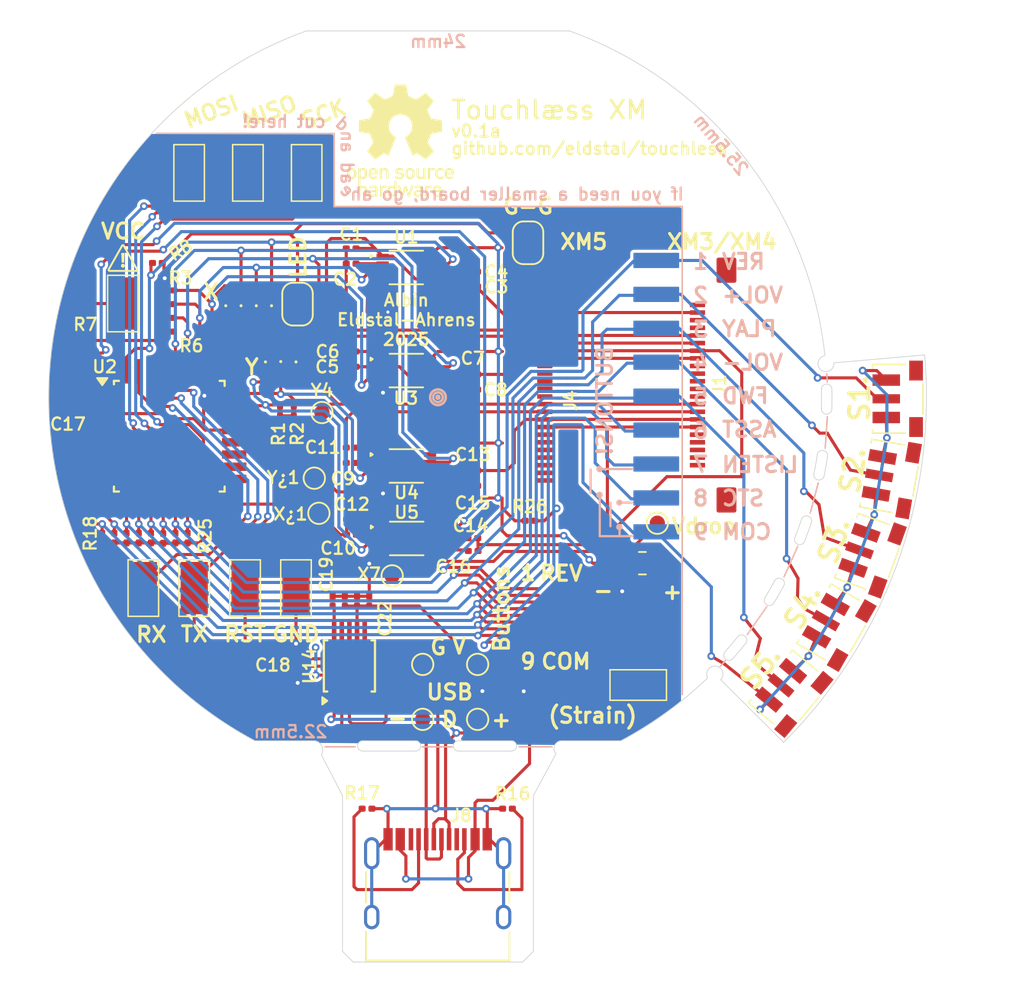
<source format=kicad_pcb>
(kicad_pcb (version 20240108) (generator "pcbnew") (generator_version "8.0")
  (layers (0 "F.Cu" signal) (31 "B.Cu" signal) (34 "B.Paste" user) (35 "F.Paste" user) (36 "B.SilkS" user "B.Silkscreen") (37 "F.SilkS" user "F.Silkscreen") (38 "B.Mask" user) (39 "F.Mask" user) (44 "Edge.Cuts" user))
  (property "Ct" "1.5pF")
  (net 0 "")
  (net 14 "Net-(U1-COM2)")
  (net 19 "Net-(U3-NC1)")
  (net 20 "Net-(U3-COM2)")
  (net 21 "Net-(U4-NC1)")
  (net 22 "Net-(U5-NC1)")
  (net 23 "Net-(U4-NC2)")
  (net 24 "Net-(U5-NC2)")
  (net 44 "GND")
  (net 45 "+BATT")
  (net 46 "Net-(U1-COM1)")
  (net 47 "/X7")
  (net 48 "/X5")
  (net 49 "/Y4")
  (net 50 "/X6")
  (net 51 "/X8")
  (net 52 "/Y5")
  (net 53 "/Y6")
  (net 54 "/Y7")
  (net 55 "/5,4")
  (net 56 "/6,4")
  (net 57 "/7,4")
  (net 58 "/8,4")
  (net 59 "/7,5")
  (net 60 "/7,6")
  (net 61 "/7,7")
  (net 62 "Net-(C10-Pad1)")
  (net 63 "/RST")
  (net 64 "/MOSI")
  (net 65 "/SCK")
  (net 66 "/MISO")
  (net 67 "Net-(U5-COM1)")
  (net 69 "/RX")
  (net 70 "/TX")
  (net 71 "Net-(D1-K)")
  (net 72 "Net-(JP1-A)")
  (net 73 "Net-(D2-K)")
  (net 74 "Net-(D3-K)")
  (net 75 "Net-(D4-K)")
  (net 76 "Net-(D5-K)")
  (net 77 "Net-(D6-K)")
  (net 78 "Net-(D7-K)")
  (net 79 "/BTN3")
  (net 80 "/BTN1")
  (net 81 "/BTN5")
  (net 82 "/BTN4")
  (net 83 "/BTN7")
  (net 84 "/BTN8")
  (net 85 "/BTN2")
  (net 86 "/BTNC")
  (net 87 "/BTN6")
  (net 90 "Net-(U14-~{RTS})")
  (net 91 "Net-(U14-VCC)")
  (net 92 "Net-(U14-V3)")
  (net 95 "Net-(U14-UD+)")
  (net 96 "Net-(J8-CC1)")
  (net 97 "Net-(J8-CC2)")
  (net 98 "Net-(U14-UD-)")
  (net 109 "Net-(U2-PD3)")
  (net 110 "Net-(J1-GND)")
  (net 111 "Net-(J2-Pin_2)")
  (footprint "tobo-footprints:SKRTLBE010" (layer "F.Cu") (at 168.315106 100.281144 70)
    (property "Reference" "S3")
    (property "Value" "SKRTLBE010" (hide yes))
  )
  (footprint "Capacitor_SMD:C_0201_0603Metric" (layer "F.Cu") (at 134.3125 80.25 180)
    (property "Reference" "C1")
    (property "Value" "1.5pF")
  )
  (footprint "Package_QFP:TQFP-32_7x7mm_P0.8mm" (layer "F.Cu") (at 122.4 92.55)
    (property "Reference" "U2")
    (property "Value" "ATmega328P-A")
  )
  (footprint "tobo-footprints:5015" (layer "F.Cu") (at 127.366667 102.5 -90)
    (property "Reference" "U9" (hide yes))
    (property "Value" "5015" (hide yes))
  )
  (footprint "Resistor_SMD:R_0201_0603Metric" (layer "F.Cu") (at 135.355 116.95)
    (property "Reference" "R17")
    (property "Value" "5.1K")
  )
  (footprint "Resistor_SMD:R_0201_0603Metric" (layer "F.Cu") (at 128.7 86.82 90)
    (property "Reference" "R9" (hide yes))
    (property "Value" "270")
  )
  (footprint "TestPoint:TestPoint_Pad_D1.0mm" (layer "F.Cu") (at 132.2 97.6)
    (property "Reference" "X¿1")
    (property "Value" "TestPoint")
  )
  (footprint "Capacitor_SMD:C_0201_0603Metric" (layer "F.Cu") (at 142.28 95.8 180)
    (property "Reference" "C15")
    (property "Value" "1.5pF")
  )
  (footprint "Resistor_SMD:R_0201_0603Metric" (layer "F.Cu") (at 123.6 99.22 90)
    (property "Reference" "R25")
    (property "Value" "1K")
  )
  (footprint "Capacitor_SMD:C_0201_0603Metric" (layer "F.Cu") (at 142.285 99.23)
    (property "Reference" "C14")
    (property "Value" "1.5pF")
  )
  (footprint "Resistor_SMD:R_0201_0603Metric" (layer "F.Cu") (at 120.4 99.22 90)
    (property "Reference" "R21" (hide yes))
    (property "Value" "1K")
  )
  (footprint "Capacitor_SMD:C_0201_0603Metric" (layer "F.Cu") (at 134.3175 87 180)
    (property "Reference" "C6")
    (property "Value" "1.5pF")
  )
  (footprint "LED_SMD:LED_0201_0603Metric" (layer "F.Cu") (at 128.1 83.145 90)
    (property "Reference" "D4" (hide yes))
    (property "Value" "LED")
  )
  (footprint "Capacitor_SMD:C_0201_0603Metric" (layer "F.Cu") (at 135.5 103.355 90)
    (property "Reference" "C22")
    (property "Value" "0.1uF")
  )
  (footprint "tobo-footprints:SKRTLBE010" (layer "F.Cu") (at 163.049904 109.351473 50)
    (property "Reference" "S5")
    (property "Value" "SKRTLBE010" (hide yes))
  )
  (footprint "TestPoint:TestPoint_Pad_D1.0mm" (layer "F.Cu") (at 142.6 107.5)
    (property "Reference" "USB5" (hide yes))
    (property "Value" "TestPoint")
  )
  (footprint "Resistor_SMD:R_0201_0603Metric" (layer "F.Cu") (at 122.355 83.9)
    (property "Reference" "R4" (hide yes))
    (property "Value" "1K")
  )
  (footprint "Resistor_SMD:R_0201_0603Metric" (layer "F.Cu") (at 122.8 99.22 90)
    (property "Reference" "R24" (hide yes))
    (property "Value" "1K")
  )
  (footprint "tobo-footprints:5015" (layer "F.Cu") (at 130.7 102.5 -90)
    (property "Reference" "U10" (hide yes))
    (property "Value" "5015" (hide yes))
  )
  (footprint "Resistor_SMD:R_0201_0603Metric" (layer "F.Cu") (at 129.7 86.82 90)
    (property "Reference" "R10" (hide yes))
    (property "Value" "270")
  )
  (footprint "Resistor_SMD:R_0201_0603Metric" (layer "F.Cu") (at 118.8 99.22 90)
    (property "Reference" "R19" (hide yes))
    (property "Value" "1K")
  )
  (footprint "Resistor_SMD:R_0201_0603Metric" (layer "F.Cu") (at 129.655 90.9 90)
    (property "Reference" "R1")
    (property "Value" "1K")
  )
  (footprint "Resistor_SMD:R_0201_0603Metric" (layer "F.Cu") (at 122.355 84.8)
    (property "Reference" "R5" (hide yes))
    (property "Value" "1K")
  )
  (footprint "Capacitor_SMD:C_0201_0603Metric" (layer "F.Cu") (at 142.275 81.77)
    (property "Reference" "C4")
    (property "Value" "1.5pF")
  )
  (footprint "Capacitor_SMD:C_0201_0603Metric" (layer "F.Cu") (at 133.1 103.355 -90)
    (property "Reference" "C19")
    (property "Value" "0.1uF")
  )
  (footprint "tobo-footprints:SKRTLBE010" (layer "F.Cu") (at 170.12 90.1 90)
    (property "Reference" "S1")
    (property "Value" "SKRTLBE010" (hide yes))
  )
  (footprint "TestPoint:TestPoint_Pad_D1.0mm" (layer "F.Cu") (at 131.9 95.3)
    (property "Reference" "Y¿1")
    (property "Value" "TestPoint")
  )
  (footprint "Resistor_SMD:R_0201_0603Metric" (layer "F.Cu") (at 130.7 86.82 90)
    (property "Reference" "R13" (hide yes))
    (property "Value" "270")
  )
  (footprint "Resistor_SMD:R_0201_0603Metric" (layer "F.Cu") (at 129.1 84.915 -90)
    (property "Reference" "R15" (hide yes))
    (property "Value" "270")
  )
  (footprint "tobo-footprints:5015" (layer "F.Cu") (at 127.549999 75.3 -90)
    (property "Reference" "U7" (hide yes))
    (property "Value" "5015" (hide yes))
  )
  (footprint "Jumper:SolderJumper-2_P1.3mm_Open_RoundedPad1.0x1.5mm" (layer "F.Cu") (at 130.8 83.9 90)
    (property "Reference" "JP1" (hide yes))
    (property "Value" "SolderJumper_2_Open")
  )
  (footprint "Connector_USB:USB_C_Receptacle_HRO_TYPE-C-31-M-12" (layer "F.Cu") (at 139.98 123)
    (property "Reference" "J8")
    (property "Value" "Hroparts Elec TYPE-C-31-M-12")
  )
  (footprint "Resistor_SMD:R_0201_0603Metric" (layer "F.Cu") (at 126.1 84.915 -90)
    (property "Reference" "R11" (hide yes))
    (property "Value" "270")
  )
  (footprint "Resistor_SMD:R_0201_0603Metric" (layer "F.Cu") (at 127.1 84.915 -90)
    (property "Reference" "R14" (hide yes))
    (property "Value" "270")
  )
  (footprint "LED_SMD:LED_0201_0603Metric" (layer "F.Cu") (at 129.7 88.52 -90)
    (property "Reference" "D2" (hide yes))
    (property "Value" "LED")
  )
  (footprint "TestPoint:TestPoint_Pad_D1.0mm" (layer "F.Cu") (at 154.37 98.25)
    (property "Reference" "V1" (hide yes))
    (property "Value" "TestPoint")
  )
  (footprint "TestPoint:TestPoint_Pad_D1.0mm" (layer "F.Cu") (at 132.4 91)
    (property "Reference" "Y4")
    (property "Value" "TestPoint")
  )
  (footprint "Package_SO:MSOP-10_3x3mm_P0.5mm" (layer "F.Cu") (at 134.2 107.6 90)
    (property "Reference" "U14")
    (property "Value" "CH340E")
  )
  (footprint "Resistor_SMD:R_0201_0603Metric" (layer "F.Cu") (at 144.555 116.95 180)
    (property "Reference" "R16")
    (property "Value" "5.1K")
  )
  (footprint "Resistor_SMD:R_0201_0603Metric" (layer "F.Cu") (at 122.38 83)
    (property "Reference" "R3")
    (property "Value" "1K")
  )
  (footprint "tobo-footprints:5015" (layer "F.Cu") (at 124.033334 102.5 90)
    (property "Reference" "U11" (hide yes))
    (property "Value" "5015" (hide yes))
  )
  (footprint "tobo-footprints:5015" (layer "F.Cu") (at 119.36 83.86 90)
    (property "Reference" "U15" (hide yes))
    (property "Value" "5015" (hide yes))
  )
  (footprint "tobo-footprints:5015" (layer "F.Cu") (at 120.700001 102.5 90)
    (property "Reference" "U12" (hide yes))
    (property "Value" "5015" (hide yes))
  )
  (footprint "tobo-footprints:button_breakout_0.5mm" (layer "F.Cu") (at 145.16 104.29 -90)
    (property "Reference" "J7" (hide yes))
    (property "Value" "Conn_01x09_Pin")
  )
  (footprint "Capacitor_SMD:C_0201_0603Metric" (layer "F.Cu") (at 142.28 94.8)
    (property "Reference" "C13")
    (property "Value" "1.5pF")
  )
  (footprint "Capacitor_SMD:C_0201_0603Metric" (layer "F.Cu") (at 134.3375 98 180)
    (property "Reference" "C12")
    (property "Value" "1.5pF")
  )
  (footprint "LED_SMD:LED_0201_0603Metric" (layer "F.Cu") (at 130.7 88.545 -90)
    (property "Reference" "D5" (hide yes))
    (property "Value" "LED")
  )
  (footprint "Package_SO:VSSOP-8_2.3x2mm_P0.5mm" (layer "F.Cu") (at 137.925 81.5)
    (property "Reference" "U1")
    (property "Value" "TS5A23167")
  )
  (footprint "LED_SMD:LED_0201_0603Metric" (layer "F.Cu") (at 127.1 83.145 90)
    (property "Reference" "D6" (hide yes))
    (property "Value" "LED")
  )
  (footprint "Jumper:SolderJumper-2_P1.3mm_Open_RoundedPad1.0x1.5mm" (layer "F.Cu") (at 145.899999 79.880001 90)
    (property "Reference" "JP2" (hide yes))
    (property "Value" "SolderJumper_2_Open")
  )
  (footprint "LED_SMD:LED_0201_0603Metric" (layer "F.Cu") (at 129.1 83.145 90)
    (property "Reference" "D7" (hide yes))
    (property "Value" "LED")
  )
  (footprint "tobo-footprints:SKRTLBE010" (layer "F.Cu") (at 169.64948 95.249728 80)
    (property "Reference" "S2")
    (property "Value" "SKRTLBE010" (hide yes))
  )
  (footprint "LED_SMD:LED_0201_0603Metric" (layer "F.Cu") (at 128.7 88.545 -90)
    (property "Reference" "D1" (hide yes))
    (property "Value" "LED")
  )
  (footprint "tobo-footprints:power-cable" (layer "F.Cu") (at 155.32 105.8 90)
    (property "Reference" "J2" (hide yes))
    (property "Value" "Conn_01x02_Pin")
  )
  (footprint "Capacitor_SMD:C_0201_0603Metric" (layer "F.Cu") (at 134.3375 99)
    (property "Reference" "C10")
    (property "Value" "1.5pF")
  )
  (footprint "TestPoint:TestPoint_Pad_D1.0mm" (layer "F.Cu") (at 139 111.1)
    (property "Reference" "D-1" (hide yes))
    (property "Value" "TestPoint")
  )
  (footprint "Capacitor_SMD:C_0201_0603Metric" (layer "F.Cu") (at 134.3175 93.3 180)
    (property "Reference" "C11")
    (property "Value" "1.5pF")
  )
  (footprint "Capacitor_SMD:C_0201_0603Metric" (layer "F.Cu") (at 134.7 103.355 90)
    (property "Reference" "C21" (hide yes))
    (property "Value" "0.1uF")
  )
  (footprint "Resistor_SMD:R_0201_0603Metric" (layer "F.Cu") (at 118 99.22 90)
    (property "Reference" "R18")
    (property "Value" "1K")
  )
  (footprint "TestPoint:TestPoint_Pad_D1.0mm" (layer "F.Cu") (at 139 107.5)
    (property "Reference" "USBG1" (hide yes))
    (property "Value" "TestPoint")
  )
  (footprint "Capacitor_SMD:C_0201_0603Metric" (layer "F.Cu") (at 133.9 103.355 90)
    (property "Reference" "C20" (hide yes))
    (property "Value" "10uF")
  )
  (footprint "TestPoint:TestPoint_Pad_D1.0mm" (layer "F.Cu") (at 137 101.7)
    (property "Reference" "X7")
    (property "Value" "TestPoint")
  )
  (footprint "Resistor_SMD:R_0201_0603Metric" (layer "F.Cu") (at 128.1 84.915 -90)
    (property "Reference" "R12" (hide yes))
    (property "Value" "270")
  )
  (footprint "tobo-footprints:5015" (layer "F.Cu") (at 153.12 108.85)
    (property "Reference" "U13" (hide yes))
    (property "Value" "5015" (hide yes))
  )
  (footprint "Capacitor_SMD:C_0201_0603Metric" (layer "F.Cu") (at 116.255 92.9)
    (property "Reference" "C17")
    (property "Value" "10uF")
  )
  (footprint "Capacitor_SMD:C_0201_0603Metric" (layer "F.Cu") (at 142.28 88.5)
    (property "Reference" "C7")
    (property "Value" "1.5pF")
  )
  (footprint "Capacitor_SMD:C_0201_0603Metric" (layer "F.Cu") (at 134.3175 94.3)
    (property "Reference" "C9")
    (property "Value" "1.5pF")
  )
  (footprint "Package_SO:VSSOP-8_2.3x2mm_P0.5mm" (layer "F.Cu") (at 137.95 99.25)
    (property "Reference" "U5")
    (property "Value" "TS5A23167")
  )
  (footprint "Capacitor_SMD:C_0201_0603Metric" (layer "F.Cu") (at 129.185 106.54)
    (property "Reference" "C18")
    (property "Value" "100nF")
  )
  (footprint "Resistor_SMD:R_0201_0603Metric" (layer "F.Cu") (at 121.2 99.22 90)
    (property "Reference" "R22" (hide yes))
    (property "Value" "1K")
  )
  (footprint "Capacitor_SMD:C_0201_0603Metric" (layer "F.Cu") (at 142.275 82.75 180)
    (property "Reference" "C3")
    (property "Value" "1.5pF")
  )
  (footprint "Capacitor_SMD:C_0201_0603Metric" (layer "F.Cu") (at 134.3125 81.25)
    (property "Reference" "C2")
    (property "Value" "1.5pF")
  )
  (footprint "Package_SO:VSSOP-8_2.3x2mm_P0.5mm" (layer "F.Cu") (at 137.93 94.5)
    (property "Reference" "U4")
    (property "Value" "TS5A23167")
  )
  (footprint "Package_SO:VSSOP-8_2.3x2mm_P0.5mm" (layer "F.Cu") (at 137.93 88.25)
    (property "Reference" "U3")
    (property "Value" "TS5A23167")
  )
  (footprint "Resistor_SMD:R_0805_2012Metric" (layer "F.Cu") (at 153.3925 100.87)
    (property "Reference" "R27" (hide yes))
    (property "Value" "1")
  )
  (footprint "tobo-footprints:5015" (layer "F.Cu") (at 131.399999 75.3 -90)
    (property "Reference" "U8" (hide yes))
    (property "Value" "5015" (hide yes))
  )
  (footprint "Capacitor_SMD:C_0201_0603Metric" (layer "F.Cu") (at 134.3175 88)
    (property "Reference" "C5")
    (property "Value" "1.5pF")
  )
  (footprint "Resistor_SMD:R_0201_0603Metric" (layer "F.Cu") (at 116.9 86.28)
    (property "Reference" "R7")
    (property "Value" "1K")
  )
  (footprint "tobo-footprints:molex-545482472" (layer "F.Cu") (at 147.5 90.2 90)
    (property "Reference" "J4")
    (property "Value" "Molex 538-54548-2472")
  )
  (footprint "LED_SMD:LED_0201_0603Metric" (layer "F.Cu") (at 126.1 83.145 90)
    (property "Reference" "D3" (hide yes))
    (property "Value" "LED")
  )
  (footprint "Capacitor_SMD:C_0201_0603Metric" (layer "F.Cu") (at 142.305 100.07 180)
    (property "Reference" "C16")
    (property "Value" "1.5pF")
  )
  (footprint "tobo-footprints:molex-545482272" (layer "F.Cu") (at 157.5 89.2 90)
    (property "Reference" "J1")
    (property "Value" "Molex 538-54548-2272 ")
  )
  (footprint "tobo-footprints:5015" (layer "F.Cu") (at 123.7 75.3 -90)
    (property "Reference" "U6" (hide yes))
    (property "Value" "5015" (hide yes))
  )
  (footprint "Resistor_SMD:R_0201_0603Metric" (layer "F.Cu") (at 121.62 81.2 180)
    (property "Reference" "R8")
    (property "Value" "1K")
  )
  (footprint "Resistor_SMD:R_0201_0603Metric" (layer "F.Cu") (at 146.03 98.09 180)
    (property "Reference" "R26")
    (property "Value" "1K")
  )
  (footprint "Resistor_SMD:R_0201_0603Metric" (layer "F.Cu") (at 130.555 90.9 90)
    (property "Reference" "R2")
    (property "Value" "1K")
  )
  (footprint "Capacitor_SMD:C_0201_0603Metric" (layer "F.Cu") (at 142.28 89.5 180)
    (property "Reference" "C8")
    (property "Value" "1.5pF")
  )
  (footprint "Resistor_SMD:R_0201_0603Metric" (layer "F.Cu") (at 122.355 85.7)
    (property "Reference" "R6")
    (property "Value" "1K")
  )
  (footprint "TestPoint:TestPoint_Pad_D1.0mm" (layer "F.Cu") (at 142.6 111.1)
    (property "Reference" "D+1" (hide yes))
    (property "Value" "TestPoint")
  )
  (footprint "Resistor_SMD:R_0201_0603Metric" (layer "F.Cu") (at 119.6 99.22 90)
    (property "Reference" "R20" (hide yes))
    (property "Value" "1K")
  )
  (footprint "tobo-footprints:SKRTLBE010" (layer "F.Cu") (at 166.06577 105.007853 60)
    (property "Reference" "S4")
    (property "Value" "SKRTLBE010" (hide yes))
  )
  (footprint "Resistor_SMD:R_0201_0603Metric" (layer "F.Cu") (at 122 99.245 90)
    (property "Reference" "R23" (hide yes))
    (property "Value" "1K")
  )
  (footprint "tobo-footprints:button_breakout_2.54mm" (layer "B.Cu") (at 155.8 89.926 -90)
    (property "Reference" "J5" (hide yes))
    (property "Value" "Conn_01x09_Pin")
  )
  (footprint "tobo-footprints:button_breakout_0.5mm" (layer "B.Cu") (at 149.25 90.055 -90)
    (property "Reference" "J6" (hide yes))
    (property "Value" "Conn_01x09_Pin")
  )
  (gr_circle (center 151.882842 98.5) (end 152.02 98.5) (stroke (width 0.15)) (fill solid) (layer "B.SilkS"))
  (gr_line (start 151.3 98.45) (end 151.3 96.9) (stroke (width 0.15)) (layer "B.SilkS"))
  (gr_line (start 165.51 89.01) (end 165.47 88.46) (stroke (width 0.1)) (layer "B.SilkS"))
  (gr_line (start 133.2 77.5) (end 156.0025 77.5) (stroke (width 0.1)) (layer "B.SilkS"))
  (gr_line (start 133.2 77.5) (end 133.2 72.723749) (stroke (width 0.1)) (layer "B.SilkS"))
  (gr_line (start 132.6 112.9) (end 134.57 112.9) (stroke (width 0.1)) (layer "B.SilkS"))
  (gr_circle (center 140 90) (end 140.28 90.16) (stroke (width 0.15)) (fill none) (layer "B.SilkS"))
  (gr_line (start 138.979106 112.899435) (end 140.93 112.9) (stroke (width 0.1)) (layer "B.SilkS"))
  (gr_line (start 160.26 105.55) (end 161.54 103.72) (stroke (width 0.1)) (layer "B.SilkS"))
  (gr_line (start 165.37 93.335) (end 165.51 91.265) (stroke (width 0.1)) (layer "B.SilkS"))
  (gr_line (start 156 109.48) (end 156.0025 77.5) (stroke (width 0.1)) (layer "B.SilkS"))
  (gr_line (start 145.31 112.9) (end 147.47 112.9) (stroke (width 0.1)) (layer "B.SilkS"))
  (gr_circle (center 150.582842 94.7) (end 150.72 94.71) (stroke (width 0.15)) (fill solid) (layer "B.SilkS"))
  (gr_circle (center 140 90) (end 140.09 90.03) (stroke (width 0.15)) (fill none) (layer "B.SilkS"))
  (gr_line (start 164.39 97.58) (end 164.91 95.62) (stroke (width 0.1)) (layer "B.SilkS"))
  (gr_circle (center 140 90) (end 140.45 90.26) (stroke (width 0.15)) (fill none) (layer "B.SilkS"))
  (gr_line (start 152.7 94.7) (end 150.6 94.7) (stroke (width 0.15)) (layer "B.SilkS"))
  (gr_line (start 150 96.275) (end 150 94.725) (stroke (width 0.15)) (layer "B.SilkS"))
  (gr_line (start 152.7 99.1) (end 150.6 99.1) (stroke (width 0.15)) (layer "B.SilkS"))
  (gr_line (start 162.675 101.765) (end 163.57 99.76) (stroke (width 0.1)) (layer "B.SilkS"))
  (gr_line (start 158.5 107.62) (end 158.83 107.26) (stroke (width 0.1)) (layer "B.SilkS"))
  (gr_line (start 121.544999 72.71) (end 133.2 72.723749) (stroke (width 0.1)) (layer "B.SilkS"))
  (gr_line (start 150.6 99.1) (end 150.6 96.4) (stroke (width 0.15)) (layer "B.SilkS"))
  (gr_circle (center 150.582842 96.4) (end 150.72 96.39) (stroke (width 0.15)) (fill solid) (layer "B.SilkS"))
  (gr_circle (center 151.882842 96.9) (end 152.01 96.9) (stroke (width 0.15)) (fill solid) (layer "B.SilkS"))
  (gr_line (start 151.9 99.1) (end 151.9 98.5) (stroke (width 0.15)) (layer "B.SilkS"))
  (gr_line (start 152.7 96.9) (end 151.9 96.9) (stroke (width 0.15)) (layer "B.SilkS"))
  (gr_poly (pts (xy 139.96822 76.125321) (xy 139.983115 76.12636) (xy 139.997841 76.12808) (xy 140.012376 76.130473) (xy 140.026697 76.133528) (xy 140.040784 76.137238) (xy 140.054614 76.141592) (xy 140.068167 76.146581) (xy 140.08142 76.152197) (xy 140.094352 76.158429) (xy 140.106941 76.165269) (xy 140.119166 76.172707) (xy 140.131006 76.180735) (xy 140.142438 76.189343) (xy 140.153441 76.198521) (xy 140.163993 76.208261) (xy 140.174073 76.218554) (xy 140.183659 76.229389) (xy 140.19273 76.240759) (xy 140.201264 76.252653) (xy 140.209239 76.265063) (xy 140.216634 76.277979) (xy 140.223427 76.291391) (xy 140.229597 76.305292) (xy 140.235122 76.319672) (xy 140.23998 76.33452) (xy 140.244151 76.349829) (xy 140.247611 76.365589) (xy 140.25034 76.38179) (xy 140.252316 76.398425) (xy 140.253517 76.415482) (xy 140.253923 76.432953) (xy 140.253923 76.553942) (xy 139.799185 76.553942) (xy 139.799398 76.564964) (xy 139.800033 76.57564) (xy 139.801081 76.58597) (xy 139.802534 76.595954) (xy 139.804383 76.605591) (xy 139.806619 76.614882) (xy 139.809235 76.623826) (xy 139.812222 76.632422) (xy 139.815572 76.640671) (xy 139.819275 76.648572) (xy 139.823324 76.656125) (xy 139.827711 76.66333) (xy 139.832427 76.670186) (xy 139.837463 76.676693) (xy 139.842811 76.68285) (xy 139.848463 76.688658) (xy 139.85441 76.694117) (xy 139.860644 76.699225) (xy 139.867157 76.703983) (xy 139.873939 76.70839) (xy 139.880984 76.712446) (xy 139.888281 76.716151) (xy 139.895823 76.719505) (xy 139.903602 76.722506) (xy 139.911609 76.725156) (xy 139.919835 76.727453) (xy 139.928273 76.729398) (xy 139.936913 76.730989) (xy 139.945747 76.732228) (xy 139.954768 76.733113) (xy 139.963966 76.733644) (xy 139.973334 76.733821) (xy 139.983889 76.73352) (xy 139.994516 76.732623) (xy 140.005183 76.731141) (xy 140.015859 76.729084) (xy 140.026511 76.726462) (xy 140.037108 76.723285) (xy 140.047619 76.719564) (xy 140.05801 76.715309) (xy 140.068251 76.71053) (xy 140.07831 76.705238) (xy 140.088155 76.699442) (xy 140.097754 76.693152) (xy 140.107075 76.68638) (xy 140.116087 76.679135) (xy 140.124757 76.671428) (xy 140.133054 76.663268) (xy 140.239576 76.753979) (xy 140.225833 76.769062) (xy 140.211609 76.783018) (xy 140.196931 76.79587) (xy 140.181824 76.807638) (xy 140.166313 76.818343) (xy 140.150423 76.828007) (xy 140.134179 76.836651) (xy 140.117606 76.844295) (xy 140.10073 76.850961) (xy 140.083576 76.85667) (xy 140.066169 76.861443) (xy 140.048534 76.865301) (xy 140.030696 76.868265) (xy 140.012681 76.870355) (xy 139.994514 76.871595) (xy 139.976219 76.872003) (xy 139.947909 76.871121) (xy 139.919316 76.868324) (xy 139.890733 76.863383) (xy 139.86245 76.856072) (xy 139.834758 76.846163) (xy 139.821225 76.840162) (xy 139.807948 76.833427) (xy 139.794965 76.825929) (xy 139.782311 76.817638) (xy 139.770023 76.808528) (xy 139.758138 76.798569) (xy 139.746691 76.787732) (xy 139.735719 76.77599) (xy 139.725258 76.763314) (xy 139.715345 76.749675) (xy 139.706017 76.735046) (xy 139.697308 76.719397) (xy 139.689257 76.7027) (xy 139.681898 76.684927) (xy 139.675269 76.666049) (xy 139.669406 76.646038) (xy 139.664346 76.624865) (xy 139.660124 76.602502) (xy 139.656776 76.578921) (xy 139.654341 76.554092) (xy 139.652852 76.527988) (xy 139.652348 76.500581) (xy 139.652811 76.474559) (xy 139.654177 76.449641) (xy 139.655739 76.432994) (xy 139.799185 76.432994) (xy 140.107166 76.432994) (xy 140.106594 76.422755) (xy 140.105683 76.412822) (xy 140.104438 76.403194) (xy 140.102867 76.393874) (xy 140.100976 76.384863) (xy 140.098772 76.376161) (xy 140.096261 76.367771) (xy 140.09345 76.359694) (xy 140.090346 76.351931) (xy 140.086955 76.344483) (xy 140.083284 76.337352) (xy 140.079339 76.330538) (xy 140.075128 76.324045) (xy 140.070656 76.317871) (xy 140.06593 76.31202) (xy 140.060957 76.306493) (xy 140.055744 76.30129) (xy 140.050297 76.296413) (xy 140.044622 76.291863) (xy 140.038727 76.287642) (xy 140.032618 76.283751) (xy 140.026301 76.280192) (xy 140.019783 76.276965) (xy 140.013071 76.274072) (xy 140.006172 76.271514) (xy 139.999091 76.269293) (xy 139.991836 76.267411) (xy 139.984413 76.265867) (xy 139.976829 76.264664) (xy 139.96909 76.263804) (xy 139.961204 76.263286) (xy 139.953176 76.263113) (xy 139.945144 76.263286) (xy 139.937245 76.263804) (xy 139.929488 76.264664) (xy 139.92188 76.265867) (xy 139.914427 76.267411) (xy 139.907138 76.269293) (xy 139.90002 76.271514) (xy 139.89308 76.274072) (xy 139.886326 76.276965) (xy 139.879764 76.280191) (xy 139.873403 76.283751) (xy 139.86725 76.287642) (xy 139.861311 76.291863) (xy 139.855596 76.296413) (xy 139.85011 76.301289) (xy 139.844861 76.306492) (xy 139.839857 76.31202) (xy 139.835105 76.317871) (xy 139.830613 76.324044) (xy 139.826387 76.330538) (xy 139.822436 76.337351) (xy 139.818766 76.344483) (xy 139.815386 76.35193) (xy 139.812302 76.359694) (xy 139.809521 76.367771) (xy 139.807052 76.376161) (xy 139.804901 76.384863) (xy 139.803076 76.393874) (xy 139.801585 76.403194) (xy 139.800434 76.412822) (xy 139.799632 76.422755) (xy 139.799185 76.432994) (xy 139.655739 76.432994) (xy 139.656414 76.425807) (xy 139.659488 76.403041) (xy 139.663369 76.381324) (xy 139.668022 76.360638) (xy 139.673415 76.340964) (xy 139.679515 76.322284) (xy 139.68629 76.30458) (xy 139.693707 76.287835) (xy 139.701734 76.272029) (xy 139.710337 76.257144) (xy 139.719484 76.243163) (xy 139.729142 76.230067) (xy 139.739279 76.217838) (xy 139.749862 76.206458) (xy 139.760858 76.195909) (xy 139.772235 76.186172) (xy 139.78396 76.177229) (xy 139.796 76.169062) (xy 139.808322 76.161653) (xy 139.820895 76.154984) (xy 139.833685 76.149036) (xy 139.846659 76.143792) (xy 139.859785 76.139232) (xy 139.87303 76.13534) (xy 139.886362 76.132096) (xy 139.899748 76.129483) (xy 139.92655 76.126076) (xy 139.953176 76.124972)) (stroke (width -0.000001)) (fill solid) (layer "F.SilkS"))
  (gr_poly (pts (xy 140.760234 74.972688) (xy 140.775124 74.973727) (xy 140.789846 74.975448) (xy 140.804377 74.977841) (xy 140.818696 74.980897) (xy 140.832782 74.984606) (xy 140.846612 74.988961) (xy 140.860166 74.99395) (xy 140.873421 74.999566) (xy 140.886355 75.005799) (xy 140.898948 75.01264) (xy 140.911177 75.02008) (xy 140.923021 75.028109) (xy 140.934458 75.036718) (xy 140.945466 75.045898) (xy 140.956024 75.05564) (xy 140.96611 75.065934) (xy 140.975702 75.076772) (xy 140.984779 75.088144) (xy 140.993319 75.100041) (xy 141.0013 75.112454) (xy 141.008701 75.125373) (xy 141.0155 75.13879) (xy 141.021675 75.152695) (xy 141.027205 75.167078) (xy 141.032068 75.181932) (xy 141.036242 75.197246) (xy 141.039706 75.213011) (xy 141.042438 75.229219) (xy 141.044416 75.245859) (xy 141.045619 75.262923) (xy 141.046024 75.280402) (xy 141.046024 75.401311) (xy 140.591206 75.40131) (xy 140.59142 75.412339) (xy 140.592055 75.423021) (xy 140.593103 75.433358) (xy 140.594555 75.443348) (xy 140.596404 75.452991) (xy 140.59864 75.462287) (xy 140.601256 75.471235) (xy 140.604243 75.479836) (xy 140.607593 75.48809) (xy 140.611296 75.495994) (xy 140.615346 75.503551) (xy 140.619732 75.510759) (xy 140.624448 75.517617) (xy 140.629484 75.524127) (xy 140.634832 75.530287) (xy 140.640484 75.536097) (xy 140.646431 75.541557) (xy 140.652665 75.546667) (xy 140.659178 75.551426) (xy 140.66596 75.555834) (xy 140.673005 75.559892) (xy 140.680302 75.563597) (xy 140.687844 75.566952) (xy 140.695623 75.569954) (xy 140.70363 75.572604) (xy 140.711856 75.574901) (xy 140.720294 75.576846) (xy 140.728934 75.578438) (xy 140.737769 75.579677) (xy 140.746789 75.580562) (xy 140.755987 75.581093) (xy 140.765355 75.58127) (xy 140.775923 75.580968) (xy 140.78656 75.580069) (xy 140.797234 75.578583) (xy 140.807914 75.576521) (xy 140.818568 75.573894) (xy 140.829164 75.570713) (xy 140.839673 75.566987) (xy 140.850061 75.562728) (xy 140.860298 75.557945) (xy 140.870352 75.552651) (xy 140.880192 75.546854) (xy 140.889785 75.540567) (xy 140.899102 75.533799) (xy 140.90811 75.526561) (xy 140.916779 75.518863) (xy 140.925075 75.510717) (xy 141.031596 75.601347) (xy 141.017866 75.616429) (xy 141.003653 75.630385) (xy 140.988982 75.643237) (xy 140.973879 75.655005) (xy 140.958369 75.665711) (xy 140.942479 75.675375) (xy 140.926233 75.684018) (xy 140.909657 75.691663) (xy 140.892777 75.698329) (xy 140.875618 75.704038) (xy 140.858206 75.70881) (xy 140.840566 75.712668) (xy 140.822724 75.715632) (xy 140.804705 75.717723) (xy 140.786535 75.718962) (xy 140.76824 75.71937) (xy 140.739929 75.718488) (xy 140.711337 75.715691) (xy 140.682754 75.710751) (xy 140.654471 75.703441) (xy 140.626779 75.693533) (xy 140.613246 75.687533) (xy 140.599969 75.680799) (xy 140.586986 75.673302) (xy 140.574332 75.665013) (xy 140.562044 75.655904) (xy 140.550159 75.645946) (xy 140.538712 75.635112) (xy 140.52774 75.623372) (xy 140.517279 75.610699) (xy 140.507366 75.597063) (xy 140.498037 75.582437) (xy 140.489329 75.566791) (xy 140.481277 75.550098) (xy 140.473919 75.532329) (xy 140.46729 75.513455) (xy 140.461427 75.493449) (xy 140.456366 75.472282) (xy 140.452144 75.449924) (xy 140.448797 75.426349) (xy 140.446361 75.401527) (xy 140.444873 75.37543) (xy 140.444369 75.348029) (xy 140.444831 75.322008) (xy 140.446196 75.297089) (xy 140.447758 75.280443) (xy 140.591206 75.280443) (xy 140.899187 75.280443) (xy 140.898608 75.270198) (xy 140.89769 75.260258) (xy 140.896439 75.250625) (xy 140.894864 75.2413) (xy 140.892969 75.232285) (xy 140.890762 75.22358) (xy 140.888249 75.215188) (xy 140.885436 75.207109) (xy 140.882331 75.199345) (xy 140.878939 75.191896) (xy 140.875268 75.184765) (xy 140.871324 75.177952) (xy 140.867113 75.171459) (xy 140.862642 75.165287) (xy 140.857918 75.159437) (xy 140.852947 75.153911) (xy 140.847736 75.14871) (xy 140.842291 75.143835) (xy 140.836619 75.139288) (xy 140.830726 75.13507) (xy 140.824619 75.131181) (xy 140.818305 75.127624) (xy 140.81179 75.1244) (xy 140.80508 75.121509) (xy 140.798183 75.118954) (xy 140.791105 75.116735) (xy 140.783852 75.114854) (xy 140.776431 75.113313) (xy 140.768848 75.112111) (xy 140.761111 75.111251) (xy 140.753225 75.110735) (xy 140.745197 75.110562) (xy 140.737165 75.110735) (xy 140.729267 75.111251) (xy 140.72151 75.112111) (xy 140.713901 75.113313) (xy 140.706449 75.114854) (xy 140.69916 75.116735) (xy 140.692042 75.118954) (xy 140.685102 75.121509) (xy 140.678347 75.1244) (xy 140.671786 75.127624) (xy 140.665424 75.131181) (xy 140.659271 75.13507) (xy 140.653333 75.139288) (xy 140.647617 75.143835) (xy 140.642131 75.14871) (xy 140.636882 75.153911) (xy 140.631878 75.159437) (xy 140.627127 75.165287) (xy 140.622634 75.171459) (xy 140.618409 75.177952) (xy 140.614457 75.184765) (xy 140.610788 75.191896) (xy 140.607407 75.199344) (xy 140.604323 75.207109) (xy 140.601542 75.215188) (xy 140.599073 75.22358) (xy 140.596922 75.232285) (xy 140.595098 75.2413) (xy 140.593606 75.250625) (xy 140.592456 75.260258) (xy 140.591653 75.270198) (xy 140.591206 75.280443) (xy 140.447758 75.280443) (xy 140.448432 75.273254) (xy 140.451505 75.250487) (xy 140.455384 75.228768) (xy 140.460035 75.208079) (xy 140.465426 75.188403) (xy 140.471524 75.16972) (xy 140.478297 75.152014) (xy 140.485711 75.135265) (xy 140.493735 75.119456) (xy 140.502336 75.104568) (xy 140.51148 75.090583) (xy 140.521136 75.077484) (xy 140.531271 75.065251) (xy 140.541852 75.053867) (xy 140.552847 75.043314) (xy 140.564222 75.033573) (xy 140.575946 75.024626) (xy 140.587985 75.016456) (xy 140.600307 75.009043) (xy 140.61288 75.002371) (xy 140.62567 74.99642) (xy 140.638645 74.991172) (xy 140.651773 74.98661) (xy 140.665021 74.982715) (xy 140.678356 74.979469) (xy 140.691746 74.976854) (xy 140.718558 74.973444) (xy 140.745197 74.97234)) (stroke (width -0.000001)) (fill solid) (layer "F.SilkS"))
  (gr_poly (pts (xy 135.124792 74.972847) (xy 135.140663 74.97422) (xy 135.155967 74.976462) (xy 135.170705 74.979535) (xy 135.184879 74.983401) (xy 135.198491 74.988022) (xy 135.211543 74.99336) (xy 135.224037 74.999377) (xy 135.235974 75.006035) (xy 135.247357 75.013296) (xy 135.258188 75.021122) (xy 135.268468 75.029476) (xy 135.278199 75.038318) (xy 135.287384 75.047612) (xy 135.296024 75.057318) (xy 135.30412 75.0674) (xy 135.311339 75.077099) (xy 135.317909 75.086895) (xy 135.323855 75.096991) (xy 135.329202 75.107586) (xy 135.331659 75.113134) (xy 135.333976 75.118882) (xy 135.336156 75.124854) (xy 135.338202 75.131077) (xy 135.340118 75.137575) (xy 135.341906 75.144373) (xy 135.345112 75.158971) (xy 135.347847 75.17507) (xy 135.350135 75.192871) (xy 135.352001 75.212575) (xy 135.353471 75.234382) (xy 135.354571 75.258492) (xy 135.355325 75.285106) (xy 135.355759 75.314425) (xy 135.355898 75.346648) (xy 135.355325 75.407697) (xy 135.353471 75.458056) (xy 135.352001 75.479722) (xy 135.350135 75.49931) (xy 135.347847 75.517016) (xy 135.345112 75.53304) (xy 135.341906 75.547578) (xy 135.338202 75.56083) (xy 135.333976 75.572992) (xy 135.329202 75.584263) (xy 135.323855 75.594841) (xy 135.317909 75.604923) (xy 135.311339 75.614707) (xy 135.30412 75.624391) (xy 135.296024 75.634473) (xy 135.287384 75.64418) (xy 135.278199 75.653473) (xy 135.268468 75.662316) (xy 135.258188 75.670669) (xy 135.247357 75.678496) (xy 135.235974 75.685757) (xy 135.224037 75.692415) (xy 135.211543 75.698432) (xy 135.205087 75.701188) (xy 135.198491 75.70377) (xy 135.191755 75.706172) (xy 135.184879 75.708391) (xy 135.177862 75.710421) (xy 135.170705 75.712257) (xy 135.163406 75.713895) (xy 135.155967 75.71533) (xy 135.148386 75.716557) (xy 135.140663 75.717572) (xy 135.132799 75.71837) (xy 135.124792 75.718945) (xy 135.116643 75.719294) (xy 135.108351 75.719411) (xy 135.094497 75.719011) (xy 135.080998 75.717826) (xy 135.067837 75.715882) (xy 135.054996 75.713204) (xy 135.042459 75.709817) (xy 135.03021 75.705748) (xy 135.01823 75.701021) (xy 135.006503 75.695661) (xy 134.995013 75.689694) (xy 134.983742 75.683145) (xy 134.972673 75.67604) (xy 134.96179 75.668403) (xy 134.951076 75.66026) (xy 134.940513 75.651636) (xy 134.930085 75.642557) (xy 134.919774 75.633048) (xy 134.919246 76.211375) (xy 134.928622 76.200922) (xy 134.938394 76.191142) (xy 134.948554 76.182035) (xy 134.959094 76.173603) (xy 134.970004 76.165844) (xy 134.981278 76.15876) (xy 134.992905 76.152349) (xy 135.004878 76.146613) (xy 135.017188 76.141551) (xy 135.029827 76.137164) (xy 135.042786 76.133452) (xy 135.056057 76.130414) (xy 135.069631 76.128051) (xy 135.0835 76.126363) (xy 135.097656 76.12535) (xy 135.11209 76.125012) (xy 135.122792 76.125269) (xy 135.133561 76.126038) (xy 135.144369 76.127319) (xy 135.15519 76.129107) (xy 135.165997 76.131403) (xy 135.176764 76.134204) (xy 135.187463 76.137509) (xy 135.198069 76.141315) (xy 135.208555 76.14562) (xy 135.218894 76.150423) (xy 135.229059 76.155722) (xy 135.239024 76.161515) (xy 135.248763 76.167801) (xy 135.258248 76.174576) (xy 135.267453 76.181841) (xy 135.276352 76.189592) (xy 135.284918 76.197827) (xy 135.293124 76.206546) (xy 135.300943 76.215746) (xy 135.30835 76.225425) (xy 135.315317 76.235582) (xy 135.321817 76.246214) (xy 135.327825 76.25732) (xy 135.333314 76.268898) (xy 135.338256 76.280946) (xy 135.342626 76.293462) (xy 135.346396 76.306445) (xy 135.349541 76.319892) (xy 135.352033 76.333802) (xy 135.353846 76.348173) (xy 135.354954 76.363003) (xy 135.355329 76.37829) (xy 135.355329 76.863386) (xy 135.208532 76.863386) (xy 135.208532 76.428726) (xy 135.208352 76.419533) (xy 135.207817 76.410588) (xy 135.206934 76.401894) (xy 135.205712 76.393454) (xy 135.204158 76.38527) (xy 135.202279 76.377346) (xy 135.200083 76.369684) (xy 135.197578 76.362287) (xy 135.194772 76.355158) (xy 135.191672 76.3483) (xy 135.188285 76.341716) (xy 135.18462 76.335409) (xy 135.180684 76.329381) (xy 135.176485 76.323636) (xy 135.17203 76.318176) (xy 135.167327 76.313005) (xy 135.162383 76.308124) (xy 135.157207 76.303538) (xy 135.151805 76.299248) (xy 135.146187 76.295258) (xy 135.140358 76.291571) (xy 135.134327 76.28819) (xy 135.128102 76.285116) (xy 135.121689 76.282354) (xy 135.115098 76.279906) (xy 135.108335 76.277776) (xy 135.101408 76.275965) (xy 135.094324 76.274477) (xy 135.087092 76.273314) (xy 135.079719 76.27248) (xy 135.072212 76.271978) (xy 135.06458 76.27181) (xy 135.056818 76.271978) (xy 135.049191 76.27248) (xy 135.041705 76.273314) (xy 135.034368 76.274477) (xy 135.027187 76.275965) (xy 135.020169 76.277776) (xy 135.013323 76.279907) (xy 135.006654 76.282354) (xy 135.000172 76.285116) (xy 134.993882 76.28819) (xy 134.987793 76.291571) (xy 134.981911 76.295259) (xy 134.976244 76.299248) (xy 134.9708 76.303538) (xy 134.965586 76.308124) (xy 134.960609 76.313005) (xy 134.955876 76.318176) (xy 134.951396 76.323636) (xy 134.947175 76.329381) (xy 134.94322 76.335409) (xy 134.939539 76.341716) (xy 134.93614 76.3483) (xy 134.93303 76.355158) (xy 134.930216 76.362287) (xy 134.927705 76.369684) (xy 134.925505 76.377346) (xy 134.923623 76.38527) (xy 134.922067 76.393454) (xy 134.920844 76.401894) (xy 134.919961 76.410588) (xy 134.919426 76.419533) (xy 134.919246 76.428726) (xy 134.919246 76.863386) (xy 134.772409 76.863386) (xy 134.772409 75.346607) (xy 134.919774 75.346607) (xy 134.920351 75.386493) (xy 134.92134 75.406491) (xy 134.923035 75.426259) (xy 134.925616 75.445596) (xy 134.929262 75.464303) (xy 134.934153 75.482178) (xy 134.93712 75.490742) (xy 134.940466 75.499022) (xy 134.944213 75.506995) (xy 134.948382 75.514635) (xy 134.952997 75.521917) (xy 134.95808 75.528815) (xy 134.963653 75.535306) (xy 134.969739 75.541364) (xy 134.97636 75.546963) (xy 134.983539 75.55208) (xy 134.991297 75.556688) (xy 134.999658 75.560763) (xy 135.008644 75.56428) (xy 135.018276 75.567213) (xy 135.028579 75.569539) (xy 135.039573 75.57123) (xy 135.051281 75.572264) (xy 135.063726 75.572614) (xy 135.076301 75.572284) (xy 135.088131 75.571309) (xy 135.099238 75.56971) (xy 135.109646 75.567507) (xy 135.119377 75.564722) (xy 135.128454 75.561376) (xy 135.1369 75.55749) (xy 135.144736 75.553086) (xy 135.151987 75.548184) (xy 135.158674 75.542805) (xy 135.16482 75.53697) (xy 135.170448 75.530702) (xy 135.17558 75.52402) (xy 135.18024 75.516945) (xy 135.184449 75.5095) (xy 135.188231 75.501705) (xy 135.191609 75.493581) (xy 135.194604 75.485149) (xy 135.197239 75.47643) (xy 135.199538 75.467446) (xy 135.201522 75.458218) (xy 135.203216 75.448766) (xy 135.205818 75.429277) (xy 135.207526 75.409147) (xy 135.208522 75.388547) (xy 135.208986 75.367644) (xy 135.209101 75.346607) (xy 135.208522 75.304174) (xy 135.207526 75.283377) (xy 135.205818 75.263081) (xy 135.203216 75.243452) (xy 135.199538 75.224657) (xy 135.194604 75.206862) (xy 135.191609 75.198392) (xy 135.188231 75.190234) (xy 135.184449 75.18241) (xy 135.18024 75.174939) (xy 135.17558 75.167844) (xy 135.170448 75.161144) (xy 135.16482 75.15486) (xy 135.158674 75.149014) (xy 135.151987 75.143626) (xy 135.144736 75.138717) (xy 135.1369 75.134307) (xy 135.128454 75.130418) (xy 135.119377 75.12707) (xy 135.109646 75.124284) (xy 135.099238 75.122081) (xy 135.088131 75.120482) (xy 135.076301 75.119507) (xy 135.063726 75.119178) (xy 135.051285 75.119528) (xy 135.039579 75.120561) (xy 135.028588 75.122254) (xy 135.018288 75.124581) (xy 135.008657 75.127517) (xy 134.999673 75.131038) (xy 134.991314 75.135118) (xy 134.983556 75.139734) (xy 134.976378 75.14486) (xy 134.969757 75.150471) (xy 134.963672 75.156543) (xy 134.958098 75.163051) (xy 134.953015 75.16997) (xy 134.948399 75.177276) (xy 134.944229 75.184943) (xy 134.940481 75.192947) (xy 134.937134 75.201263) (xy 134.934166 75.209867) (xy 134.931553 75.218732) (xy 134.929273 75.227836) (xy 134.927305 75.237153) (xy 134.925625 75.246658) (xy 134.923041 75.266133) (xy 134.921343 75.286064) (xy 134.920352 75.306252) (xy 134.919889 75.326499) (xy 134.919774 75.346607) (xy 134.772409 75.346607) (xy 134.772409 74.981037) (xy 134.919774 74.981037) (xy 134.919774 75.057321) (xy 134.928665 75.048063) (xy 134.938039 75.039203) (xy 134.947876 75.030769) (xy 134.958155 75.022789) (xy 134.968855 75.01529) (xy 134.979956 75.008299) (xy 134.991435 75.001844) (xy 135.003272 74.995953) (xy 135.015447 74.990652) (xy 135.027938 74.985969) (xy 135.040724 74.981931) (xy 135.053785 74.978566) (xy 135.067098 74.975901) (xy 135.080645 74.973964) (xy 135.094402 74.972781) (xy 135.108351 74.972381)) (stroke (width -0.000001)) (fill solid) (layer "F.SilkS"))
  (gr_poly (pts (xy 137.891444 69.516226) (xy 137.892991 69.516341) (xy 137.894531 69.51653) (xy 137.89606 69.516792) (xy 137.897577 69.517124) (xy 137.89908 69.517525) (xy 137.900566 69.517992) (xy 137.902033 69.518525) (xy 137.903478 69.51912) (xy 137.9049 69.519776) (xy 137.906295 69.520492) (xy 137.907663 69.521264) (xy 137.908999 69.522092) (xy 137.910303 69.522974) (xy 137.911572 69.523907) (xy 137.912803 69.524889) (xy 137.913994 69.52592) (xy 137.915143 69.526996) (xy 137.916248 69.528116) (xy 137.917307 69.529278) (xy 137.918316 69.530481) (xy 137.919274 69.531721) (xy 137.920179 69.532998) (xy 137.921028 69.53431) (xy 137.921818 69.535654) (xy 137.922549 69.537029) (xy 137.923216 69.538432) (xy 137.923819 69.539862) (xy 137.924354 69.541318) (xy 137.92482 69.542796) (xy 137.925214 69.544296) (xy 137.925534 69.545815) (xy 138.054164 70.236841) (xy 138.054489 70.238372) (xy 138.054884 70.239909) (xy 138.055873 70.242987) (xy 138.057114 70.246055) (xy 138.058589 70.249094) (xy 138.060283 70.252083) (xy 138.062176 70.255002) (xy 138.064252 70.257831) (xy 138.066493 70.26055) (xy 138.068883 70.263139) (xy 138.071403 70.265578) (xy 138.074037 70.267847) (xy 138.076767 70.269926) (xy 138.079576 70.271795) (xy 138.082447 70.273433) (xy 138.0839 70.274159) (xy 138.085361 70.274821) (xy 138.08683 70.275414) (xy 138.088303 70.275938) (xy 138.551453 70.46553) (xy 138.55433 70.466797) (xy 138.557382 70.467855) (xy 138.56058 70.468706) (xy 138.5639 70.469352) (xy 138.567312 70.469796) (xy 138.570792 70.470037) (xy 138.574311 70.47008) (xy 138.577844 70.469925) (xy 138.581363 70.469574) (xy 138.584841 70.469029) (xy 138.588251 70.468292) (xy 138.591567 70.467365) (xy 138.594762 70.466249) (xy 138.597809 70.464947) (xy 138.600681 70.463461) (xy 138.603351 70.461791) (xy 139.180663 70.065619) (xy 139.181963 70.064771) (xy 139.183302 70.06399) (xy 139.184677 70.063275) (xy 139.186084 70.062625) (xy 139.187521 70.06204) (xy 139.188984 70.06152) (xy 139.190471 70.061064) (xy 139.19198 70.060673) (xy 139.193506 70.060346) (xy 139.195047 70.060083) (xy 139.198162 70.059746) (xy 139.201302 70.059662) (xy 139.204443 70.059827) (xy 139.207562 70.06024) (xy 139.210635 70.060899) (xy 139.213638 70.061801) (xy 139.215107 70.062342) (xy 139.216549 70.062944) (xy 139.217962 70.063605) (xy 139.219343 70.064326) (xy 139.220689 70.065106) (xy 139.221997 70.065945) (xy 139.223264 70.066843) (xy 139.224487 70.067799) (xy 139.225664 70.068814) (xy 139.226791 70.069886) (xy 139.712984 70.556079) (xy 139.714056 70.557207) (xy 139.71507 70.558383) (xy 139.716025 70.559607) (xy 139.716922 70.560875) (xy 139.717759 70.562184) (xy 139.718537 70.563531) (xy 139.719915 70.566328) (xy 139.721054 70.569242) (xy 139.72195 70.572248) (xy 139.722604 70.575325) (xy 139.723013 70.578447) (xy 139.723175 70.581592) (xy 139.723089 70.584736) (xy 139.722752 70.587855) (xy 139.722163 70.590925) (xy 139.721321 70.593923) (xy 139.720803 70.595388) (xy 139.720222 70.596825) (xy 139.719577 70.598233) (xy 139.718867 70.599608) (xy 139.718092 70.600947) (xy 139.717252 70.602248) (xy 139.327988 71.169602) (xy 139.326314 71.172284) (xy 139.324828 71.175161) (xy 139.323532 71.178206) (xy 139.322428 71.181394) (xy 139.321517 71.184699) (xy 139.320801 71.188093) (xy 139.320282 71.191552) (xy 139.319962 71.195049) (xy 139.319841 71.198558) (xy 139.319922 71.202053) (xy 139.320206 71.205507) (xy 139.320696 71.208894) (xy 139.321392 71.21219) (xy 139.322296 71.215366) (xy 139.323411 71.218397) (xy 139.324737 71.221258) (xy 139.529529 71.699039) (xy 139.530699 71.701972) (xy 139.532137 71.704879) (xy 139.533823 71.707742) (xy 139.535737 71.710543) (xy 139.537858 71.713266) (xy 139.540166 71.715892) (xy 139.542641 71.718405) (xy 139.545262 71.720787) (xy 139.54801 71.723021) (xy 139.550864 71.725089) (xy 139.553803 71.726975) (xy 139.556808 71.72866) (xy 139.559858 71.730129) (xy 139.562932 71.731362) (xy 139.566011 71.732343) (xy 139.569074 71.733055) (xy 140.237178 71.857296) (xy 140.238693 71.857623) (xy 140.240189 71.858023) (xy 140.241665 71.858495) (xy 140.243117 71.859036) (xy 140.244544 71.859643) (xy 140.245945 71.860315) (xy 140.247317 71.861049) (xy 140.248659 71.861843) (xy 140.251243 71.863602) (xy 140.253682 71.865574) (xy 140.25596 71.86774) (xy 140.258063 71.870083) (xy 140.259975 71.872584) (xy 140.26168 71.875226) (xy 140.263164 71.877991) (xy 140.263818 71.879413) (xy 140.264411 71.88086) (xy 140.264941 71.882328) (xy 140.265406 71.883815) (xy 140.265804 71.88532) (xy 140.266133 71.886839) (xy 140.266392 71.888371) (xy 140.266578 71.889913) (xy 140.26669 71.891464) (xy 140.266725 71.89302) (xy 140.266643 72.580632) (xy 140.266604 72.582185) (xy 140.266489 72.583733) (xy 140.266299 72.585273) (xy 140.266036 72.586804) (xy 140.265703 72.588323) (xy 140.265302 72.589828) (xy 140.264833 72.591316) (xy 140.2643 72.592786) (xy 140.263703 72.594234) (xy 140.263045 72.595658) (xy 140.262329 72.597057) (xy 140.261555 72.598427) (xy 140.260726 72.599767) (xy 140.259843 72.601074) (xy 140.258909 72.602345) (xy 140.257925 72.603579) (xy 140.256894 72.604773) (xy 140.255817 72.605925) (xy 140.254696 72.607033) (xy 140.253534 72.608093) (xy 140.252331 72.609105) (xy 140.251091 72.610064) (xy 140.249814 72.61097) (xy 140.248503 72.61182) (xy 140.24716 72.612611) (xy 140.245786 72.613342) (xy 140.244385 72.614009) (xy 140.242956 72.61461) (xy 140.241503 72.615144) (xy 140.240027 72.615608) (xy 140.238531 72.615999) (xy 140.237016 72.616315) (xy 139.58533 72.737589) (xy 139.583796 72.737904) (xy 139.582258 72.738289) (xy 139.58072 72.738744) (xy 139.579183 72.739265) (xy 139.576124 72.740498) (xy 139.573101 72.741971) (xy 139.570133 72.743666) (xy 139.567239 72.745565) (xy 139.564439 72.74765) (xy 139.561752 72.749904) (xy 139.559199 72.752308) (xy 139.556797 72.754845) (xy 139.554568 72.757496) (xy 139.55253 72.760245) (xy 139.550702 72.763072) (xy 139.549105 72.765961) (xy 139.547758 72.768893) (xy 139.547184 72.770369) (xy 139.546679 72.77185) (xy 139.343228 73.280071) (xy 139.34197 73.282962) (xy 139.340921 73.286024) (xy 139.340079 73.289229) (xy 139.339442 73.292553) (xy 139.339008 73.295967) (xy 139.338776 73.299446) (xy 139.338742 73.302964) (xy 139.338905 73.306493) (xy 139.339263 73.310008) (xy 139.339814 73.313481) (xy 139.340555 73.316886) (xy 139.341485 73.320198) (xy 139.342602 73.323388) (xy 139.343902 73.326431) (xy 139.345385 73.329301) (xy 139.347048 73.33197) (xy 139.717252 73.871404) (xy 139.718099 73.872705) (xy 139.71888 73.874045) (xy 139.719595 73.87542) (xy 139.720246 73.876829) (xy 139.72083 73.878267) (xy 139.721351 73.879733) (xy 139.721806 73.881223) (xy 139.722197 73.882734) (xy 139.722524 73.884263) (xy 139.722788 73.885807) (xy 139.723124 73.888929) (xy 139.723208 73.892076) (xy 139.723043 73.895225) (xy 139.72263 73.898351) (xy 139.721971 73.901431) (xy 139.721069 73.904442) (xy 139.720528 73.905913) (xy 139.719926 73.907358) (xy 139.719265 73.908774) (xy 139.718544 73.910158) (xy 139.717764 73.911506) (xy 139.716925 73.912816) (xy 139.716027 73.914084) (xy 139.715071 73.915309) (xy 139.714057 73.916486) (xy 139.712984 73.917613) (xy 139.226709 74.403807) (xy 139.225589 74.404872) (xy 139.224419 74.405879) (xy 139.223201 74.406829) (xy 139.221938 74.407721) (xy 139.220634 74.408555) (xy 139.219291 74.40933) (xy 139.216501 74.410703) (xy 139.213593 74.41184) (xy 139.210589 74.412737) (xy 139.207514 74.413393) (xy 139.204392 74.413805) (xy 139.201247 74.413971) (xy 139.198102 74.41389) (xy 139.194982 74.413558) (xy 139.19191 74.412974) (xy 139.18891 74.412136) (xy 139.187444 74.411621) (xy 139.186006 74.411042) (xy 139.184597 74.410398) (xy 139.183222 74.409689) (xy 139.181882 74.408914) (xy 139.180582 74.408075) (xy 138.650657 74.044375) (xy 138.647994 74.042716) (xy 138.645141 74.041262) (xy 138.642125 74.040013) (xy 138.638971 74.038969) (xy 138.635706 74.038131) (xy 138.632355 74.037499) (xy 138.628945 74.037074) (xy 138.625501 74.036855) (xy 138.622049 74.036845) (xy 138.618616 74.037043) (xy 138.615227 74.037449) (xy 138.611909 74.038065) (xy 138.608686 74.03889) (xy 138.605586 74.039925) (xy 138.602634 74.04117) (xy 138.599856 74.042627) (xy 138.366167 74.167396) (xy 138.36477 74.168061) (xy 138.363361 74.168645) (xy 138.361943 74.169149) (xy 138.360518 74.169576) (xy 138.359089 74.169924) (xy 138.357658 74.170196) (xy 138.356228 74.170392) (xy 138.3548 74.170513) (xy 138.353378 74.17056) (xy 138.351964 74.170534) (xy 138.35056 74.170435) (xy 138.349169 74.170265) (xy 138.347792 74.170025) (xy 138.346434 74.169715) (xy 138.345095 74.169336) (xy 138.343779 74.16889) (xy 138.342488 74.168376) (xy 138.341224 74.167797) (xy 138.33999 74.167152) (xy 138.338788 74.166444) (xy 138.337621 74.165671) (xy 138.336491 74.164837) (xy 138.3354 74.163941) (xy 138.334351 74.162984) (xy 138.333347 74.161967) (xy 138.332389 74.160892) (xy 138.33148 74.159759) (xy 138.330624 74.158568) (xy 138.329821 74.157321) (xy 138.329075 74.156019) (xy 138.328387 74.154663) (xy 138.327761 74.153253) (xy 137.845957 72.988957) (xy 137.8454 72.987509) (xy 137.844917 72.986038) (xy 137.844506 72.984549) (xy 137.844168 72.983043) (xy 137.8439 72.981523) (xy 137.843703 72.979992) (xy 137.843575 72.978453) (xy 137.843515 72.976909) (xy 137.843522 72.975362) (xy 137.843596 72.973816) (xy 137.843735 72.972272) (xy 137.843938 72.970734) (xy 137.844205 72.969204) (xy 137.844535 72.967686) (xy 137.844926 72.966182) (xy 137.845378 72.964694) (xy 137.84589 72.963226) (xy 137.84646 72.96178) (xy 137.847089 72.960359) (xy 137.847774 72.958966) (xy 137.848516 72.957604) (xy 137.849312 72.956275) (xy 137.850163 72.954982) (xy 137.851067 72.953728) (xy 137.852023 72.952516) (xy 137.85303 72.951348) (xy 137.854088 72.950228) (xy 137.855195 72.949157) (xy 137.856351 72.948139) (xy 137.857554 72.947177) (xy 137.858804 72.946273) (xy 137.8601 72.94543) (xy 137.918584 72.909625) (xy 137.922793 72.906944) (xy 137.927287 72.903884) (xy 137.931981 72.900512) (xy 137.936791 72.896894) (xy 137.941631 72.893097) (xy 137.946417 72.889187) (xy 137.951063 72.885232) (xy 137.955486 72.881298) (xy 137.994201 72.854799) (xy 138.031148 72.826027) (xy 138.066228 72.795082) (xy 138.09934 72.762066) (xy 138.130382 72.727078) (xy 138.159254 72.690219) (xy 138.185855 72.651588) (xy 138.210084 72.611286) (xy 138.23184 72.569414) (xy 138.251023 72.526071) (xy 138.267531 72.481358) (xy 138.281264 72.435375) (xy 138.29212 72.388222) (xy 138.3 72.34) (xy 138.304802 72.290809) (xy 138.306425 72.240748) (xy 138.305435 72.201615) (xy 138.302499 72.162996) (xy 138.297663 72.124939) (xy 138.290976 72.08749) (xy 138.282485 72.050699) (xy 138.272238 72.014613) (xy 138.260283 71.97928) (xy 138.246667 71.944747) (xy 138.231439 71.911062) (xy 138.214646 71.878273) (xy 138.196337 71.846428) (xy 138.176558 71.815574) (xy 138.155357 71.78576) (xy 138.132783 71.757033) (xy 138.108883 71.729441) (xy 138.083705 71.703032) (xy 138.057296 71.677853) (xy 138.029705 71.653952) (xy 138.000979 71.631377) (xy 137.971167 71.610176) (xy 137.940315 71.590396) (xy 137.908471 71.572086) (xy 137.875684 71.555293) (xy 137.842002 71.540065) (xy 137.807471 71.526449) (xy 137.77214 71.514494) (xy 137.736056 71.504247) (xy 137.699268 71.495756) (xy 137.661823 71.489068) (xy 137.623768 71.484232) (xy 137.585153 71.481296) (xy 137.546024 71.480306) (xy 137.506894 71.481296) (xy 137.468278 71.484232) (xy 137.430223 71.489068) (xy 137.392777 71.495756) (xy 137.355988 71.504247) (xy 137.319903 71.514494) (xy 137.284571 71.526449) (xy 137.250039 71.540065) (xy 137.216355 71.555293) (xy 137.183566 71.572086) (xy 137.151721 71.590396) (xy 137.120867 71.610176) (xy 137.091053 71.631377) (xy 137.062325 71.653952) (xy 137.034732 71.677853) (xy 137.008322 71.703032) (xy 136.983142 71.729441) (xy 136.95924 71.757033) (xy 136.936664 71.78576) (xy 136.915462 71.815574) (xy 136.895681 71.846428) (xy 136.877369 71.878273) (xy 136.860575 71.911062) (xy 136.845346 71.944747) (xy 136.831729 71.97928) (xy 136.819772 72.014613) (xy 136.809524 72.050699) (xy 136.801033 72.08749) (xy 136.794345 72.124939) (xy 136.789508 72.162996) (xy 136.786571 72.201615) (xy 136.785582 72.240748) (xy 136.78599 72.265881) (xy 136.787205 72.290809) (xy 136.789216 72.315519) (xy 136.792008 72.34) (xy 136.79557 72.364239) (xy 136.799889 72.388222) (xy 136.804953 72.411939) (xy 136.810748 72.435375) (xy 136.817263 72.458519) (xy 136.824484 72.481358) (xy 136.832398 72.50388) (xy 136.840994 72.526071) (xy 136.850259 72.54792) (xy 136.860179 72.569414) (xy 136.881937 72.611286) (xy 136.906168 72.651588) (xy 136.93277 72.690219) (xy 136.961642 72.727078) (xy 136.992683 72.762066) (xy 137.025793 72.795082) (xy 137.06087 72.826027) (xy 137.097813 72.854799) (xy 137.136521 72.881298) (xy 137.140969 72.885232) (xy 137.145631 72.889187) (xy 137.150427 72.893097) (xy 137.155272 72.896894) (xy 137.160084 72.900512) (xy 137.164782 72.903884) (xy 137.169283 72.906944) (xy 137.173505 72.909625) (xy 137.231988 72.94543) (xy 137.233291 72.946273) (xy 137.234547 72.947177) (xy 137.235757 72.948139) (xy 137.236918 72.949157) (xy 137.23803 72.950228) (xy 137.239092 72.951348) (xy 137.241061 72.953728) (xy 137.24282 72.956275) (xy 137.24436 72.958966) (xy 137.245675 72.96178) (xy 137.246756 72.964694) (xy 137.247596 72.967686) (xy 137.248189 72.970734) (xy 137.248527 72.973816) (xy 137.248602 72.976909) (xy 137.248407 72.979992) (xy 137.248206 72.981523) (xy 137.247935 72.983043) (xy 137.247593 72.984549) (xy 137.247179 72.986038) (xy 137.246692 72.987509) (xy 137.246131 72.988957) (xy 136.764286 74.153212) (xy 136.76366 74.154622) (xy 136.762973 74.155979) (xy 136.762226 74.157282) (xy 136.761422 74.158529) (xy 136.760565 74.159721) (xy 136.759655 74.160855) (xy 136.758696 74.161931) (xy 136.757691 74.162949) (xy 136.756641 74.163907) (xy 136.755549 74.164805) (xy 136.754417 74.16564) (xy 136.753249 74.166414) (xy 136.752045 74.167124) (xy 136.75081 74.16777) (xy 136.749545 74.16835) (xy 136.748253 74.168864) (xy 136.746936 74.169312) (xy 136.745597 74.169691) (xy 136.744238 74.170002) (xy 136.742861 74.170243) (xy 136.74147 74.170413) (xy 136.740066 74.170511) (xy 136.738652 74.170537) (xy 136.73723 74.17049) (xy 136.735804 74.170368) (xy 136.734374 74.170171) (xy 136.732945 74.169897) (xy 136.731517 74.169547) (xy 136.730095 74.169118) (xy 136.728679 74.168611) (xy 136.727274 74.168024) (xy 136.72588 74.167356) (xy 136.492192 74.042587) (xy 136.48942 74.041131) (xy 136.486473 74.039886) (xy 136.483376 74.038853) (xy 136.480156 74.03803) (xy 136.476838 74.037417) (xy 136.473449 74.037013) (xy 136.470015 74.036818) (xy 136.466562 74.036831) (xy 136.463116 74.03705) (xy 136.459704 74.037476) (xy 136.45635 74.038109) (xy 136.453083 74.038946) (xy 136.449927 74.039988) (xy 136.446908 74.041234) (xy 136.444054 74.042683) (xy 136.44139 74.044334) (xy 135.911507 74.408034) (xy 135.910203 74.408874) (xy 135.90886 74.409648) (xy 135.907482 74.410357) (xy 135.906071 74.411001) (xy 135.90463 74.411581) (xy 135.903163 74.412096) (xy 135.901672 74.412547) (xy 135.900161 74.412934) (xy 135.898631 74.413258) (xy 135.897087 74.413518) (xy 135.893966 74.413849) (xy 135.890821 74.413931) (xy 135.887676 74.413765) (xy 135.884554 74.413352) (xy 135.881479 74.412697) (xy 135.878474 74.411799) (xy 135.877006 74.411261) (xy 135.875564 74.410663) (xy 135.874151 74.410006) (xy 135.872772 74.409289) (xy 135.871427 74.408514) (xy 135.870121 74.407681) (xy 135.868856 74.406789) (xy 135.867635 74.405839) (xy 135.866461 74.404831) (xy 135.865338 74.403766) (xy 135.379063 73.917573) (xy 135.377995 73.916446) (xy 135.376984 73.915269) (xy 135.376031 73.914044) (xy 135.375136 73.912776) (xy 135.3743 73.911466) (xy 135.373522 73.910117) (xy 135.372144 73.907318) (xy 135.371004 73.904402) (xy 135.370105 73.901391) (xy 135.369448 73.898311) (xy 135.369035 73.895185) (xy 135.368869 73.892036) (xy 135.368952 73.888889) (xy 135.369286 73.885767) (xy 135.369873 73.882693) (xy 135.370716 73.879693) (xy 135.371233 73.878227) (xy 135.371815 73.876788) (xy 135.372463 73.87538) (xy 135.373175 73.874004) (xy 135.373953 73.872665) (xy 135.374796 73.871364) (xy 135.744958 73.33193) (xy 135.746635 73.329261) (xy 135.748129 73.326391) (xy 135.749439 73.323348) (xy 135.750562 73.320157) (xy 135.751497 73.316846) (xy 135.752241 73.313441) (xy 135.752794 73.309967) (xy 135.753152 73.306453) (xy 135.753315 73.302924) (xy 135.75328 73.299406) (xy 135.753046 73.295927) (xy 135.752611 73.292512) (xy 135.751972 73.289189) (xy 135.751129 73.285983) (xy 135.750078 73.282922) (xy 135.748819 73.280031) (xy 135.545368 72.77181) (xy 135.544867 72.770329) (xy 135.544295 72.768852) (xy 135.54295 72.76592) (xy 135.541353 72.763032) (xy 135.539523 72.760204) (xy 135.53748 72.757456) (xy 135.535244 72.754804) (xy 135.532836 72.752267) (xy 135.530275 72.749863) (xy 135.527581 72.74761) (xy 135.524774 72.745525) (xy 135.521874 72.743626) (xy 135.518901 72.741931) (xy 135.515875 72.740458) (xy 135.512816 72.739225) (xy 135.509743 72.738249) (xy 135.508208 72.737864) (xy 135.506677 72.737549) (xy 134.854992 72.616275) (xy 134.853473 72.615959) (xy 134.851974 72.615567) (xy 134.850495 72.615104) (xy 134.84904 72.61457) (xy 134.847609 72.613968) (xy 134.846206 72.613301) (xy 134.844831 72.612571) (xy 134.843487 72.61178) (xy 134.842176 72.61093) (xy 134.840899 72.610024) (xy 134.838456 72.608053) (xy 134.836173 72.605885) (xy 134.834067 72.603539) (xy 134.832151 72.601033) (xy 134.830442 72.598387) (xy 134.828953 72.595618) (xy 134.827702 72.592746) (xy 134.82717 72.591276) (xy 134.826702 72.589788) (xy 134.826301 72.588283) (xy 134.825969 72.586764) (xy 134.825707 72.585233) (xy 134.825518 72.583693) (xy 134.825403 72.582145) (xy 134.825364 72.580592) (xy 134.825324 71.892979) (xy 134.825362 71.891427) (xy 134.825477 71.88988) (xy 134.825666 71.888341) (xy 134.825927 71.886812) (xy 134.826258 71.885295) (xy 134.826658 71.883794) (xy 134.827124 71.882309) (xy 134.827656 71.880843) (xy 134.82825 71.879398) (xy 134.828905 71.877978) (xy 134.829619 71.876583) (xy 134.83039 71.875216) (xy 134.831217 71.87388) (xy 134.832097 71.872577) (xy 134.833029 71.871309) (xy 134.834011 71.870078) (xy 134.83504 71.868886) (xy 134.836116 71.867737) (xy 134.837235 71.866631) (xy 134.838397 71.865572) (xy 134.839599 71.864561) (xy 134.84084 71.863601) (xy 134.842117 71.862694) (xy 134.843429 71.861843) (xy 134.844774 71.861049) (xy 134.84615 71.860315) (xy 134.847555 71.859644) (xy 134.848987 71.859036) (xy 134.850445 71.858496) (xy 134.851926 71.858024) (xy 134.853429 71.857623) (xy 134.854951 71.857296) (xy 135.523015 71.733055) (xy 135.524551 71.732734) (xy 135.526092 71.732343) (xy 135.529182 71.731362) (xy 135.532265 71.730129) (xy 135.535321 71.72866) (xy 135.538329 71.726975) (xy 135.541271 71.725089) (xy 135.544125 71.723021) (xy 135.546872 71.720787) (xy 135.549491 71.718405) (xy 135.551962 71.715892) (xy 135.554265 71.713266) (xy 135.556381 71.710543) (xy 135.558288 71.707742) (xy 135.559967 71.704879) (xy 135.561397 71.701972) (xy 135.562013 71.700508) (xy 135.562559 71.699039) (xy 135.767392 71.221258) (xy 135.768711 71.218397) (xy 135.76982 71.215366) (xy 135.770719 71.21219) (xy 135.771411 71.208894) (xy 135.771898 71.205507) (xy 135.772181 71.202053) (xy 135.772262 71.198558) (xy 135.772142 71.195049) (xy 135.771824 71.191552) (xy 135.771309 71.188093) (xy 135.770599 71.184699) (xy 135.769695 71.181394) (xy 135.7686 71.178206) (xy 135.767315 71.175161) (xy 135.765842 71.172284) (xy 135.764182 71.169602) (xy 135.374877 70.602248) (xy 135.37403 70.600947) (xy 135.373249 70.599608) (xy 135.372534 70.598233) (xy 135.371885 70.596825) (xy 135.371301 70.595388) (xy 135.370782 70.593923) (xy 135.370327 70.592434) (xy 135.369937 70.590925) (xy 135.369611 70.589397) (xy 135.369349 70.587855) (xy 135.369016 70.584736) (xy 135.368934 70.581592) (xy 135.369101 70.578447) (xy 135.369516 70.575325) (xy 135.370175 70.572248) (xy 135.371077 70.569242) (xy 135.371619 70.567772) (xy 135.37222 70.566328) (xy 135.37288 70.564914) (xy 135.3736 70.563531) (xy 135.374378 70.562184) (xy 135.375216 70.560875) (xy 135.376111 70.559607) (xy 135.377065 70.558383) (xy 135.378076 70.557207) (xy 135.379145 70.556079) (xy 135.865379 70.069886) (xy 135.866502 70.068814) (xy 135.867676 70.067799) (xy 135.868896 70.066843) (xy 135.870161 70.065945) (xy 135.871468 70.065106) (xy 135.872812 70.064326) (xy 135.875604 70.062944) (xy 135.878515 70.061801) (xy 135.881519 70.060899) (xy 135.884594 70.06024) (xy 135.887716 70.059827) (xy 135.890862 70.059662) (xy 135.894007 70.059746) (xy 135.897128 70.060083) (xy 135.900201 70.060673) (xy 135.903204 70.06152) (xy 135.904671 70.06204) (xy 135.906111 70.062625) (xy 135.907522 70.063275) (xy 135.9089 70.06399) (xy 135.910243 70.064771) (xy 135.911547 70.065619) (xy 136.488819 70.461791) (xy 136.491482 70.463461) (xy 136.494347 70.464947) (xy 136.497389 70.466249) (xy 136.50058 70.467365) (xy 136.503893 70.468292) (xy 136.507301 70.469029) (xy 136.510777 70.469574) (xy 136.514296 70.469925) (xy 136.517829 70.47008) (xy 136.52135 70.470037) (xy 136.524832 70.469796) (xy 136.528248 70.469353) (xy 136.531571 70.468706) (xy 136.534775 70.467855) (xy 136.537833 70.466797) (xy 136.540718 70.46553) (xy 137.003908 70.275938) (xy 137.006856 70.274821) (xy 137.009776 70.273433) (xy 137.012649 70.271795) (xy 137.01546 70.269926) (xy 137.018191 70.267847) (xy 137.020825 70.265578) (xy 137.023344 70.263139) (xy 137.025732 70.26055) (xy 137.027972 70.257831) (xy 137.030046 70.255002) (xy 137.031936 70.252083) (xy 137.033627 70.249094) (xy 137.035101 70.246055) (xy 137.03634 70.242987) (xy 137.037328 70.239909) (xy 137.038047 70.236841) (xy 137.166636 69.545815) (xy 137.166956 69.544296) (xy 137.16735 69.542796) (xy 137.167816 69.541318) (xy 137.168351 69.539862) (xy 137.168953 69.538432) (xy 137.169621 69.537029) (xy 137.170351 69.535654) (xy 137.171142 69.53431) (xy 137.17199 69.532998) (xy 137.172894 69.531721) (xy 137.174861 69.529278) (xy 137.177023 69.526996) (xy 137.179362 69.524889) (xy 137.18186 69.522974) (xy 137.184497 69.521264) (xy 137.187257 69.519776) (xy 137.188677 69.51912) (xy 137.19012 69.518525) (xy 137.191585 69.517992) (xy 137.193068 69.517525) (xy 137.194568 69.517124) (xy 137.196083 69.516792) (xy 137.197609 69.51653) (xy 137.199146 69.516341) (xy 137.200689 69.516226) (xy 137.202238 69.516187) (xy 137.889891 69.516187)) (stroke (width -0.000001)) (fill solid) (layer "F.SilkS"))
  (gr_poly (pts (xy 138.17975 74.972482) (xy 138.190013 74.972901) (xy 138.200013 74.973588) (xy 138.209753 74.974532) (xy 138.219236 74.975724) (xy 138.228466 74.977154) (xy 138.237447 74.978813) (xy 138.246182 74.98069) (xy 138.254673 74.982776) (xy 138.262926 74.985061) (xy 138.270943 74.987535) (xy 138.278727 74.990189) (xy 138.286282 74.993013) (xy 138.293612 74.995996) (xy 138.30072 74.99913) (xy 138.307609 75.002405) (xy 138.320746 75.009336) (xy 138.333049 75.016712) (xy 138.344547 75.024455) (xy 138.355267 75.032487) (xy 138.365237 75.040729) (xy 138.374483 75.049104) (xy 138.383035 75.057532) (xy 138.390919 75.065937) (xy 138.401057 75.07755) (xy 138.410433 75.089271) (xy 138.419063 75.101246) (xy 138.426961 75.113616) (xy 138.434142 75.126526) (xy 138.440621 75.140119) (xy 138.446412 75.154539) (xy 138.451531 75.169929) (xy 138.455992 75.186432) (xy 138.45981 75.204192) (xy 138.463 75.223353) (xy 138.465577 75.244057) (xy 138.467555 75.266449) (xy 138.46895 75.290672) (xy 138.469776 75.316869) (xy 138.470048 75.345185) (xy 138.469776 75.373737) (xy 138.46895 75.400144) (xy 138.467555 75.42455) (xy 138.465577 75.447101) (xy 138.463 75.467941) (xy 138.45981 75.487217) (xy 138.455992 75.505074) (xy 138.451531 75.521656) (xy 138.446412 75.537108) (xy 138.440621 75.551577) (xy 138.434142 75.565207) (xy 138.426961 75.578143) (xy 138.419063 75.59053) (xy 138.410433 75.602515) (xy 138.401057 75.614241) (xy 138.390919 75.625855) (xy 138.383035 75.634259) (xy 138.374483 75.642685) (xy 138.365237 75.651055) (xy 138.355267 75.659292) (xy 138.344547 75.667318) (xy 138.333049 75.675054) (xy 138.320746 75.682423) (xy 138.307609 75.689347) (xy 138.293612 75.695748) (xy 138.278727 75.701548) (xy 138.262926 75.706669) (xy 138.246182 75.711034) (xy 138.228466 75.714564) (xy 138.209753 75.717183) (xy 138.190013 75.718811) (xy 138.16922 75.719371) (xy 138.158697 75.719229) (xy 138.148441 75.718811) (xy 138.138448 75.718125) (xy 138.128714 75.717183) (xy 138.119236 75.715993) (xy 138.110011 75.714565) (xy 138.101035 75.712909) (xy 138.092305 75.711034) (xy 138.083818 75.708951) (xy 138.075569 75.706669) (xy 138.067556 75.704198) (xy 138.059774 75.701548) (xy 138.052222 75.698728) (xy 138.044894 75.695748) (xy 138.037789 75.692618) (xy 138.030902 75.689347) (xy 138.017769 75.682423) (xy 138.005468 75.675054) (xy 137.993972 75.667318) (xy 137.983253 75.659293) (xy 137.973284 75.651056) (xy 137.964037 75.642685) (xy 137.955486 75.634259) (xy 137.947602 75.625855) (xy 137.937463 75.614242) (xy 137.928084 75.602516) (xy 137.91945 75.590534) (xy 137.911547 75.578148) (xy 137.90436 75.565214) (xy 137.897875 75.551587) (xy 137.892076 75.537121) (xy 137.88695 75.521671) (xy 137.882481 75.50509) (xy 137.878656 75.487235) (xy 137.875459 75.467959) (xy 137.872876 75.447117) (xy 137.870892 75.424565) (xy 137.869493 75.400155) (xy 137.868665 75.373744) (xy 137.868392 75.345185) (xy 138.015229 75.345185) (xy 138.015333 75.364267) (xy 138.015655 75.381656) (xy 138.016209 75.397479) (xy 138.01701 75.411865) (xy 138.018073 75.424943) (xy 138.019413 75.436843) (xy 138.021044 75.447692) (xy 138.022982 75.45762) (xy 138.02524 75.466755) (xy 138.027835 75.475227) (xy 138.030779 75.483163) (xy 138.03409 75.490694) (xy 138.03778 75.497948) (xy 138.041865 75.505053) (xy 138.046359 75.512139) (xy 138.051278 75.519334) (xy 138.055593 75.524922) (xy 138.060455 75.530316) (xy 138.065835 75.535494) (xy 138.071701 75.540432) (xy 138.078026 75.545108) (xy 138.084777 75.549498) (xy 138.091927 75.553579) (xy 138.099444 75.557328) (xy 138.107298 75.560723) (xy 138.115461 75.56374) (xy 138.123901 75.566355) (xy 138.132589 75.568547) (xy 138.141495 75.570292) (xy 138.150588 75.571567) (xy 138.15984 75.572349) (xy 138.16922 75.572614) (xy 138.178613 75.572348) (xy 138.187875 75.571565) (xy 138.196976 75.570289) (xy 138.205887 75.568542) (xy 138.214578 75.566347) (xy 138.223019 75.563729) (xy 138.231182 75.56071) (xy 138.239037 75.557313) (xy 138.246554 75.553562) (xy 138.253704 75.54948) (xy 138.260457 75.54509) (xy 138.266784 75.540415) (xy 138.272656 75.535479) (xy 138.278043 75.530305) (xy 138.282915 75.524915) (xy 138.285149 75.522147) (xy 138.287243 75.519334) (xy 138.292161 75.512139) (xy 138.296653 75.505056) (xy 138.300734 75.497957) (xy 138.304419 75.490716) (xy 138.307723 75.483207) (xy 138.310661 75.475302) (xy 138.313248 75.466874) (xy 138.315499 75.457797) (xy 138.317429 75.447945) (xy 138.319053 75.43719) (xy 138.320386 75.425406) (xy 138.321443 75.412465) (xy 138.322238 75.398242) (xy 138.322788 75.382609) (xy 138.32321 75.346607) (xy 138.323107 75.327524) (xy 138.322788 75.310133) (xy 138.322238 75.294307) (xy 138.321443 75.279916) (xy 138.320386 75.266833) (xy 138.319053 75.254929) (xy 138.317429 75.244075) (xy 138.315499 75.234143) (xy 138.313248 75.225004) (xy 138.310661 75.21653) (xy 138.307723 75.208593) (xy 138.304419 75.201064) (xy 138.300734 75.193815) (xy 138.296653 75.186716) (xy 138.292161 75.179641) (xy 138.287243 75.172459) (xy 138.282915 75.166871) (xy 138.278043 75.161476) (xy 138.272656 75.156298) (xy 138.266784 75.15136) (xy 138.260457 75.146684) (xy 138.253704 75.142295) (xy 138.246554 75.138213) (xy 138.239037 75.134464) (xy 138.231182 75.131069) (xy 138.223019 75.128053) (xy 138.214578 75.125437) (xy 138.205887 75.123245) (xy 138.196976 75.1215) (xy 138.187875 75.120225) (xy 138.178613 75.119443) (xy 138.16922 75.119178) (xy 138.15984 75.119444) (xy 138.150588 75.120227) (xy 138.141495 75.121504) (xy 138.132589 75.123251) (xy 138.123901 75.125445) (xy 138.115461 75.128063) (xy 138.107298 75.131083) (xy 138.099444 75.134479) (xy 138.091927 75.13823) (xy 138.084777 75.142313) (xy 138.078026 75.146703) (xy 138.071701 75.151377) (xy 138.065835 75.156314) (xy 138.060455 75.161488) (xy 138.055593 75.166878) (xy 138.053365 75.169646) (xy 138.051278 75.172459) (xy 138.046359 75.17964) (xy 138.041865 75.186714) (xy 138.03778 75.193805) (xy 138.03409 75.201042) (xy 138.030779 75.20855) (xy 138.027835 75.216455) (xy 138.02524 75.224885) (xy 138.022982 75.233965) (xy 138.021044 75.243821) (xy 138.019413 75.254581) (xy 138.018073 75.266371) (xy 138.01701 75.279316) (xy 138.016209 75.293544) (xy 138.015655 75.30918) (xy 138.015229 75.345185) (xy 137.868392 75.345185) (xy 137.868665 75.31687) (xy 137.869493 75.290674) (xy 137.870892 75.266453) (xy 137.872876 75.244063) (xy 137.875459 75.223361) (xy 137.878656 75.204203) (xy 137.882481 75.186445) (xy 137.88695 75.169944) (xy 137.892076 75.154556) (xy 137.897875 75.140137) (xy 137.90436 75.126544) (xy 137.911547 75.113633) (xy 137.91945 75.101261) (xy 137.928084 75.089283) (xy 137.937463 75.077557) (xy 137.947602 75.065937) (xy 137.955486 75.057532) (xy 137.964037 75.049104) (xy 137.973284 75.040729) (xy 137.983253 75.032487) (xy 137.993972 75.024456) (xy 138.005468 75.016713) (xy 138.017769 75.009336) (xy 138.030902 75.002405) (xy 138.044895 74.995996) (xy 138.059775 74.990189) (xy 138.075569 74.985061) (xy 138.092306 74.98069) (xy 138.110011 74.977154) (xy 138.128714 74.974532) (xy 138.148441 74.972901) (xy 138.16922 74.97234)) (stroke (width -0.000001)) (fill solid) (layer "F.SilkS"))
  (gr_circle (center 140 90) (end 140.1 90) (stroke (width 0.15)) (fill none) (layer "F.SilkS"))
  (gr_poly (pts (xy 119.375116 79.976175) (xy 119.383601 79.977246) (xy 119.391931 79.978873) (xy 119.400084 79.981042) (xy 119.408037 79.983736) (xy 119.415769 79.986943) (xy 119.423256 79.990645) (xy 119.430476 79.994828) (xy 119.437407 79.999478) (xy 119.444025 80.004579) (xy 119.45031 80.010115) (xy 119.456237 80.016073) (xy 119.461785 80.022436) (xy 119.466931 80.02919) (xy 119.471653 80.03632) (xy 119.475928 80.043811) (xy 120.345217 81.597104) (xy 120.348853 81.604609) (xy 120.351979 81.612275) (xy 120.354595 81.620079) (xy 120.3567 81.627994) (xy 120.358291 81.635996) (xy 120.359368 81.644061) (xy 120.35993 81.652163) (xy 120.359974 81.660278) (xy 120.3595 81.668382) (xy 120.358506 81.676449) (xy 120.356991 81.684454) (xy 120.354954 81.692374) (xy 120.352393 81.700182) (xy 120.349306 81.707855) (xy 120.345694 81.715368) (xy 120.341553 81.722696) (xy 120.339318 81.726228) (xy 120.336979 81.729673) (xy 120.334539 81.733029) (xy 120.332002 81.736294) (xy 120.329369 81.739467) (xy 120.326644 81.742546) (xy 120.32383 81.745529) (xy 120.320928 81.748415) (xy 120.314875 81.75389) (xy 120.308507 81.758956) (xy 120.301846 81.763601) (xy 120.294914 81.767813) (xy 120.287733 81.771577) (xy 120.280325 81.774882) (xy 120.272712 81.777714) (xy 120.268835 81.778948) (xy 120.264915 81.78006) (xy 120.260955 81.781047) (xy 120.256957 81.781907) (xy 120.252924 81.78264) (xy 120.24886 81.783243) (xy 120.244765 81.783714) (xy 120.240645 81.784053) (xy 120.2365 81.784258) (xy 120.232334 81.784326) (xy 118.487853 81.784326) (xy 118.47926 81.784038) (xy 118.470775 81.783182) (xy 118.462421 81.781772) (xy 118.454221 81.779823) (xy 118.446199 81.777348) (xy 118.438379 81.774362) (xy 118.430785 81.770878) (xy 118.42344 81.766911) (xy 118.416368 81.762474) (xy 118.409593 81.757582) (xy 118.403138 81.752249) (xy 118.397028 81.746487) (xy 118.391285 81.740313) (xy 118.385933 81.733739) (xy 118.380997 81.726779) (xy 118.376499 81.719448) (xy 118.372555 81.711837) (xy 118.369149 81.704045) (xy 118.366282 81.696099) (xy 118.363954 81.688025) (xy 118.362164 81.67985) (xy 118.360913 81.671601) (xy 118.360201 81.663305) (xy 118.36005 81.65608) (xy 118.487957 81.65608) (xy 120.232334 81.65608) (xy 119.36294 80.103297) (xy 118.487957 81.65608) (xy 118.36005 81.65608) (xy 118.360027 81.654988) (xy 118.360392 81.646677) (xy 118.361296 81.638399) (xy 118.362738 81.63018) (xy 118.364719 81.622047) (xy 118.367239 81.614027) (xy 118.370297 81.606146) (xy 118.373894 81.598432) (xy 118.378029 81.59091) (xy 119.253523 80.037711) (xy 119.255731 80.034125) (xy 119.258046 80.03063) (xy 119.260465 80.027229) (xy 119.262984 80.023923) (xy 119.265601 80.020713) (xy 119.268313 80.0176) (xy 119.271117 80.014587) (xy 119.274011 80.011674) (xy 119.276991 80.008863) (xy 119.280056 80.006156) (xy 119.283201 80.003554) (xy 119.286425 80.001058) (xy 119.289724 79.998669) (xy 119.293096 79.99639) (xy 119.296538 79.994222) (xy 119.300047 79.992165) (xy 119.303621 79.990222) (xy 119.307256 79.988394) (xy 119.31095 79.986682) (xy 119.314699 79.985089) (xy 119.318502 79.983614) (xy 119.322356 79.98226) (xy 119.326256 79.981028) (xy 119.330202 79.97992) (xy 119.33419 79.978937) (xy 119.338216 79.97808) (xy 119.34228 79.977351) (xy 119.346377 79.976752) (xy 119.350504 79.976283) (xy 119.35466 79.975946) (xy 119.358841 79.975743) (xy 119.363044 79.975675) (xy 119.3665 79.975675)) (stroke (width -0.000001)) (fill solid) (layer "F.SilkS"))
  (gr_poly (pts (xy 134.357375 74.972482) (xy 134.367631 74.972901) (xy 134.377625 74.973588) (xy 134.38736 74.974532) (xy 134.396838 74.975724) (xy 134.406065 74.977154) (xy 134.415042 74.978813) (xy 134.423773 74.98069) (xy 134.432262 74.982776) (xy 134.440513 74.985061) (xy 134.448527 74.987535) (xy 134.45631 74.990189) (xy 134.463865 74.993013) (xy 134.471194 74.995996) (xy 134.478301 74.99913) (xy 134.485191 75.002405) (xy 134.498327 75.009336) (xy 134.510632 75.016712) (xy 134.522132 75.024455) (xy 134.532853 75.032487) (xy 134.542825 75.040729) (xy 134.552073 75.049104) (xy 134.560626 75.057532) (xy 134.568511 75.065937) (xy 134.578649 75.07755) (xy 134.588027 75.089271) (xy 134.596658 75.101246) (xy 134.604559 75.113616) (xy 134.611743 75.126526) (xy 134.618225 75.140119) (xy 134.62402 75.154539) (xy 134.629142 75.169929) (xy 134.633607 75.186432) (xy 134.637429 75.204192) (xy 134.640623 75.223353) (xy 134.643203 75.244057) (xy 134.645184 75.266449) (xy 134.64658 75.290672) (xy 134.647408 75.316869) (xy 134.64768 75.345185) (xy 134.647408 75.373737) (xy 134.64658 75.400144) (xy 134.645184 75.42455) (xy 134.643203 75.447101) (xy 134.640623 75.467941) (xy 134.637429 75.487217) (xy 134.633607 75.505074) (xy 134.629142 75.521656) (xy 134.62402 75.537108) (xy 134.618225 75.551577) (xy 134.611743 75.565207) (xy 134.604559 75.578143) (xy 134.596658 75.59053) (xy 134.588027 75.602515) (xy 134.578649 75.614241) (xy 134.568511 75.625855) (xy 134.560626 75.634259) (xy 134.552073 75.642685) (xy 134.542825 75.651055) (xy 134.532853 75.659292) (xy 134.522132 75.667318) (xy 134.510632 75.675054) (xy 134.498327 75.682423) (xy 134.485191 75.689347) (xy 134.471194 75.695748) (xy 134.45631 75.701548) (xy 134.440513 75.706669) (xy 134.423773 75.711034) (xy 134.406065 75.714564) (xy 134.38736 75.717183) (xy 134.367631 75.718811) (xy 134.346852 75.719371) (xy 134.336326 75.719229) (xy 134.326066 75.718811) (xy 134.316069 75.718125) (xy 134.306331 75.717183) (xy 134.29685 75.715993) (xy 134.287621 75.714565) (xy 134.278641 75.712909) (xy 134.269908 75.711034) (xy 134.261417 75.708951) (xy 134.253164 75.706669) (xy 134.245148 75.704198) (xy 134.237363 75.701548) (xy 134.229807 75.698728) (xy 134.222477 75.695748) (xy 134.215368 75.692618) (xy 134.208478 75.689347) (xy 134.19534 75.682423) (xy 134.183034 75.675054) (xy 134.171533 75.667318) (xy 134.160811 75.659293) (xy 134.150839 75.651056) (xy 134.14159 75.642685) (xy 134.133038 75.634259) (xy 134.125153 75.625855) (xy 134.115015 75.614242) (xy 134.105639 75.602516) (xy 134.097009 75.590534) (xy 134.089111 75.578148) (xy 134.08193 75.565214) (xy 134.075452 75.551587) (xy 134.06966 75.537121) (xy 134.064542 75.521671) (xy 134.06008 75.50509) (xy 134.056262 75.487235) (xy 134.053072 75.467959) (xy 134.050495 75.447117) (xy 134.048517 75.424565) (xy 134.047122 75.400155) (xy 134.046296 75.373744) (xy 134.046024 75.345185) (xy 134.192821 75.345185) (xy 134.192925 75.364267) (xy 134.193246 75.381656) (xy 134.1938 75.397479) (xy 134.194601 75.411865) (xy 134.195664 75.424943) (xy 134.197002 75.436843) (xy 134.198632 75.447692) (xy 134.200568 75.45762) (xy 134.202825 75.466755) (xy 134.205416 75.475227) (xy 134.208358 75.483163) (xy 134.211664 75.490694) (xy 134.21535 75.497948) (xy 134.219429 75.505053) (xy 134.223918 75.512139) (xy 134.228829 75.519334) (xy 134.233158 75.524922) (xy 134.23803 75.530316) (xy 134.243416 75.535494) (xy 134.249288 75.540432) (xy 134.255615 75.545108) (xy 134.262368 75.549498) (xy 134.269518 75.553579) (xy 134.277035 75.557328) (xy 134.28489 75.560723) (xy 134.293053 75.56374) (xy 134.301494 75.566355) (xy 134.310185 75.568547) (xy 134.319096 75.570292) (xy 134.328197 75.571567) (xy 134.337459 75.572349) (xy 134.346852 75.572614) (xy 134.356238 75.572348) (xy 134.365494 75.571565) (xy 134.37459 75.570289) (xy 134.383496 75.568542) (xy 134.392184 75.566347) (xy 134.400623 75.563729) (xy 134.408784 75.56071) (xy 134.416639 75.557313) (xy 134.424156 75.553562) (xy 134.431307 75.54948) (xy 134.438063 75.54509) (xy 134.444393 75.540415) (xy 134.450269 75.535479) (xy 134.455661 75.530305) (xy 134.46054 75.524915) (xy 134.462777 75.522147) (xy 134.464875 75.519334) (xy 134.469786 75.512139) (xy 134.474273 75.505056) (xy 134.478351 75.497957) (xy 134.482034 75.490716) (xy 134.485337 75.483207) (xy 134.488275 75.475302) (xy 134.490863 75.466874) (xy 134.493116 75.457797) (xy 134.495048 75.447945) (xy 134.496674 75.43719) (xy 134.49801 75.425406) (xy 134.499069 75.412465) (xy 134.499867 75.398242) (xy 134.500419 75.382609) (xy 134.500843 75.346607) (xy 134.500739 75.327524) (xy 134.500419 75.310133) (xy 134.499867 75.294307) (xy 134.499069 75.279916) (xy 134.49801 75.266833) (xy 134.496674 75.254929) (xy 134.495048 75.244075) (xy 134.493116 75.234143) (xy 134.490863 75.225004) (xy 134.488275 75.21653) (xy 134.485337 75.208593) (xy 134.482034 75.201064) (xy 134.478351 75.193815) (xy 134.474273 75.186716) (xy 134.469786 75.179641) (xy 134.464875 75.172459) (xy 134.46054 75.166871) (xy 134.455661 75.161476) (xy 134.450269 75.156298) (xy 134.444393 75.15136) (xy 134.438063 75.146684) (xy 134.431307 75.142295) (xy 134.424156 75.138213) (xy 134.416639 75.134464) (xy 134.408784 75.131069) (xy 134.400623 75.128053) (xy 134.392184 75.125437) (xy 134.383496 75.123245) (xy 134.37459 75.1215) (xy 134.365494 75.120225) (xy 134.356238 75.119443) (xy 134.346852 75.119178) (xy 134.337459 75.119444) (xy 134.328197 75.120227) (xy 134.319096 75.121504) (xy 134.310185 75.123251) (xy 134.301494 75.125445) (xy 134.293053 75.128063) (xy 134.28489 75.131083) (xy 134.277035 75.134479) (xy 134.269518 75.13823) (xy 134.262368 75.142313) (xy 134.255615 75.146703) (xy 134.249288 75.151377) (xy 134.243416 75.156314) (xy 134.23803 75.161488) (xy 134.233158 75.166878) (xy 134.230924 75.169646) (xy 134.228829 75.172459) (xy 134.223918 75.17964) (xy 134.219429 75.186714) (xy 134.21535 75.193805) (xy 134.211664 75.201042) (xy 134.208358 75.20855) (xy 134.205416 75.216455) (xy 134.202825 75.224885) (xy 134.200568 75.233965) (xy 134.198632 75.243821) (xy 134.197002 75.254581) (xy 134.195664 75.266371) (xy 134.194601 75.279316) (xy 134.1938 75.293544) (xy 134.193246 75.30918) (xy 134.192821 75.345185) (xy 134.046024 75.345185) (xy 134.046296 75.31687) (xy 134.047122 75.290674) (xy 134.048517 75.266453) (xy 134.050495 75.244063) (xy 134.053072 75.223361) (xy 134.056262 75.204203) (xy 134.06008 75.186445) (xy 134.064542 75.169944) (xy 134.06966 75.154556) (xy 134.075452 75.140137) (xy 134.08193 75.126544) (xy 134.089111 75.113633) (xy 134.097009 75.101261) (xy 134.105639 75.089283) (xy 134.115015 75.077557) (xy 134.125153 75.065937) (xy 134.133038 75.057532) (xy 134.14159 75.049104) (xy 134.150839 75.040729) (xy 134.160811 75.032487) (xy 134.171533 75.024456) (xy 134.183034 75.016713) (xy 134.19534 75.009336) (xy 134.208478 75.002405) (xy 134.222477 74.995996) (xy 134.237363 74.990189) (xy 134.253164 74.985061) (xy 134.269908 74.98069) (xy 134.287621 74.977154) (xy 134.306331 74.974532) (xy 134.326066 74.972901) (xy 134.346852 74.97234)) (stroke (width -0.000001)) (fill solid) (layer "F.SilkS"))
  (gr_poly (pts (xy 136.55789 76.125263) (xy 136.568615 76.126007) (xy 136.57912 76.127232) (xy 136.589412 76.128924) (xy 136.5995 76.131072) (xy 136.609393 76.133663) (xy 136.619101 76.136683) (xy 136.62863 76.140121) (xy 136.63799 76.143964) (xy 136.64719 76.148199) (xy 136.656238 76.152814) (xy 136.665143 76.157795) (xy 136.673913 76.163131) (xy 136.682558 76.168809) (xy 136.691085 76.174816) (xy 136.699504 76.181139) (xy 136.593023 76.307818) (xy 136.586658 76.303134) (xy 136.580496 76.298813) (xy 136.574502 76.294848) (xy 136.568644 76.291229) (xy 136.562886 76.28795) (xy 136.557197 76.285) (xy 136.55154 76.282371) (xy 136.545884 76.280055) (xy 136.540194 76.278044) (xy 136.534436 76.276328) (xy 136.528577 76.2749) (xy 136.522583 76.27375) (xy 136.51642 76.272871) (xy 136.510055 76.272253) (xy 136.503453 76.271889) (xy 136.496581 76.271769) (xy 136.483119 76.272313) (xy 136.469792 76.273959) (xy 136.4567 76.276728) (xy 136.443946 76.28064) (xy 136.437727 76.283031) (xy 136.43163 76.285716) (xy 136.425668 76.288697) (xy 136.419854 76.291978) (xy 136.414199 76.295559) (xy 136.408718 76.299445) (xy 136.403423 76.303637) (xy 136.398325 76.308138) (xy 136.393439 76.312952) (xy 136.388775 76.318079) (xy 136.384349 76.323524) (xy 136.380171 76.329288) (xy 136.376254 76.335375) (xy 136.372612 76.341787) (xy 136.369256 76.348525) (xy 136.3662 76.355594) (xy 136.363456 76.362996) (xy 136.361037 76.370732) (xy 136.358955 76.378807) (xy 136.357223 76.387222) (xy 136.355855 76.39598) (xy 136.354861 76.405083) (xy 136.354256 76.414535) (xy 136.354051 76.424338) (xy 136.354051 76.863386) (xy 136.207254 76.863386) (xy 136.207254 76.133669) (xy 136.354051 76.133669) (xy 136.354051 76.211376) (xy 136.356937 76.211376) (xy 136.365805 76.200922) (xy 136.375134 76.191142) (xy 136.384911 76.182036) (xy 136.395123 76.173603) (xy 136.405757 76.165845) (xy 136.4168 76.15876) (xy 136.42824 76.15235) (xy 136.440064 76.146614) (xy 136.452259 76.141552) (xy 136.464812 76.137165) (xy 136.47771 76.133452) (xy 136.490941 76.130414) (xy 136.504492 76.128051) (xy 136.51835 76.126363) (xy 136.532502 76.12535) (xy 136.546935 76.125013)) (stroke (width -0.000001)) (fill solid) (layer "F.SilkS"))
  (gr_poly (pts (xy 135.770772 74.972688) (xy 135.785668 74.973727) (xy 135.800395 74.975448) (xy 135.81493 74.977841) (xy 135.829252 74.980897) (xy 135.84334 74.984606) (xy 135.857172 74.988961) (xy 135.870726 74.99395) (xy 135.88398 74.999566) (xy 135.896914 75.005799) (xy 135.909505 75.01264) (xy 135.921732 75.02008) (xy 135.933573 75.028109) (xy 135.945007 75.036718) (xy 135.956012 75.045898) (xy 135.966566 75.05564) (xy 135.976648 75.065934) (xy 135.986236 75.076772) (xy 135.995308 75.088144) (xy 136.003844 75.100041) (xy 136.011821 75.112454) (xy 136.019218 75.125373) (xy 136.026013 75.13879) (xy 136.032184 75.152695) (xy 136.03771 75.167078) (xy 136.04257 75.181932) (xy 136.046741 75.197246) (xy 136.050202 75.213011) (xy 136.052932 75.229219) (xy 136.054908 75.245859) (xy 136.05611 75.262923) (xy 136.056515 75.280402) (xy 136.056515 75.401311) (xy 135.601697 75.40131) (xy 135.601911 75.412339) (xy 135.602546 75.423021) (xy 135.603595 75.433358) (xy 135.605048 75.443348) (xy 135.606897 75.452991) (xy 135.609135 75.462287) (xy 135.611752 75.471235) (xy 135.61474 75.479836) (xy 135.618091 75.48809) (xy 135.621797 75.495994) (xy 135.625848 75.503551) (xy 135.630236 75.510759) (xy 135.634953 75.517617) (xy 135.639991 75.524127) (xy 135.645341 75.530287) (xy 135.650995 75.536097) (xy 135.656944 75.541557) (xy 135.66318 75.546667) (xy 135.669695 75.551426) (xy 135.676479 75.555834) (xy 135.683525 75.559892) (xy 135.690824 75.563597) (xy 135.698368 75.566952) (xy 135.706148 75.569954) (xy 135.714156 75.572604) (xy 135.722384 75.574901) (xy 135.730822 75.576846) (xy 135.739464 75.578438) (xy 135.748299 75.579677) (xy 135.75732 75.580562) (xy 135.766519 75.581093) (xy 135.775886 75.58127) (xy 135.786455 75.580968) (xy 135.797093 75.580069) (xy 135.807769 75.578583) (xy 135.818451 75.576521) (xy 135.829108 75.573894) (xy 135.839707 75.570713) (xy 135.850218 75.566987) (xy 135.860608 75.562728) (xy 135.870847 75.557945) (xy 135.880902 75.552651) (xy 135.890742 75.546854) (xy 135.900335 75.540567) (xy 135.909649 75.533799) (xy 135.918654 75.526561) (xy 135.927317 75.518863) (xy 135.935607 75.510717) (xy 136.042128 75.601347) (xy 136.028384 75.616429) (xy 136.014161 75.630385) (xy 135.999483 75.643237) (xy 135.984375 75.655005) (xy 135.968864 75.665711) (xy 135.952973 75.675375) (xy 135.936727 75.684018) (xy 135.920153 75.691663) (xy 135.903275 75.698329) (xy 135.886118 75.704038) (xy 135.868708 75.70881) (xy 135.851069 75.712668) (xy 135.833227 75.715632) (xy 135.815206 75.717723) (xy 135.797033 75.718962) (xy 135.778731 75.71937) (xy 135.750427 75.718488) (xy 135.721841 75.715691) (xy 135.693264 75.710751) (xy 135.664985 75.703441) (xy 135.637297 75.693533) (xy 135.623766 75.687533) (xy 135.610491 75.680799) (xy 135.597509 75.673302) (xy 135.584856 75.665013) (xy 135.572569 75.655904) (xy 135.560685 75.645946) (xy 135.549239 75.635112) (xy 135.538268 75.623372) (xy 135.527808 75.610699) (xy 135.517895 75.597063) (xy 135.508567 75.582437) (xy 135.499859 75.566791) (xy 135.491808 75.550098) (xy 135.48445 75.532329) (xy 135.477821 75.513455) (xy 135.471958 75.493449) (xy 135.466898 75.472282) (xy 135.462675 75.449924) (xy 135.459328 75.426349) (xy 135.456892 75.401527) (xy 135.455404 75.37543) (xy 135.4549 75.348029) (xy 135.455363 75.322008) (xy 135.456728 75.297089) (xy 135.45829 75.280443) (xy 135.601697 75.280443) (xy 135.909719 75.280443) (xy 135.909143 75.270198) (xy 135.908228 75.260258) (xy 135.906981 75.250625) (xy 135.905407 75.2413) (xy 135.903514 75.232285) (xy 135.901309 75.22358) (xy 135.898797 75.215188) (xy 135.895985 75.207109) (xy 135.89288 75.199345) (xy 135.889489 75.191896) (xy 135.885818 75.184765) (xy 135.881873 75.177952) (xy 135.877662 75.171459) (xy 135.873191 75.165287) (xy 135.868466 75.159437) (xy 135.863494 75.153911) (xy 135.858282 75.14871) (xy 135.852836 75.143835) (xy 135.847162 75.139288) (xy 135.841268 75.13507) (xy 135.83516 75.131181) (xy 135.828845 75.127624) (xy 135.822328 75.1244) (xy 135.815618 75.121509) (xy 135.808719 75.118954) (xy 135.80164 75.116735) (xy 135.794386 75.114854) (xy 135.786964 75.113313) (xy 135.779381 75.112111) (xy 135.771642 75.111251) (xy 135.763756 75.110735) (xy 135.755728 75.110562) (xy 135.747696 75.110735) (xy 135.739798 75.111251) (xy 135.732041 75.112111) (xy 135.724432 75.113313) (xy 135.71698 75.114854) (xy 135.709691 75.116735) (xy 135.702572 75.118954) (xy 135.695632 75.121509) (xy 135.688877 75.1244) (xy 135.682316 75.127624) (xy 135.675954 75.131181) (xy 135.6698 75.13507) (xy 135.663861 75.139288) (xy 135.658145 75.143835) (xy 135.652658 75.14871) (xy 135.647409 75.153911) (xy 135.642404 75.159437) (xy 135.637651 75.165287) (xy 135.633157 75.171459) (xy 135.62893 75.177952) (xy 135.624977 75.184765) (xy 135.621306 75.191896) (xy 135.617923 75.199344) (xy 135.614837 75.207109) (xy 135.612054 75.215188) (xy 135.609583 75.22358) (xy 135.607429 75.232285) (xy 135.605602 75.2413) (xy 135.604107 75.250625) (xy 135.602954 75.260258) (xy 135.602148 75.270198) (xy 135.601697 75.280443) (xy 135.45829 75.280443) (xy 135.458965 75.273254) (xy 135.462039 75.250487) (xy 135.465918 75.228768) (xy 135.47057 75.208079) (xy 135.475962 75.188403) (xy 135.482061 75.16972) (xy 135.488835 75.152014) (xy 135.496251 75.135265) (xy 135.504276 75.119456) (xy 135.512878 75.104568) (xy 135.522024 75.090583) (xy 135.531681 75.077484) (xy 135.541817 75.065251) (xy 135.552399 75.053867) (xy 135.563394 75.043314) (xy 135.574771 75.033573) (xy 135.586495 75.024626) (xy 135.598534 75.016456) (xy 135.610857 75.009043) (xy 135.623429 75.002371) (xy 135.636219 74.99642) (xy 135.649194 74.991172) (xy 135.662321 74.98661) (xy 135.675568 74.982715) (xy 135.688901 74.979469) (xy 135.702289 74.976854) (xy 135.729096 74.973444) (xy 135.755728 74.97234)) (stroke (width -0.000001)) (fill solid) (layer "F.SilkS"))
  (gr_poly (pts (xy 136.532196 74.972597) (xy 136.542965 74.973367) (xy 136.564594 74.976436) (xy 136.586168 74.981533) (xy 136.607473 74.988644) (xy 136.617959 74.99295) (xy 136.628298 74.997754) (xy 136.638463 75.003054) (xy 136.648429 75.008848) (xy 136.658167 75.015134) (xy 136.667652 75.021911) (xy 136.676858 75.029177) (xy 136.685756 75.03693) (xy 136.694322 75.045168) (xy 136.702528 75.053889) (xy 136.710347 75.063091) (xy 136.717754 75.072773) (xy 136.724721 75.082933) (xy 136.731221 75.093569) (xy 136.737229 75.104678) (xy 136.742718 75.116261) (xy 136.74766 75.128313) (xy 136.75203 75.140834) (xy 136.755801 75.153822) (xy 136.758945 75.167275) (xy 136.761437 75.181191) (xy 136.76325 75.195568) (xy 136.764358 75.210405) (xy 136.764733 75.225699) (xy 136.764733 75.710714) (xy 136.617936 75.710714) (xy 136.617936 75.276136) (xy 136.617756 75.266943) (xy 136.617221 75.257998) (xy 136.616339 75.249304) (xy 136.615116 75.240864) (xy 136.613562 75.23268) (xy 136.611683 75.224756) (xy 136.609488 75.217093) (xy 136.606983 75.209697) (xy 136.604176 75.202568) (xy 136.601076 75.19571) (xy 136.59769 75.189126) (xy 136.594025 75.182819) (xy 136.590088 75.176791) (xy 136.585889 75.171046) (xy 136.581434 75.165586) (xy 136.576731 75.160414) (xy 136.571787 75.155534) (xy 136.566611 75.150947) (xy 136.56121 75.146658) (xy 136.555591 75.142668) (xy 136.549762 75.138981) (xy 136.543731 75.135599) (xy 136.537506 75.132526) (xy 136.531094 75.129764) (xy 136.524502 75.127316) (xy 136.517739 75.125185) (xy 136.510812 75.123374) (xy 136.503728 75.121886) (xy 136.496496 75.120724) (xy 136.489123 75.11989) (xy 136.481616 75.119387) (xy 136.473984 75.119219) (xy 136.466222 75.119387) (xy 136.458595 75.11989) (xy 136.451108 75.120724) (xy 136.44377 75.121886) (xy 136.436588 75.123374) (xy 136.42957 75.125185) (xy 136.422722 75.127316) (xy 136.416052 75.129764) (xy 136.409568 75.132526) (xy 136.403277 75.135599) (xy 136.397186 75.138981) (xy 136.391302 75.142668) (xy 136.385634 75.146658) (xy 136.380188 75.150947) (xy 136.374972 75.155534) (xy 136.369993 75.160414) (xy 136.365259 75.165586) (xy 136.360776 75.171046) (xy 136.356553 75.176791) (xy 136.352597 75.182819) (xy 136.348914 75.189126) (xy 136.345513 75.19571) (xy 136.342401 75.202568) (xy 136.339586 75.209696) (xy 136.337073 75.217093) (xy 136.334872 75.224755) (xy 136.33299 75.23268) (xy 136.331433 75.240864) (xy 136.330209 75.249304) (xy 136.329325 75.257998) (xy 136.32879 75.266943) (xy 136.32861 75.276136) (xy 136.32861 75.710714) (xy 136.181813 75.710714) (xy 136.181813 74.980997) (xy 136.32861 74.980997) (xy 136.32861 75.058704) (xy 136.331536 75.058704) (xy 136.340397 75.04825) (xy 136.34972 75.03847) (xy 136.359491 75.029364) (xy 136.369698 75.020931) (xy 136.380328 75.013173) (xy 136.391368 75.006088) (xy 136.402806 74.999678) (xy 136.414627 74.993942) (xy 136.42682 74.98888) (xy 136.439372 74.984492) (xy 136.45227 74.98078) (xy 136.4655 74.977742) (xy 136.479051 74.975379) (xy 136.492908 74.973691) (xy 136.50706 74.972678) (xy 136.521494 74.97234)) (stroke (width -0.000001)) (fill solid) (layer "F.SilkS"))
  (gr_poly (pts (xy 139.689922 74.972591) (xy 139.700645 74.973335) (xy 139.711145 74.97456) (xy 139.721433 74.976252) (xy 139.731516 74.9784) (xy 139.741405 74.98099) (xy 139.751107 74.984011) (xy 139.760632 74.987449) (xy 139.769989 74.991292) (xy 139.779187 74.995527) (xy 139.788235 75.000141) (xy 139.797141 75.005123) (xy 139.805916 75.010459) (xy 139.814567 75.016136) (xy 139.823104 75.022143) (xy 139.831536 75.028467) (xy 139.725015 75.155146) (xy 139.718651 75.150476) (xy 139.71249 75.146168) (xy 139.706498 75.142213) (xy 139.700642 75.138604) (xy 139.694887 75.135332) (xy 139.689199 75.132389) (xy 139.683545 75.129765) (xy 139.677891 75.127454) (xy 139.672203 75.125446) (xy 139.666446 75.123732) (xy 139.660587 75.122306) (xy 139.654592 75.121158) (xy 139.648427 75.120279) (xy 139.642058 75.119662) (xy 139.635452 75.119298) (xy 139.628573 75.119178) (xy 139.615105 75.119721) (xy 139.601774 75.121365) (xy 139.588681 75.12413) (xy 139.575927 75.128037) (xy 139.569709 75.130426) (xy 139.563613 75.133109) (xy 139.557653 75.136087) (xy 139.551841 75.139365) (xy 139.546189 75.142944) (xy 139.54071 75.146827) (xy 139.535417 75.151017) (xy 139.530322 75.155517) (xy 139.525438 75.160328) (xy 139.520778 75.165454) (xy 139.516354 75.170898) (xy 139.512179 75.176662) (xy 139.508266 75.182748) (xy 139.504626 75.189159) (xy 139.501274 75.195899) (xy 139.49822 75.202969) (xy 139.495479 75.210372) (xy 139.493062 75.218111) (xy 139.490982 75.226189) (xy 139.489252 75.234607) (xy 139.487885 75.24337) (xy 139.486893 75.252479) (xy 139.486288 75.261937) (xy 139.486084 75.271746) (xy 139.486084 75.710714) (xy 139.339246 75.710714) (xy 139.339246 74.980997) (xy 139.486084 74.980997) (xy 139.486084 75.058704) (xy 139.488929 75.058704) (xy 139.497798 75.04825) (xy 139.507128 75.03847) (xy 139.516907 75.029364) (xy 139.527121 75.020931) (xy 139.537758 75.013173) (xy 139.548805 75.006088) (xy 139.560248 74.999678) (xy 139.572076 74.993942) (xy 139.584275 74.98888) (xy 139.596831 74.984492) (xy 139.609733 74.98078) (xy 139.622967 74.977742) (xy 139.636521 74.975379) (xy 139.650381 74.973691) (xy 139.664534 74.972678) (xy 139.678969 74.97234)) (stroke (width -0.000001)) (fill solid) (layer "F.SilkS"))
  (gr_poly (pts (xy 139.507998 76.125263) (xy 139.518713 76.126007) (xy 139.52921 76.127232) (xy 139.539498 76.128924) (xy 139.549585 76.131072) (xy 139.559479 76.133663) (xy 139.569188 76.136683) (xy 139.57872 76.140121) (xy 139.588085 76.143964) (xy 139.597289 76.148199) (xy 139.606342 76.152814) (xy 139.615252 76.157795) (xy 139.624027 76.163131) (xy 139.632675 76.168809) (xy 139.641205 76.174816) (xy 139.649624 76.181139) (xy 139.543103 76.307818) (xy 139.536739 76.303134) (xy 139.530578 76.298813) (xy 139.524586 76.294848) (xy 139.51873 76.291229) (xy 139.512975 76.28795) (xy 139.507287 76.285) (xy 139.501633 76.282371) (xy 139.495979 76.280055) (xy 139.490291 76.278044) (xy 139.484534 76.276328) (xy 139.478675 76.2749) (xy 139.47268 76.27375) (xy 139.466515 76.272871) (xy 139.460147 76.272253) (xy 139.45354 76.271889) (xy 139.446661 76.271769) (xy 139.433193 76.272313) (xy 139.419862 76.273959) (xy 139.406769 76.276728) (xy 139.394015 76.28064) (xy 139.387797 76.283031) (xy 139.381701 76.285716) (xy 139.375741 76.288697) (xy 139.369929 76.291978) (xy 139.364277 76.295559) (xy 139.358798 76.299445) (xy 139.353505 76.303637) (xy 139.34841 76.308138) (xy 139.343527 76.312952) (xy 139.338866 76.318079) (xy 139.334443 76.323524) (xy 139.330268 76.329288) (xy 139.326354 76.335375) (xy 139.322715 76.341787) (xy 139.319362 76.348525) (xy 139.316309 76.355594) (xy 139.313567 76.362996) (xy 139.31115 76.370732) (xy 139.309071 76.378807) (xy 139.307341 76.387222) (xy 139.305974 76.39598) (xy 139.304981 76.405083) (xy 139.304377 76.414535) (xy 139.304172 76.424338) (xy 139.304172 76.863386) (xy 139.157416 76.863386) (xy 139.157416 76.133669) (xy 139.304172 76.133669) (xy 139.304172 76.211376) (xy 139.307099 76.211376) (xy 139.315966 76.200922) (xy 139.325294 76.191142) (xy 139.335069 76.182036) (xy 139.345278 76.173603) (xy 139.355909 76.165845) (xy 139.366949 76.15876) (xy 139.378385 76.15235) (xy 139.390205 76.146614) (xy 139.402396 76.141552) (xy 139.414946 76.137165) (xy 139.427841 76.133452) (xy 139.441069 76.130414) (xy 139.454617 76.128051) (xy 139.468473 76.126363) (xy 139.482624 76.12535) (xy 139.497057 76.125013)) (stroke (width -0.000001)) (fill solid) (layer "F.SilkS"))
  (gr_poly (pts (xy 140.155403 74.972495) (xy 140.165588 74.972956) (xy 140.175638 74.973716) (xy 140.185552 74.974771) (xy 140.204974 74.977737) (xy 140.223852 74.981806) (xy 140.242182 74.986929) (xy 140.259964 74.993058) (xy 140.277193 75.000145) (xy 140.293868 75.00814) (xy 140.309986 75.016996) (xy 140.325545 75.026664) (xy 140.340542 75.037096) (xy 140.354975 75.048244) (xy 140.368842 75.060058) (xy 140.382139 75.072491) (xy 140.394865 75.085494) (xy 140.407018 75.099019) (xy 140.299075 75.195462) (xy 140.292154 75.187251) (xy 140.28487 75.179372) (xy 140.277234 75.171851) (xy 140.269258 75.164717) (xy 140.260951 75.157995) (xy 140.252326 75.151715) (xy 140.243391 75.145902) (xy 140.23416 75.140586) (xy 140.224642 75.135792) (xy 140.214847 75.131548) (xy 140.204788 75.127882) (xy 140.194475 75.124822) (xy 140.183918 75.122394) (xy 140.173129 75.120625) (xy 140.162118 75.119544) (xy 140.150896 75.119178) (xy 140.129071 75.119976) (xy 140.108424 75.122395) (xy 140.098553 75.124224) (xy 140.088988 75.126471) (xy 140.079734 75.129142) (xy 140.070794 75.13224) (xy 140.062172 75.13577) (xy 140.053873 75.139737) (xy 140.0459 75.144145) (xy 140.038258 75.148998) (xy 140.030949 75.154301) (xy 140.023979 75.160059) (xy 140.017351 75.166276) (xy 140.011069 75.172956) (xy 140.005137 75.180105) (xy 139.999559 75.187725) (xy 139.994339 75.195823) (xy 139.989481 75.204402) (xy 139.984989 75.213466) (xy 139.980867 75.223021) (xy 139.977118 75.233071) (xy 139.973748 75.24362) (xy 139.970759 75.254673) (xy 139.968155 75.266234) (xy 139.965942 75.278308) (xy 139.964122 75.290899) (xy 139.961678 75.317651) (xy 139.960857 75.346525) (xy 139.961063 75.361109) (xy 139.961679 75.375165) (xy 139.9627 75.388698) (xy 139.964123 75.401713) (xy 139.965944 75.414213) (xy 139.968159 75.426203) (xy 139.970763 75.437686) (xy 139.973753 75.448668) (xy 139.977125 75.459153) (xy 139.980875 75.469144) (xy 139.984999 75.478645) (xy 139.989492 75.487662) (xy 139.994351 75.496198) (xy 139.999572 75.504257) (xy 140.005152 75.511844) (xy 140.011085 75.518962) (xy 140.017367 75.525617) (xy 140.023996 75.531812) (xy 140.030967 75.537551) (xy 140.038276 75.542839) (xy 140.045919 75.547679) (xy 140.053892 75.552077) (xy 140.062191 75.556036) (xy 140.070812 75.55956) (xy 140.079751 75.562654) (xy 140.089004 75.565322) (xy 140.098567 75.567567) (xy 140.108436 75.569395) (xy 140.118608 75.57081) (xy 140.129078 75.571815) (xy 140.139842 75.572415) (xy 140.150896 75.572614) (xy 140.156532 75.572522) (xy 140.162117 75.572248) (xy 140.167649 75.571795) (xy 140.173127 75.571166) (xy 140.183914 75.569398) (xy 140.194469 75.56697) (xy 140.20478 75.563909) (xy 140.214837 75.560244) (xy 140.224629 75.556) (xy 140.234145 75.551206) (xy 140.243375 75.54589) (xy 140.252308 75.540077) (xy 140.260934 75.533797) (xy 140.269241 75.527076) (xy 140.277219 75.519941) (xy 140.284858 75.51242) (xy 140.292147 75.504541) (xy 140.299075 75.49633) (xy 140.407018 75.592772) (xy 140.394873 75.606276) (xy 140.382153 75.619262) (xy 140.36886 75.63168) (xy 140.354998 75.643483) (xy 140.340568 75.654622) (xy 140.325573 75.665048) (xy 140.310016 75.674712) (xy 140.293898 75.683565) (xy 140.277223 75.691559) (xy 140.259992 75.698645) (xy 140.242209 75.704775) (xy 140.223875 75.709899) (xy 140.204993 75.71397) (xy 140.185566 75.716938) (xy 140.165595 75.718754) (xy 140.145084 75.71937) (xy 140.113619 75.71811) (xy 140.082518 75.714276) (xy 140.05201 75.707791) (xy 140.022327 75.698576) (xy 140.007866 75.692921) (xy 139.993698 75.686553) (xy 139.97985 75.679464) (xy 139.966352 75.671643) (xy 139.953232 75.663081) (xy 139.940519 75.653768) (xy 139.928243 75.643694) (xy 139.91643 75.632849) (xy 139.905111 75.621224) (xy 139.894314 75.608809) (xy 139.884068 75.595593) (xy 139.874401 75.581568) (xy 139.865343 75.566723) (xy 139.856921 75.551048) (xy 139.849165 75.534535) (xy 139.842104 75.517172) (xy 139.835766 75.49895) (xy 139.830179 75.479859) (xy 139.825373 75.459891) (xy 139.821377 75.439033) (xy 139.818219 75.417278) (xy 139.815927 75.394615) (xy 139.814531 75.371034) (xy 139.814059 75.346525) (xy 139.814531 75.321902) (xy 139.815927 75.298214) (xy 139.818219 75.275449) (xy 139.821377 75.253598) (xy 139.825373 75.232652) (xy 139.830179 75.2126) (xy 139.835766 75.193432) (xy 139.842104 75.175138) (xy 139.849165 75.157709) (xy 139.856921 75.141133) (xy 139.865343 75.125402) (xy 139.874401 75.110505) (xy 139.884068 75.096432) (xy 139.894314 75.083174) (xy 139.905111 75.070719) (xy 139.91643 75.059059) (xy 139.928243 75.048183) (xy 139.940519 75.038081) (xy 139.953232 75.028743) (xy 139.966352 75.020159) (xy 139.97985 75.01232) (xy 139.993698 75.005214) (xy 140.007866 74.998833) (xy 140.022327 74.993166) (xy 140.037052 74.988203) (xy 140.05201 74.983935) (xy 140.067175 74.98035) (xy 140.082518 74.97744) (xy 140.098008 74.975194) (xy 140.113619 74.973602) (xy 140.145084 74.97234)) (stroke (width -0.000001)) (fill solid) (layer "F.SilkS"))
  (gr_poly (pts (xy 137.504711 74.972873) (xy 137.527321 74.974211) (xy 137.54903 74.976409) (xy 137.569879 74.979444) (xy 137.589908 74.983288) (xy 137.609157 74.987917) (xy 137.627668 74.993305) (xy 137.645479 74.999428) (xy 137.662631 75.006259) (xy 137.679166 75.013774) (xy 137.695122 75.021946) (xy 137.71054 75.030751) (xy 137.725461 75.040163) (xy 137.739925 75.050158) (xy 137.753972 75.060708) (xy 137.767642 75.07179) (xy 137.677012 75.178231) (xy 137.666199 75.17084) (xy 137.655324 75.163773) (xy 137.644359 75.157049) (xy 137.633277 75.150689) (xy 137.62205 75.144717) (xy 137.610652 75.139151) (xy 137.599054 75.134015) (xy 137.587229 75.129329) (xy 137.575151 75.125114) (xy 137.562792 75.121392) (xy 137.550124 75.118184) (xy 137.53712 75.115512) (xy 137.523754 75.113396) (xy 137.509996 75.111859) (xy 137.495821 75.110921) (xy 137.481201 75.110603) (xy 137.472614 75.110712) (xy 137.464384 75.111036) (xy 137.456506 75.111571) (xy 137.448973 75.112312) (xy 137.441781 75.113254) (xy 137.434923 75.114393) (xy 137.428395 75.115725) (xy 137.42219 75.117244) (xy 137.416304 75.118947) (xy 137.41073 75.120829) (xy 137.405464 75.122886) (xy 137.400499 75.125113) (xy 137.39583 75.127505) (xy 137.391452 75.130057) (xy 137.387358 75.132767) (xy 137.383545 75.135628) (xy 137.380005 75.138637) (xy 137.376733 75.141788) (xy 137.373725 75.145078) (xy 137.370974 75.148502) (xy 137.368475 75.152055) (xy 137.366222 75.155733) (xy 137.36421 75.159532) (xy 137.362433 75.163446) (xy 137.360886 75.167472) (xy 137.359563 75.171604) (xy 137.358459 75.175839) (xy 137.357568 75.180171) (xy 137.356885 75.184597) (xy 137.356404 75.189111) (xy 137.356119 75.19371) (xy 137.356025 75.198389) (xy 137.356301 75.204319) (xy 137.357157 75.210211) (xy 137.358632 75.216027) (xy 137.360766 75.22173) (xy 137.3636 75.227281) (xy 137.367174 75.232643) (xy 137.371528 75.237778) (xy 137.37401 75.240248) (xy 137.376702 75.242647) (xy 137.379608 75.244971) (xy 137.382735 75.247214) (xy 137.386087 75.249372) (xy 137.389669 75.25144) (xy 137.393487 75.253414) (xy 137.397544 75.255288) (xy 137.406399 75.258718) (xy 137.416275 75.261695) (xy 137.427211 75.264179) (xy 137.439248 75.266133) (xy 137.452427 75.26752) (xy 137.573335 75.276095) (xy 137.587244 75.277279) (xy 137.600626 75.278933) (xy 137.613487 75.281047) (xy 137.625833 75.28361) (xy 137.63767 75.286612) (xy 137.649002 75.290042) (xy 137.659835 75.29389) (xy 137.670176 75.298145) (xy 137.680029 75.302796) (xy 137.6894 75.307833) (xy 137.698295 75.313246) (xy 137.706719 75.319023) (xy 137.714678 75.325154) (xy 137.722178 75.331629) (xy 137.729223 75.338436) (xy 137.73582 75.345566) (xy 137.741973 75.353008) (xy 137.74769 75.360752) (xy 137.752974 75.368786) (xy 137.757833 75.3771) (xy 137.762271 75.385683) (xy 137.766293 75.394526) (xy 137.769907 75.403617) (xy 137.773116 75.412945) (xy 137.775926 75.422501) (xy 137.778344 75.432274) (xy 137.782024 75.452427) (xy 137.784199 75.47332) (xy 137.784914 75.494868) (xy 137.784529 75.508052) (xy 137.783386 75.520877) (xy 137.781501 75.533341) (xy 137.778893 75.545437) (xy 137.775579 75.557164) (xy 137.771575 75.568516) (xy 137.766901 75.57949) (xy 137.761572 75.590082) (xy 137.755606 75.600288) (xy 137.749021 75.610104) (xy 137.741834 75.619526) (xy 137.734063 75.62855) (xy 137.725724 75.637172) (xy 137.716836 75.645388) (xy 137.707415 75.653195) (xy 137.69748 75.660588) (xy 137.687046 75.667564) (xy 137.676133 75.674118) (xy 137.652935 75.685945) (xy 137.628025 75.69604) (xy 137.601542 75.70437) (xy 137.573626 75.710903) (xy 137.544414 75.715609) (xy 137.514048 75.718456) (xy 137.482664 75.719412) (xy 137.460638 75.718905) (xy 137.438824 75.717384) (xy 137.417233 75.714846) (xy 137.395876 75.71129) (xy 137.374763 75.706713) (xy 137.353905 75.701113) (xy 137.333313 75.694489) (xy 137.312996 75.686837) (xy 137.292967 75.678158) (xy 137.273234 75.668447) (xy 137.25381 75.657704) (xy 137.234704 75.645925) (xy 137.215928 75.63311) (xy 137.197491 75.619256) (xy 137.179404 75.604362) (xy 137.161678 75.588424) (xy 137.263851 75.487715) (xy 137.275796 75.498972) (xy 137.287911 75.509516) (xy 137.300228 75.519345) (xy 137.312782 75.528456) (xy 137.325606 75.53685) (xy 137.338733 75.544522) (xy 137.352198 75.551473) (xy 137.366034 75.557699) (xy 137.380274 75.5632) (xy 137.394954 75.567973) (xy 137.410105 75.572016) (xy 137.425763 75.575329) (xy 137.44196 75.577908) (xy 137.45873 75.579753) (xy 137.476107 75.580861) (xy 137.494125 75.58123) (xy 137.501879 75.581138) (xy 137.509492 75.58086) (xy 137.516957 75.580398) (xy 137.524266 75.579751) (xy 137.531414 75.57892) (xy 137.538393 75.577904) (xy 137.545197 75.576705) (xy 137.551818 75.575323) (xy 137.558249 75.573757) (xy 137.564485 75.572008) (xy 137.570517 75.570076) (xy 137.576339 75.567962) (xy 137.581945 75.565665) (xy 137.587326 75.563187) (xy 137.592477 75.560526) (xy 137.59739 75.557684) (xy 137.602059 75.55466) (xy 137.606477 75.551456) (xy 137.610636 75.54807) (xy 137.61453 75.544504) (xy 137.618152 75.540758) (xy 137.621496 75.536831) (xy 137.624553 75.532725) (xy 137.627318 75.528439) (xy 137.629784 75.523974) (xy 137.631943 75.519329) (xy 137.633789 75.514506) (xy 137.635314 75.509504) (xy 137.636513 75.504324) (xy 137.637377 75.498965) (xy 137.637901 75.493429) (xy 137.638077 75.487715) (xy 137.637965 75.482961) (xy 137.637629 75.478414) (xy 137.637076 75.474068) (xy 137.636311 75.46992) (xy 137.635338 75.465964) (xy 137.634163 75.462196) (xy 137.63279 75.458612) (xy 137.631225 75.455208) (xy 137.629472 75.451978) (xy 137.627536 75.448919) (xy 137.625423 75.446026) (xy 137.623137 75.443295) (xy 137.620684 75.44072) (xy 137.618067 75.438299) (xy 137.615293 75.436025) (xy 137.612367 75.433895) (xy 137.609292 75.431905) (xy 137.606075 75.430049) (xy 137.599232 75.426725) (xy 137.591877 75.423886) (xy 137.584051 75.421498) (xy 137.575794 75.419525) (xy 137.567144 75.417931) (xy 137.558143 75.416681) (xy 137.548829 75.415739) (xy 137.419264 75.404237) (xy 137.396986 75.401624) (xy 137.375533 75.397571) (xy 137.365143 75.395009) (xy 137.35499 75.392093) (xy 137.345087 75.388823) (xy 137.335442 75.385202) (xy 137.326067 75.38123) (xy 137.316973 75.37691) (xy 137.308169 75.372243) (xy 137.299666 75.367231) (xy 137.291475 75.361875) (xy 137.283607 75.356178) (xy 137.276072 75.350139) (xy 137.26888 75.343763) (xy 137.262043 75.337048) (xy 137.25557 75.329999) (xy 137.249472 75.322615) (xy 137.24376 75.314899) (xy 137.238445 75.306852) (xy 137.233536 75.298476) (xy 137.229045 75.289772) (xy 137.224981 75.280743) (xy 137.221356 75.271389) (xy 137.218181 75.261712) (xy 137.215465 75.251715) (xy 137.213219 75.241397) (xy 137.211453 75.230762) (xy 137.210179 75.219811) (xy 137.209407 75.208545) (xy 137.209148 75.196966) (xy 137.209491 75.183277) (xy 137.210511 75.170011) (xy 137.212192 75.157169) (xy 137.21452 75.14475) (xy 137.217479 75.132757) (xy 137.221054 75.121189) (xy 137.225231 75.110048) (xy 137.229995 75.099333) (xy 137.235329 75.089047) (xy 137.24122 75.07919) (xy 137.247653 75.069762) (xy 137.254611 75.060765) (xy 137.262081 75.052199) (xy 137.270047 75.044065) (xy 137.278494 75.036364) (xy 137.287408 75.029096) (xy 137.296772 75.022263) (xy 137.306573 75.015865) (xy 137.316795 75.009902) (xy 137.327422 75.004377) (xy 137.338441 74.999289) (xy 137.349836 74.994639) (xy 137.373694 74.986657) (xy 137.398875 74.980439) (xy 137.42526 74.975989) (xy 137.452729 74.973314) (xy 137.481161 74.972421)) (stroke (width -0.000001)) (fill solid) (layer "F.SilkS"))
  (gr_poly (pts (xy 119.441349 81.184218) (xy 119.280565 81.184218) (xy 119.249547 80.546181) (xy 119.472066 80.546181)) (stroke (width -0.000001)) (fill solid) (layer "F.SilkS"))
  (gr_circle (center 140 90) (end 140.3 90.1) (stroke (width 0.15)) (fill none) (layer "F.SilkS"))
  (gr_poly (pts (xy 135.775336 76.125736) (xy 135.806983 76.127963) (xy 135.837115 76.131779) (xy 135.851583 76.134311) (xy 135.865635 76.137272) (xy 135.879259 76.140675) (xy 135.892442 76.144528) (xy 135.905173 76.148844) (xy 135.917439 76.153633) (xy 135.929227 76.158906) (xy 135.940525 76.164673) (xy 135.951321 76.170946) (xy 135.961602 76.177735) (xy 135.971356 76.185051) (xy 135.980571 76.192905) (xy 135.989234 76.201307) (xy 135.997332 76.210269) (xy 136.004854 76.2198) (xy 136.011787 76.229913) (xy 136.018118 76.240618) (xy 136.023835 76.251925) (xy 136.028926 76.263845) (xy 136.033379 76.276389) (xy 136.037181 76.289569) (xy 136.040319 76.303394) (xy 136.042781 76.317875) (xy 136.044555 76.333024) (xy 136.045629 76.348851) (xy 136.045989 76.365366) (xy 136.045989 76.863386) (xy 135.899152 76.863386) (xy 135.899152 76.798604) (xy 135.896266 76.798604) (xy 135.890361 76.807741) (xy 135.88394 76.816241) (xy 135.876961 76.824111) (xy 135.869383 76.831357) (xy 135.861163 76.837986) (xy 135.852259 76.844005) (xy 135.842629 76.84942) (xy 135.832231 76.854238) (xy 135.821023 76.858464) (xy 135.808962 76.862106) (xy 135.796008 76.865169) (xy 135.782117 76.867661) (xy 135.767247 76.869588) (xy 135.751357 76.870957) (xy 135.734404 76.871773) (xy 135.716347 76.872043) (xy 135.701298 76.871763) (xy 135.68665 76.870929) (xy 135.672409 76.869555) (xy 135.658579 76.867652) (xy 135.645166 76.865232) (xy 135.632175 76.862308) (xy 135.61961 76.858892) (xy 135.607476 76.854995) (xy 135.595779 76.85063) (xy 135.584523 76.845809) (xy 135.573714 76.840545) (xy 135.563356 76.834848) (xy 135.553455 76.828732) (xy 135.544016 76.822209) (xy 135.535043 76.81529) (xy 135.526541 76.807988) (xy 135.518516 76.800314) (xy 135.510972 76.792282) (xy 135.503915 76.783903) (xy 135.49735 76.775189) (xy 135.491281 76.766152) (xy 135.485713 76.756805) (xy 135.480652 76.74716) (xy 135.476102 76.737228) (xy 135.472069 76.727022) (xy 135.468558 76.716554) (xy 135.465573 76.705836) (xy 135.463119 76.69488) (xy 135.461202 76.683699) (xy 135.459827 76.672304) (xy 135.458998 76.660708) (xy 135.458721 76.648922) (xy 135.458877 76.641728) (xy 135.596861 76.641728) (xy 135.597322 76.65082) (xy 135.598726 76.659723) (xy 135.601105 76.668383) (xy 135.60449 76.676744) (xy 135.60657 76.680796) (xy 135.608913 76.684753) (xy 135.611523 76.688607) (xy 135.614405 76.692353) (xy 135.617562 76.695983) (xy 135.620998 76.69949) (xy 135.624717 76.702868) (xy 135.628724 76.70611) (xy 135.633021 76.709208) (xy 135.637613 76.712156) (xy 135.642504 76.714947) (xy 135.647698 76.717575) (xy 135.653199 76.720031) (xy 135.65901 76.72231) (xy 135.665137 76.724405) (xy 135.671581 76.726308) (xy 135.685442 76.729513) (xy 135.700625 76.73187) (xy 135.717161 76.733325) (xy 135.735082 76.733822) (xy 135.757084 76.733649) (xy 135.777254 76.733045) (xy 135.795649 76.73188) (xy 135.812326 76.730025) (xy 135.820038 76.728799) (xy 135.827342 76.727353) (xy 135.834245 76.72567) (xy 135.840753 76.723734) (xy 135.846875 76.721529) (xy 135.852617 76.719039) (xy 135.857987 76.716248) (xy 135.862991 76.71314) (xy 135.867637 76.709699) (xy 135.871931 76.705908) (xy 135.875881 76.701752) (xy 135.879494 76.697215) (xy 135.882777 76.692279) (xy 135.885738 76.68693) (xy 135.888383 76.681151) (xy 135.890719 76.674926) (xy 135.892753 76.66824) (xy 135.894493 76.661075) (xy 135.895946 76.653415) (xy 135.897119 76.645246) (xy 135.898019 76.63655) (xy 135.898653 76.627311) (xy 135.899028 76.617514) (xy 135.899152 76.607142) (xy 135.899152 76.553862) (xy 135.723581 76.553862) (xy 135.715615 76.553963) (xy 135.707919 76.554263) (xy 135.70049 76.554761) (xy 135.693329 76.555452) (xy 135.686433 76.556334) (xy 135.679802 76.557405) (xy 135.673434 76.55866) (xy 135.667329 76.560098) (xy 135.661486 76.561716) (xy 135.655903 76.563509) (xy 135.65058 76.565477) (xy 135.645515 76.567615) (xy 135.640708 76.56992) (xy 135.636157 76.572391) (xy 135.631861 76.575023) (xy 135.627819 76.577815) (xy 135.624031 76.580762) (xy 135.620494 76.583863) (xy 135.617209 76.587114) (xy 135.614174 76.590512) (xy 135.611387 76.594055) (xy 135.608848 76.597739) (xy 135.606556 76.601562) (xy 135.60451 76.605521) (xy 135.602709 76.609613) (xy 135.601151 76.613834) (xy 135.599836 76.618183) (xy 135.598762 76.622655) (xy 135.597929 76.627249) (xy 135.597335 76.631961) (xy 135.596979 76.636788) (xy 135.596861 76.641728) (xy 135.458877 76.641728) (xy 135.458957 76.638048) (xy 135.459664 76.627289) (xy 135.460842 76.616661) (xy 135.46249 76.606179) (xy 135.464607 76.595857) (xy 135.467192 76.585712) (xy 135.470245 76.575758) (xy 135.473764 76.56601) (xy 135.47775 76.556483) (xy 135.4822 76.547192) (xy 135.487115 76.538152) (xy 135.492493 76.529378) (xy 135.498334 76.520886) (xy 135.504637 76.51269) (xy 135.511401 76.504806) (xy 135.518626 76.497248) (xy 135.52631 76.490031) (xy 135.534453 76.483171) (xy 135.543054 76.476683) (xy 135.552112 76.470581) (xy 135.561627 76.464881) (xy 135.571598 76.459598) (xy 135.582023 76.454746) (xy 135.592902 76.450341) (xy 135.604235 76.446398) (xy 135.61602 76.442932) (xy 135.628256 76.439958) (xy 135.640944 76.437491) (xy 135.654082 76.435546) (xy 135.667669 76.434138) (xy 135.681705 76.433282) (xy 135.696188 76.432994) (xy 135.899152 76.432994) (xy 135.899152 76.35671) (xy 135.898625 76.34428) (xy 135.897962 76.338447) (xy 135.897029 76.332864) (xy 135.895823 76.327526) (xy 135.894341 76.322432) (xy 135.89258 76.317576) (xy 135.890538 76.312955) (xy 135.88821 76.308566) (xy 135.885596 76.304405) (xy 135.882691 76.300468) (xy 135.879492 76.296751) (xy 135.875998 76.293252) (xy 135.872204 76.289966) (xy 135.868108 76.286889) (xy 135.863707 76.284018) (xy 135.858999 76.28135) (xy 135.85398 76.27888) (xy 135.842998 76.274521) (xy 135.830739 76.270914) (xy 135.817179 76.268028) (xy 135.802295 76.265834) (xy 135.786064 76.264303) (xy 135.768463 76.263406) (xy 135.749469 76.263113) (xy 135.735631 76.263286) (xy 135.722692 76.263817) (xy 135.710609 76.264724) (xy 135.699337 76.266026) (xy 135.693991 76.266831) (xy 135.688832 76.267743) (xy 135.683854 76.268762) (xy 135.679051 76.269892) (xy 135.674418 76.271135) (xy 135.669948 76.272493) (xy 135.665638 76.273969) (xy 135.661481 76.275565) (xy 135.657471 76.277283) (xy 135.653603 76.279125) (xy 135.649873 76.281095) (xy 135.646273 76.283194) (xy 135.642798 76.285424) (xy 135.639444 76.287789) (xy 135.636204 76.29029) (xy 135.633074 76.292929) (xy 135.630046 76.29571) (xy 135.627117 76.298634) (xy 135.62428 76.301704) (xy 135.62153 76.304921) (xy 135.618861 76.30829) (xy 135.616269 76.31181) (xy 135.613746 76.315487) (xy 135.611288 76.31932) (xy 135.496151 76.231534) (xy 135.506963 76.217519) (xy 135.518354 76.204623) (xy 135.530331 76.192818) (xy 135.542901 76.182073) (xy 135.55607 76.172359) (xy 135.569844 76.163646) (xy 135.584229 76.155904) (xy 135.599233 76.149103) (xy 135.614861 76.143214) (xy 135.63112 76.138206) (xy 135.648016 76.134051) (xy 135.665556 76.130718) (xy 135.683745 76.128177) (xy 135.70259 76.126399) (xy 135.722099 76.125354) (xy 135.742276 76.125013)) (stroke (width -0.000001)) (fill solid) (layer "F.SilkS"))
  (gr_poly (pts (xy 137.659048 76.644614) (xy 137.661933 76.644614) (xy 137.827425 76.133669) (xy 137.933947 76.133669) (xy 138.099438 76.644614) (xy 138.102405 76.644614) (xy 138.241927 76.133669) (xy 138.397422 76.133669) (xy 138.164302 76.863386) (xy 138.034696 76.863386) (xy 137.882129 76.352402) (xy 137.879243 76.352402) (xy 137.726675 76.863386) (xy 137.597151 76.863386) (xy 137.363991 76.133669) (xy 137.519404 76.133669)) (stroke (width -0.000001)) (fill solid) (layer "F.SilkS"))
  (gr_poly (pts (xy 119.367721 81.254743) (xy 119.374484 81.255194) (xy 119.381091 81.255939) (xy 119.387539 81.256973) (xy 119.393822 81.258292) (xy 119.399938 81.259889) (xy 119.405881 81.261761) (xy 119.411647 81.263901) (xy 119.417232 81.266305) (xy 119.422632 81.268968) (xy 119.427843 81.271884) (xy 119.432861 81.275049) (xy 119.43768 81.278458) (xy 119.442298 81.282105) (xy 119.44671 81.285985) (xy 119.450911 81.290094) (xy 119.454898 81.294425) (xy 119.458666 81.298975) (xy 119.462211 81.303738) (xy 119.465529 81.308708) (xy 119.468616 81.313882) (xy 119.471467 81.319253) (xy 119.474078 81.324817) (xy 119.476446 81.330569) (xy 119.478565 81.336503) (xy 119.480432 81.342614) (xy 119.482042 81.348898) (xy 119.483391 81.355349) (xy 119.484476 81.361962) (xy 119.485291 81.368732) (xy 119.485833 81.375655) (xy 119.486097 81.382724) (xy 119.485953 81.389552) (xy 119.485525 81.396264) (xy 119.484817 81.402854) (xy 119.483833 81.409315) (xy 119.482577 81.41564) (xy 119.481053 81.421823) (xy 119.479265 81.427858) (xy 119.477217 81.433737) (xy 119.474914 81.439453) (xy 119.472359 81.445001) (xy 119.469557 81.450374) (xy 119.466511 81.455565) (xy 119.463226 81.460567) (xy 119.459706 81.465374) (xy 119.455955 81.469979) (xy 119.451977 81.474376) (xy 119.447776 81.478558) (xy 119.443356 81.482517) (xy 119.438722 81.486249) (xy 119.433877 81.489745) (xy 119.428826 81.493) (xy 119.423572 81.496007) (xy 119.41812 81.498758) (xy 119.412474 81.501249) (xy 119.406637 81.503471) (xy 119.400615 81.505418) (xy 119.394411 81.507084) (xy 119.388029 81.508462) (xy 119.381474 81.509545) (xy 119.374749 81.510327) (xy 119.367858 81.510801) (xy 119.360806 81.51096) (xy 119.358162 81.51096) (xy 119.351346 81.510801) (xy 119.344669 81.510327) (xy 119.338135 81.509545) (xy 119.33175 81.508462) (xy 119.325519 81.507084) (xy 119.319447 81.505418) (xy 119.313539 81.503471) (xy 119.3078 81.501249) (xy 119.302236 81.498758) (xy 119.296851 81.496007) (xy 119.29165 81.493) (xy 119.286639 81.489745) (xy 119.281822 81.486249) (xy 119.277206 81.482517) (xy 119.272794 81.478558) (xy 119.268592 81.474376) (xy 119.264605 81.469979) (xy 119.260839 81.465374) (xy 119.257298 81.460567) (xy 119.253987 81.455565) (xy 119.250912 81.450374) (xy 119.248077 81.445001) (xy 119.245489 81.439453) (xy 119.243151 81.433736) (xy 119.241069 81.427858) (xy 119.239248 81.421823) (xy 119.237693 81.41564) (xy 119.236409 81.409315) (xy 119.235402 81.402854) (xy 119.234676 81.396264) (xy 119.234237 81.389552) (xy 119.23409 81.382724) (xy 119.234241 81.375673) (xy 119.234694 81.368767) (xy 119.235441 81.36201) (xy 119.236477 81.355409) (xy 119.237797 81.348967) (xy 119.239395 81.342691) (xy 119.241267 81.336586) (xy 119.243406 81.330656) (xy 119.245807 81.324908) (xy 119.248464 81.319345) (xy 119.251373 81.313974) (xy 119.254527 81.3088) (xy 119.257922 81.303827) (xy 119.261551 81.299061) (xy 119.26541 81.294508) (xy 119.269492 81.290172) (xy 119.273793 81.286058) (xy 119.278307 81.282172) (xy 119.283029 81.278519) (xy 119.287952 81.275104) (xy 119.293072 81.271933) (xy 119.298383 81.26901) (xy 119.30388 81.266341) (xy 119.309557 81.26393) (xy 119.315409 81.261784) (xy 119.32143 81.259907) (xy 119.327615 81.258305) (xy 119.333958 81.256982) (xy 119.340454 81.255944) (xy 119.347098 81.255196) (xy 119.353884 81.254744) (xy 119.360806 81.254592)) (stroke (width -0.000001)) (fill solid) (layer "F.SilkS"))
  (gr_circle (center 140 90) (end 140.5 90.1) (stroke (width 0.15)) (fill none) (layer "F.SilkS"))
  (gr_poly (pts (xy 138.742143 75.415657) (xy 138.742323 75.424842) (xy 138.742858 75.433781) (xy 138.743742 75.44247) (xy 138.744965 75.450906) (xy 138.746522 75.459086) (xy 138.748405 75.467007) (xy 138.750606 75.474667) (xy 138.753118 75.482062) (xy 138.755933 75.489189) (xy 138.759045 75.496047) (xy 138.762445 75.50263) (xy 138.766127 75.508938) (xy 138.770083 75.514967) (xy 138.774306 75.520713) (xy 138.778787 75.526174) (xy 138.783521 75.531348) (xy 138.788499 75.53623) (xy 138.793714 75.540819) (xy 138.799158 75.545111) (xy 138.804825 75.549103) (xy 138.810707 75.552793) (xy 138.816796 75.556177) (xy 138.823086 75.559253) (xy 138.829568 75.562017) (xy 138.836235 75.564467) (xy 138.843081 75.5666) (xy 138.850097 75.568413) (xy 138.857276 75.569903) (xy 138.86461 75.571067) (xy 138.872094 75.571902) (xy 138.879718 75.572405) (xy 138.887476 75.572573) (xy 138.895112 75.572405) (xy 138.902622 75.571902) (xy 138.909998 75.571067) (xy 138.917233 75.569903) (xy 138.92432 75.568413) (xy 138.931249 75.5666) (xy 138.938015 75.564467) (xy 138.944609 75.562017) (xy 138.951023 75.559253) (xy 138.957251 75.556177) (xy 138.963283 75.552793) (xy 138.969113 75.549103) (xy 138.974734 75.545111) (xy 138.980136 75.540819) (xy 138.985314 75.53623) (xy 138.990258 75.531348) (xy 138.994962 75.526174) (xy 138.999418 75.520713) (xy 139.003618 75.514967) (xy 139.007555 75.508938) (xy 139.011221 75.50263) (xy 139.014608 75.496047) (xy 139.017708 75.489189) (xy 139.020515 75.482062) (xy 139.02302 75.474667) (xy 139.025216 75.467007) (xy 139.027095 75.459086) (xy 139.028649 75.450906) (xy 139.029871 75.44247) (xy 139.030754 75.433781) (xy 139.031289 75.424842) (xy 139.031469 75.415657) (xy 139.031469 74.980997) (xy 139.178225 74.980997) (xy 139.178225 75.710795) (xy 139.031469 75.710795) (xy 139.031469 75.633007) (xy 139.028624 75.633007) (xy 139.019755 75.64346) (xy 139.010428 75.653241) (xy 139.000656 75.662347) (xy 138.990455 75.670779) (xy 138.97984 75.678538) (xy 138.968827 75.685623) (xy 138.95743 75.692033) (xy 138.945664 75.697769) (xy 138.933545 75.702831) (xy 138.921088 75.707218) (xy 138.908308 75.710931) (xy 138.895219 75.713969) (xy 138.881838 75.716332) (xy 138.868179 75.71802) (xy 138.854257 75.719033) (xy 138.840088 75.71937) (xy 138.829256 75.719113) (xy 138.818366 75.718344) (xy 138.796516 75.715275) (xy 138.774751 75.710178) (xy 138.763965 75.706874) (xy 138.75328 75.703068) (xy 138.742721 75.698763) (xy 138.732314 75.693959) (xy 138.722087 75.68866) (xy 138.712065 75.682867) (xy 138.702276 75.676582) (xy 138.692744 75.669806) (xy 138.683497 75.662542) (xy 138.674561 75.654791) (xy 138.665962 75.646555) (xy 138.657727 75.637837) (xy 138.649881 75.628637) (xy 138.642453 75.618957) (xy 138.635467 75.608801) (xy 138.62895 75.598168) (xy 138.622929 75.587062) (xy 138.617429 75.575484) (xy 138.612478 75.563436) (xy 138.608102 75.55092) (xy 138.604326 75.537937) (xy 138.601178 75.52449) (xy 138.598683 75.51058) (xy 138.596869 75.49621) (xy 138.595761 75.48138) (xy 138.595386 75.466093) (xy 138.595387 74.980997) (xy 138.742143 74.980997)) (stroke (width -0.000001)) (fill solid) (layer "F.SilkS"))
  (gr_poly (pts (xy 137.285431 76.863386) (xy 137.138634 76.863386) (xy 137.138634 76.787103) (xy 137.129751 76.796348) (xy 137.120382 76.805198) (xy 137.110548 76.813625) (xy 137.100271 76.821601) (xy 137.089571 76.829098) (xy 137.078471 76.836089) (xy 137.066991 76.842546) (xy 137.055152 76.84844) (xy 137.042975 76.853746) (xy 137.030482 76.858434) (xy 137.017693 76.862476) (xy 137.00463 76.865846) (xy 136.991314 76.868516) (xy 136.977766 76.870457) (xy 136.964007 76.871642) (xy 136.950058 76.872043) (xy 136.941763 76.871926) (xy 136.933611 76.871577) (xy 136.925602 76.871001) (xy 136.917736 76.870204) (xy 136.910012 76.869189) (xy 136.902431 76.867962) (xy 136.894991 76.866527) (xy 136.887693 76.864889) (xy 136.880537 76.863053) (xy 136.873521 76.861023) (xy 136.866647 76.858804) (xy 136.859913 76.856402) (xy 136.853319 76.85382) (xy 136.846866 76.851064) (xy 136.834377 76.845047) (xy 136.822446 76.838389) (xy 136.811069 76.831128) (xy 136.800244 76.823301) (xy 136.78997 76.814948) (xy 136.780243 76.806106) (xy 136.771062 76.796812) (xy 136.762425 76.787105) (xy 136.754329 76.777024) (xy 136.747103 76.767325) (xy 136.740527 76.757528) (xy 136.734576 76.747433) (xy 136.729224 76.736838) (xy 136.724446 76.725545) (xy 136.720216 76.713351) (xy 136.71651 76.700057) (xy 136.713301 76.685463) (xy 136.710565 76.669368) (xy 136.708276 76.651573) (xy 136.706409 76.631875) (xy 136.704938 76.610076) (xy 136.703084 76.559372) (xy 136.702511 76.497857) (xy 136.849308 76.497857) (xy 136.849422 76.519144) (xy 136.849887 76.540263) (xy 136.850882 76.56105) (xy 136.852591 76.581337) (xy 136.855193 76.600958) (xy 136.856886 76.610466) (xy 136.858871 76.619746) (xy 136.861169 76.628776) (xy 136.863805 76.637535) (xy 136.8668 76.646003) (xy 136.870177 76.654159) (xy 136.873959 76.661982) (xy 136.878169 76.669451) (xy 136.882828 76.676545) (xy 136.887961 76.683244) (xy 136.893589 76.689526) (xy 136.899735 76.695371) (xy 136.906422 76.700759) (xy 136.913672 76.705668) (xy 136.921509 76.710077) (xy 136.929955 76.713966) (xy 136.939032 76.717313) (xy 136.948763 76.720099) (xy 136.959171 76.722302) (xy 136.970278 76.723901) (xy 136.982108 76.724876) (xy 136.994682 76.725205) (xy 137.007127 76.724855) (xy 137.018836 76.723822) (xy 137.02983 76.722131) (xy 137.040132 76.719805) (xy 137.049765 76.716871) (xy 137.05875 76.713353) (xy 137.067111 76.709274) (xy 137.07487 76.704662) (xy 137.082048 76.699539) (xy 137.088669 76.693931) (xy 137.094755 76.687862) (xy 137.100328 76.681358) (xy 137.105411 76.674442) (xy 137.110027 76.66714) (xy 137.114196 76.659477) (xy 137.117943 76.651477) (xy 137.121289 76.643164) (xy 137.124256 76.634565) (xy 137.129146 76.616603) (xy 137.132792 76.597788) (xy 137.135373 76.578319) (xy 137.137069 76.558394) (xy 137.138058 76.538209) (xy 137.138634 76.497857) (xy 137.13852 76.477998) (xy 137.138058 76.457968) (xy 137.137069 76.437965) (xy 137.135373 76.418192) (xy 137.132792 76.398849) (xy 137.131114 76.389401) (xy 137.129146 76.380135) (xy 137.126868 76.371078) (xy 137.124256 76.362253) (xy 137.121289 76.353685) (xy 137.117943 76.345401) (xy 137.114196 76.337424) (xy 137.110027 76.329781) (xy 137.105411 76.322495) (xy 137.100328 76.315593) (xy 137.094755 76.309099) (xy 137.088669 76.303038) (xy 137.082048 76.297435) (xy 137.07487 76.292316) (xy 137.067111 76.287705) (xy 137.05875 76.283627) (xy 137.049765 76.280108) (xy 137.040132 76.277173) (xy 137.02983 76.274846) (xy 137.018836 76.273153) (xy 137.007127 76.272119) (xy 136.994682 76.271769) (xy 136.982108 76.272099) (xy 136.970278 76.273074) (xy 136.959171 76.274673) (xy 136.948763 76.276876) (xy 136.939032 76.279661) (xy 136.929955 76.283007) (xy 136.921509 76.286893) (xy 136.913672 76.291298) (xy 136.906422 76.296201) (xy 136.899735 76.301581) (xy 136.893589 76.307416) (xy 136.887961 76.313686) (xy 136.882828 76.320369) (xy 136.878169 76.327444) (xy 136.873959 76.334891) (xy 136.870177 76.342688) (xy 136.8668 76.350814) (xy 136.863805 76.359249) (xy 136.858871 76.376957) (xy 136.855193 76.395643) (xy 136.852591 76.415141) (xy 136.850882 76.435279) (xy 136.849887 76.455891) (xy 136.849308 76.497857) (xy 136.702511 76.497857) (xy 136.70265 76.46587) (xy 136.703084 76.436758) (xy 136.703838 76.410324) (xy 136.704938 76.386368) (xy 136.706409 76.364692) (xy 136.708276 76.345098) (xy 136.710565 76.327388) (xy 136.713301 76.311364) (xy 136.71651 76.296826) (xy 136.718299 76.290053) (xy 136.720216 76.283577) (xy 136.722264 76.277373) (xy 136.724446 76.271418) (xy 136.726765 76.265685) (xy 136.729224 76.260151) (xy 136.734576 76.249577) (xy 136.740527 76.239498) (xy 136.747103 76.229716) (xy 136.754329 76.220033) (xy 136.762425 76.209937) (xy 136.771062 76.200221) (xy 136.780243 76.19092) (xy 136.78997 76.182074) (xy 136.800244 76.173718) (xy 136.811069 76.165893) (xy 136.822446 76.158633) (xy 136.834377 76.151978) (xy 136.846866 76.145966) (xy 136.859913 76.140632) (xy 136.873521 76.136017) (xy 136.887693 76.132155) (xy 136.902431 76.129087) (xy 136.917736 76.126849) (xy 136.933611 76.125478) (xy 136.950058 76.125013) (xy 136.963912 76.125413) (xy 136.977411 76.126598) (xy 136.990572 76.128542) (xy 137.003413 76.13122) (xy 137.015949 76.134606) (xy 137.028199 76.138676) (xy 137.040179 76.143403) (xy 137.051906 76.148763) (xy 137.063396 76.15473) (xy 137.074667 76.161279) (xy 137.085736 76.168384) (xy 137.096619 76.176021) (xy 137.107333 76.184164) (xy 137.117896 76.192788) (xy 137.128324 76.201867) (xy 137.138634 76.211376) (xy 137.138634 75.838532) (xy 137.285431 75.838532)) (stroke (width -0.000001)) (fill solid) (layer "F.SilkS"))
  (gr_poly (pts (xy 138.725451 76.125736) (xy 138.757092 76.127963) (xy 138.787221 76.131779) (xy 138.801687 76.134311) (xy 138.815739 76.137272) (xy 138.829362 76.140675) (xy 138.842545 76.144528) (xy 138.855276 76.148844) (xy 138.867542 76.153633) (xy 138.879331 76.158906) (xy 138.890629 76.164673) (xy 138.901426 76.170946) (xy 138.911708 76.177735) (xy 138.921463 76.185051) (xy 138.930679 76.192905) (xy 138.939343 76.201307) (xy 138.947442 76.210269) (xy 138.954965 76.2198) (xy 138.961899 76.229913) (xy 138.968232 76.240618) (xy 138.97395 76.251925) (xy 138.979043 76.263845) (xy 138.983496 76.276389) (xy 138.987299 76.289569) (xy 138.990438 76.303394) (xy 138.992901 76.317875) (xy 138.994675 76.333024) (xy 138.995749 76.348851) (xy 138.99611 76.365366) (xy 138.99611 76.863386) (xy 138.849232 76.863386) (xy 138.849232 76.798604) (xy 138.846387 76.798604) (xy 138.840474 76.807741) (xy 138.834045 76.816241) (xy 138.827059 76.824111) (xy 138.819474 76.831357) (xy 138.811248 76.837986) (xy 138.802338 76.844005) (xy 138.792703 76.84942) (xy 138.782301 76.854238) (xy 138.771089 76.858464) (xy 138.759027 76.862106) (xy 138.746071 76.865169) (xy 138.73218 76.867661) (xy 138.717312 76.869588) (xy 138.701426 76.870957) (xy 138.684478 76.871773) (xy 138.666427 76.872043) (xy 138.651378 76.871763) (xy 138.63673 76.870929) (xy 138.622488 76.869555) (xy 138.608658 76.867652) (xy 138.595243 76.865232) (xy 138.582251 76.862308) (xy 138.569684 76.858892) (xy 138.557549 76.854995) (xy 138.545851 76.85063) (xy 138.534594 76.845809) (xy 138.523783 76.840545) (xy 138.513423 76.834848) (xy 138.503521 76.828732) (xy 138.494079 76.822209) (xy 138.485104 76.81529) (xy 138.476601 76.807988) (xy 138.468574 76.800314) (xy 138.461028 76.792282) (xy 138.453969 76.783903) (xy 138.447402 76.775189) (xy 138.441331 76.766152) (xy 138.435762 76.756805) (xy 138.430699 76.74716) (xy 138.426148 76.737228) (xy 138.422114 76.727022) (xy 138.418601 76.716554) (xy 138.415615 76.705836) (xy 138.413161 76.69488) (xy 138.411243 76.683699) (xy 138.409867 76.672304) (xy 138.409038 76.660708) (xy 138.40876 76.648922) (xy 138.408916 76.641728) (xy 138.547022 76.641728) (xy 138.547483 76.65082) (xy 138.548887 76.659723) (xy 138.551266 76.668383) (xy 138.554651 76.676744) (xy 138.55673 76.680796) (xy 138.559073 76.684753) (xy 138.561683 76.688607) (xy 138.564564 76.692353) (xy 138.567721 76.695983) (xy 138.571156 76.69949) (xy 138.574875 76.702868) (xy 138.57888 76.70611) (xy 138.583176 76.709208) (xy 138.587767 76.712156) (xy 138.592657 76.714947) (xy 138.59785 76.717575) (xy 138.603349 76.720031) (xy 138.609159 76.72231) (xy 138.615283 76.724405) (xy 138.621725 76.726308) (xy 138.635582 76.729513) (xy 138.650759 76.73187) (xy 138.667289 76.733325) (xy 138.685203 76.733822) (xy 138.707205 76.733649) (xy 138.727375 76.733045) (xy 138.74577 76.73188) (xy 138.762447 76.730025) (xy 138.770159 76.728799) (xy 138.777463 76.727353) (xy 138.784365 76.72567) (xy 138.790874 76.723734) (xy 138.796996 76.721529) (xy 138.802738 76.719039) (xy 138.808108 76.716248) (xy 138.813112 76.71314) (xy 138.817757 76.709699) (xy 138.822052 76.705908) (xy 138.826002 76.701752) (xy 138.829615 76.697215) (xy 138.832898 76.692279) (xy 138.835858 76.68693) (xy 138.838503 76.681151) (xy 138.840839 76.674926) (xy 138.842874 76.66824) (xy 138.844614 76.661075) (xy 138.846067 76.653415) (xy 138.84724 76.645246) (xy 138.84814 76.63655) (xy 138.848774 76.627311) (xy 138.849149 76.617514) (xy 138.849272 76.607142) (xy 138.849272 76.553862) (xy 138.673702 76.553862) (xy 138.66574 76.553963) (xy 138.658047 76.554263) (xy 138.650622 76.554761) (xy 138.643463 76.555452) (xy 138.63657 76.556334) (xy 138.629941 76.557405) (xy 138.623576 76.55866) (xy 138.617474 76.560098) (xy 138.611632 76.561716) (xy 138.606052 76.563509) (xy 138.60073 76.565477) (xy 138.595667 76.567615) (xy 138.590861 76.56992) (xy 138.586311 76.572391) (xy 138.582016 76.575023) (xy 138.577976 76.577815) (xy 138.574188 76.580762) (xy 138.570652 76.583863) (xy 138.567368 76.587114) (xy 138.564333 76.590512) (xy 138.561547 76.594055) (xy 138.559008 76.597739) (xy 138.556717 76.601562) (xy 138.554671 76.605521) (xy 138.55287 76.609613) (xy 138.551312 76.613834) (xy 138.549997 76.618183) (xy 138.548923 76.622655) (xy 138.54809 76.627249) (xy 138.547496 76.631961) (xy 138.54714 76.636788) (xy 138.547022 76.641728) (xy 138.408916 76.641728) (xy 138.408996 76.638048) (xy 138.409705 76.627289) (xy 138.410884 76.616661) (xy 138.412533 76.606179) (xy 138.414652 76.595857) (xy 138.417239 76.585712) (xy 138.420294 76.575758) (xy 138.423816 76.56601) (xy 138.427804 76.556483) (xy 138.432257 76.547192) (xy 138.437175 76.538152) (xy 138.442556 76.529378) (xy 138.4484 76.520886) (xy 138.454706 76.51269) (xy 138.461474 76.504806) (xy 138.468701 76.497248) (xy 138.476388 76.490031) (xy 138.484534 76.483171) (xy 138.493137 76.476683) (xy 138.502198 76.470581) (xy 138.511714 76.464881) (xy 138.521686 76.459598) (xy 138.532113 76.454746) (xy 138.542993 76.450341) (xy 138.554326 76.446398) (xy 138.566111 76.442932) (xy 138.578348 76.439958) (xy 138.591034 76.437491) (xy 138.604171 76.435546) (xy 138.617756 76.434138) (xy 138.631789 76.433282) (xy 138.646269 76.432994) (xy 138.849232 76.432994) (xy 138.849232 76.35671) (xy 138.848705 76.34428) (xy 138.848042 76.338447) (xy 138.847109 76.332864) (xy 138.845903 76.327526) (xy 138.844421 76.322432) (xy 138.84266 76.317576) (xy 138.840617 76.312955) (xy 138.83829 76.308566) (xy 138.835675 76.304405) (xy 138.832769 76.300468) (xy 138.82957 76.296751) (xy 138.826075 76.293252) (xy 138.82228 76.289966) (xy 138.818184 76.286889) (xy 138.813782 76.284018) (xy 138.809073 76.28135) (xy 138.804053 76.27888) (xy 138.793068 76.274521) (xy 138.780805 76.270914) (xy 138.767242 76.268028) (xy 138.752353 76.265834) (xy 138.736117 76.264303) (xy 138.71851 76.263406) (xy 138.699509 76.263113) (xy 138.685671 76.263286) (xy 138.672735 76.263817) (xy 138.660656 76.264724) (xy 138.649389 76.266026) (xy 138.644047 76.266831) (xy 138.638891 76.267743) (xy 138.633916 76.268762) (xy 138.629116 76.269892) (xy 138.624487 76.271135) (xy 138.620021 76.272493) (xy 138.615715 76.273969) (xy 138.611561 76.275565) (xy 138.607555 76.277283) (xy 138.603691 76.279125) (xy 138.599964 76.281095) (xy 138.596368 76.283194) (xy 138.592897 76.285424) (xy 138.589546 76.287789) (xy 138.58631 76.29029) (xy 138.583182 76.292929) (xy 138.580157 76.29571) (xy 138.577231 76.298634) (xy 138.574396 76.301704) (xy 138.571648 76.304921) (xy 138.56898 76.30829) (xy 138.566389 76.31181) (xy 138.563867 76.315487) (xy 138.56141 76.31932) (xy 138.446232 76.231534) (xy 138.457044 76.217519) (xy 138.468437 76.204623) (xy 138.480419 76.192818) (xy 138.492993 76.182073) (xy 138.506168 76.172359) (xy 138.519948 76.163646) (xy 138.534339 76.155904) (xy 138.549349 76.149103) (xy 138.564983 76.143214) (xy 138.581246 76.138206) (xy 138.598146 76.134051) (xy 138.615688 76.130718) (xy 138.633878 76.128177) (xy 138.652722 76.126399) (xy 138.672226 76.125354) (xy 138.692397 76.125013)) (stroke (width -0.000001)) (fill solid) (layer "F.SilkS"))
  (gr_line (start 141.35 112.5) (end 144.81899 112.5) (stroke (width 0.05)) (layer "Edge.Cuts"))
  (gr_arc (start 160.183015 106.089) (mid 159.75 106.62) (end 159.303241 107.13949) (stroke (width 0.05)) (layer "Edge.Cuts"))
  (gr_line (start 165.935747 87.744274) (end 171.882161 87.226596) (stroke (width 0.05)) (layer "Edge.Cuts"))
  (gr_arc (start 165.935747 87.744274) (mid 165.088079 88.205134) (end 165.351116 87.276832) (stroke (width 0.05)) (layer "Edge.Cuts"))
  (gr_arc (start 157.669999 108.379999) (mid 154.97621 110.634107) (end 151.998184 112.496596) (stroke (width 0.05)) (layer "Edge.Cuts"))
  (gr_arc (start 157.67 108.38) (mid 158.216127 107.614217) (end 158.520682 108.504118) (stroke (width 0.05)) (layer "Edge.Cuts"))
  (gr_arc (start 163.827934 97.957826) (mid 164.244413 97.786078) (end 164.475287 98.172923) (stroke (width 0.05)) (layer "Edge.Cuts"))
  (gr_arc (start 165.800388 89.424893) (mid 165.81 90.11) (end 165.801684 90.795123) (stroke (width 0.05)) (layer "Edge.Cuts"))
  (gr_arc (start 128 112.5) (mid 114.567117 88.151094) (end 131.380359 66.001004) (stroke (width 0.05)) (layer "Edge.Cuts"))
  (gr_line (start 133.75 126.3) (end 134.45 127) (stroke (width 0.05)) (layer "Edge.Cuts"))
  (gr_line (start 146.25 116.1) (end 147.733826 113.354518) (stroke (width 0.05)) (layer "Edge.Cuts"))
  (gr_arc (start 161.990237 103.499177) (mid 161.535064 103.592197) (end 161.410595 103.144601) (stroke (width 0.05)) (layer "Edge.Cuts"))
  (gr_line (start 148.1 112.5) (end 152 112.499999) (stroke (width 0.05)) (layer "Edge.Cuts"))
  (gr_arc (start 164.00786 99.460961) (mid 163.575756 99.631608) (end 163.375453 99.212426) (stroke (width 0.05)) (layer "Edge.Cuts"))
  (gr_arc (start 164.475288 98.172923) (mid 164.25 98.82) (end 164.00786 99.460961) (stroke (width 0.05)) (layer "Edge.Cuts"))
  (gr_arc (start 144.81899 112.5) (mid 145.15 112.848262) (end 144.801739 113.179272) (stroke (width 0.05)) (layer "Edge.Cuts"))
  (gr_line (start 135.07 112.5) (end 138.53899 112.5) (stroke (width 0.05)) (layer "Edge.Cuts"))
  (gr_arc (start 138.53899 112.5) (mid 138.87 112.848262) (end 138.521739 113.179272) (stroke (width 0.05)) (layer "Edge.Cuts"))
  (gr_arc (start 163.829122 97.95738) (mid 163.609693 98.587629) (end 163.373849 99.211922) (stroke (width 0.05)) (layer "Edge.Cuts"))
  (gr_arc (start 159.303241 107.13949) (mid 158.838831 107.152057) (end 158.793977 106.689647) (stroke (width 0.05)) (layer "Edge.Cuts"))
  (gr_arc (start 135.087251 113.179272) (mid 134.73899 112.848261) (end 135.07 112.5) (stroke (width 0.05)) (layer "Edge.Cuts"))
  (gr_arc (start 165.292841 95.173271) (mid 164.896934 95.41636) (end 164.626884 95.038328) (stroke (width 0.05)) (layer "Edge.Cuts"))
  (gr_line (start 135.089281 113.179272) (end 138.521739 113.179272) (stroke (width 0.05)) (layer "Edge.Cuts"))
  (gr_line (start 133.75 116.1) (end 133.75 126.3) (stroke (width 0.05)) (layer "Edge.Cuts"))
  (gr_arc (start 147.733826 113.354518) (mid 147.641137 112.809085) (end 148.1 112.5) (stroke (width 0.05)) (layer "Edge.Cuts"))
  (gr_arc (start 162.074061 101.987634) (mid 162.514037 101.890816) (end 162.674228 102.311875) (stroke (width 0.05)) (layer "Edge.Cuts"))
  (gr_arc (start 165.11947 89.443352) (mid 165.128832 90.110642) (end 165.120733 90.777948) (stroke (width 0.05)) (layer "Edge.Cuts"))
  (gr_arc (start 171.882161 87.226596) (mid 170.074158 100.941159) (end 162.647002 112.611441) (stroke (width 0.05)) (layer "Edge.Cuts"))
  (gr_line (start 131.380359 66.001004) (end 148.62 66.000001) (stroke (width 0.05)) (layer "Edge.Cuts"))
  (gr_arc (start 165.118507 89.444177) (mid 165.451128 89.140342) (end 165.800387 89.424894) (stroke (width 0.05)) (layer "Edge.Cuts"))
  (gr_arc (start 148.61861 66.00387) (mid 160.040466 74.236929) (end 165.351116 87.276832) (stroke (width 0.05)) (layer "Edge.Cuts"))
  (gr_line (start 146.25 126.3) (end 146.25 116.1) (stroke (width 0.05)) (layer "Edge.Cuts"))
  (gr_arc (start 165.529502 93.823633) (mid 165.42 94.5) (end 165.292841 95.173271) (stroke (width 0.05)) (layer "Edge.Cuts"))
  (gr_arc (start 131.9 112.500001) (mid 132.387734 112.829184) (end 132.361844 113.417041) (stroke (width 0.05)) (layer "Edge.Cuts"))
  (gr_line (start 158.520682 108.504118) (end 162.647002 112.611441) (stroke (width 0.05)) (layer "Edge.Cuts"))
  (gr_arc (start 159.648269 105.665467) (mid 160.098372 105.646521) (end 160.183014 106.089) (stroke (width 0.05)) (layer "Edge.Cuts"))
  (gr_arc (start 141.367251 113.179272) (mid 141.01899 112.848261) (end 141.35 112.5) (stroke (width 0.05)) (layer "Edge.Cuts"))
  (gr_line (start 134.45 127) (end 145.55 127) (stroke (width 0.05)) (layer "Edge.Cuts"))
  (gr_arc (start 159.649537 105.665454) (mid 159.227783 106.182645) (end 158.792642 106.688625) (stroke (width 0.05)) (layer "Edge.Cuts"))
  (gr_arc (start 164.855724 93.723571) (mid 164.74907 94.382349) (end 164.625217 95.038111) (stroke (width 0.05)) (layer "Edge.Cuts"))
  (gr_arc (start 162.075308 101.987401) (mid 161.749771 102.569972) (end 161.409103 103.143826) (stroke (width 0.05)) (layer "Edge.Cuts"))
  (gr_line (start 141.369281 113.179272) (end 144.801739 113.179272) (stroke (width 0.05)) (layer "Edge.Cuts"))
  (gr_line (start 128 112.5) (end 131.9 112.5) (stroke (width 0.05)) (layer "Edge.Cuts"))
  (gr_arc (start 162.674229 102.311875) (mid 162.34 102.91) (end 161.990237 103.499177) (stroke (width 0.05)) (layer "Edge.Cuts"))
  (gr_arc (start 164.854632 93.724216) (mid 165.234961 93.482757) (end 165.529501 93.823634) (stroke (width 0.05)) (layer "Edge.Cuts"))
  (gr_line (start 133.75 116.1) (end 132.361844 113.417041) (stroke (width 0.05)) (layer "Edge.Cuts"))
  (gr_arc (start 165.801684 90.795123) (mid 165.454004 91.103267) (end 165.122412 90.777872) (stroke (width 0.05)) (layer "Edge.Cuts"))
  (gr_line (start 145.55 127) (end 146.25 126.3) (stroke (width 0.05)) (layer "Edge.Cuts"))
  (gr_text "3" (at 156.6 86.12857 0) (layer "B.SilkS") (effects (font (size 1 1) (thickness 0.2) (bold yes)) (justify right bottom mirror)))
  (gr_text "REV" (at 158.5 81.7 0) (layer "B.SilkS") (effects (font (size 1 1) (thickness 0.2) (bold yes)) (justify right bottom mirror)))
  (gr_text "STC" (at 158.5 97.2 0) (layer "B.SilkS") (effects (font (size 1 1) (thickness 0.2) (bold yes)) (justify right bottom mirror)))
  (gr_text "9" (at 156.624557 99.407567 0) (layer "B.SilkS") (effects (font (size 1 1) (thickness 0.2) (bold yes)) (justify right bottom mirror)))
  (gr_text "1" (at 156.6 81.7 0) (layer "B.SilkS") (effects (font (size 1 1) (thickness 0.2) (bold yes)) (justify right bottom mirror)))
  (gr_text "6" (at 156.6 92.771425 0) (layer "B.SilkS") (effects (font (size 1 1) (thickness 0.2) (bold yes)) (justify right bottom mirror)))
  (gr_text "ASST" (at 158.5 92.7 0) (layer "B.SilkS") (effects (font (size 1 1) (thickness 0.2) (bold yes)) (justify right bottom mirror)))
  (gr_text "LISTEN" (at 158.5 95 0) (layer "B.SilkS") (effects (font (size 1 1) (thickness 0.2) (bold yes)) (justify right bottom mirror)))
  (gr_text "25.5mm" (at 159.78 75.66 310) (layer "B.SilkS") (effects (font (size 0.8 0.8)) (justify left bottom mirror)))
  (gr_text "FWD" (at 158.5 90.5 0) (layer "B.SilkS") (effects (font (size 1 1) (thickness 0.2) (bold yes)) (justify right bottom mirror)))
  (gr_text "8" (at 156.6 97.2 0) (layer "B.SilkS") (effects (font (size 1 1) (thickness 0.2) (bold yes)) (justify right bottom mirror)))
  (gr_text "VOL-" (at 158.5 88.3 0) (layer "B.SilkS") (effects (font (size 1 1) (thickness 0.2) (bold yes)) (justify right bottom mirror)))
  (gr_text "ad an" (at 133.58 76.13 270) (layer "B.SilkS") (effects (font (size 0.8 0.8) (thickness 0.15) (bold yes)) (justify left bottom mirror)))
  (gr_text "d" (at 133.8 72.74 -40) (layer "B.SilkS") (effects (font (size 0.8 0.8) (thickness 0.15) (bold yes)) (justify left bottom mirror)))
  (gr_text "24mm" (at 141.94 67.16 0) (layer "B.SilkS") (effects (font (size 0.8 0.8)) (justify left bottom mirror)))
  (gr_text "7" (at 156.6 94.98571 0) (layer "B.SilkS") (effects (font (size 1 1) (thickness 0.2) (bold yes)) (justify right bottom mirror)))
  (gr_text "COM" (at 158.5 99.4 0) (layer "B.SilkS") (effects (font (size 1 1) (thickness 0.2) (bold yes)) (justify right bottom mirror)))
  (gr_text "2" (at 156.6 83.914285 0) (layer "B.SilkS") (effects (font (size 1 1) (thickness 0.2) (bold yes)) (justify right bottom mirror)))
  (gr_text "cut here!" (at 132.73 72.4 0) (layer "B.SilkS") (effects (font (size 0.8 0.8) (thickness 0.15) (bold yes)) (justify left bottom mirror)))
  (gr_text "PLAY" (at 158.5 86.1 0) (layer "B.SilkS") (effects (font (size 1 1) (thickness 0.2) (bold yes)) (justify right bottom mirror)))
  (gr_text "5" (at 156.6 90.55714 0) (layer "B.SilkS") (effects (font (size 1 1) (thickness 0.2) (bold yes)) (justify right bottom mirror)))
  (gr_text "VOL+" (at 158.5 83.9 0) (layer "B.SilkS") (effects (font (size 1 1) (thickness 0.2) (bold yes)) (justify right bottom mirror)))
  (gr_text "BUTTONS!" (at 151.511619 93.883619 90) (layer "B.SilkS") (effects (font (size 1 1) (thickness 0.18) (bold yes)) (justify right bottom mirror)))
  (gr_text "e" (at 133.96 77.08 -50) (layer "B.SilkS") (effects (font (size 0.8 0.8) (thickness 0.15) (bold yes)) (justify left bottom mirror)))
  (gr_text "22.5mm" (at 132.84 112.38 0) (layer "B.SilkS") (effects (font (size 0.8 0.8)) (justify left bottom mirror)))
  (gr_text "4" (at 156.6 88.342855 0) (layer "B.SilkS") (effects (font (size 1 1) (thickness 0.2) (bold yes)) (justify right bottom mirror)))
  (gr_text "If you need a smaller board, go ah" (at 156.19 77.16 0) (layer "B.SilkS") (effects (font (size 0.8 0.8) (thickness 0.15) (bold yes)) (justify left bottom mirror)))
  (gr_text "github.com/eldstal/touchless" (at 140.79 74.17 0) (layer "F.SilkS") (effects (font (size 0.8 0.8) (thickness 0.15) (bold yes)) (justify left bottom)))
  (gr_text "VCC" (at 117.82 79.71 0) (layer "F.SilkS") (effects (font (size 1 1) (thickness 0.2) (bold yes)) (justify left bottom)))
  (gr_text "+" (at 156.11 103.32 0) (layer "F.SilkS") (effects (font (size 1 1) (thickness 0.2) (bold yes)) (justify right bottom)))
  (gr_text "G-G" (at 144.15 78.08 0) (layer "F.SilkS") (effects (font (size 1 1) (thickness 0.2) (bold yes)) (justify left bottom)))
  (gr_text "LED" (at 131.43 80.82 90) (layer "F.SilkS") (effects (font (size 1 1) (thickness 0.2) (bold yes)) (justify bottom)))
  (gr_text "RX" (at 121.22 106.13 0) (layer "F.SilkS") (effects (font (size 1 1) (thickness 0.2) (bold yes)) (justify bottom)))
  (gr_text "v0.1a" (at 140.79 73.03 0) (layer "F.SilkS") (effects (font (size 0.8 0.8) (thickness 0.15) (bold yes)) (justify left bottom)))
  (gr_text "(Strain)" (at 153.15 111.43 0) (layer "F.SilkS") (effects (font (size 1 1) (thickness 0.2) (bold yes)) (justify right bottom)))
  (gr_text "COM" (at 150.11 107.89 0) (layer "F.SilkS") (effects (font (size 1 1) (thickness 0.2) (bold yes)) (justify right bottom)))
  (gr_text "USB" (at 142.4 109.9 0) (layer "F.SilkS") (effects (font (size 1 1) (thickness 0.2) (bold yes)) (justify right bottom)))
  (gr_text "Buttons" (at 144.75 100.87 90) (layer "F.SilkS") (effects (font (size 1 1) (thickness 0.2) (bold yes)) (justify right bottom)))
  (gr_text "-" (at 151.58 103.24 0) (layer "F.SilkS") (effects (font (size 1 1) (thickness 0.2) (bold yes)) (justify right bottom)))
  (gr_text "V" (at 141.95 106.89 0) (layer "F.SilkS") (effects (font (size 1 1) (thickness 0.2) (bold yes)) (justify right bottom)))
  (gr_text "1" (at 146.51 102.09 0) (layer "F.SilkS") (effects (font (size 1 1) (thickness 0.2) (bold yes)) (justify right bottom)))
  (gr_text "TX" (at 124.033334 106.1 0) (layer "F.SilkS") (effects (font (size 1 1) (thickness 0.2) (bold yes)) (justify bottom)))
  (gr_text "9" (at 146.51 107.89 0) (layer "F.SilkS") (effects (font (size 1 1) (thickness 0.2) (bold yes)) (justify right bottom)))
  (gr_text "REV" (at 149.6 102.12 0) (layer "F.SilkS") (effects (font (size 1 1) (thickness 0.2) (bold yes)) (justify right bottom)))
  (gr_text "Vdrop" (at 159.66 99.02 0) (layer "F.SilkS") (effects (font (size 1 1) (thickness 0.2) (bold yes)) (justify right bottom)))
  (gr_text "G" (at 140.65 106.95 0) (layer "F.SilkS") (effects (font (size 1 1) (thickness 0.2) (bold yes)) (justify right bottom)))
  (gr_text "-" (at 138.1 111.6 0) (layer "F.SilkS") (effects (font (size 1 1) (thickness 0.2) (bold yes)) (justify right bottom)))
  (gr_text "Touchlæss XM" (at 140.77 71.88 0) (layer "F.SilkS") (effects (font (size 1.2 1.2) (thickness 0.18)) (justify left bottom)))
  (gr_text "MISO" (at 127.34 72.52 20) (layer "F.SilkS") (effects (font (size 1 1) (thickness 0.2) (bold yes)) (justify left bottom)))
  (gr_text "Y" (at 127.8 88.6 0) (layer "F.SilkS") (effects (font (size 1 1) (thickness 0.2) (bold yes)) (justify bottom)))
  (gr_text "XM5" (at 147.9 80.4 0) (layer "F.SilkS") (effects (font (size 1 1) (thickness 0.2) (bold yes)) (justify left bottom)))
  (gr_text "D" (at 141.4 111.7 0) (layer "F.SilkS") (effects (font (size 1 1) (thickness 0.2) (bold yes)) (justify right bottom)))
  (gr_text "GND" (at 130.7 106.1 0) (layer "F.SilkS") (effects (font (size 1 1) (thickness 0.2) (bold yes)) (justify bottom)))
  (gr_text "RST" (at 127.366667 106.1 0) (layer "F.SilkS") (effects (font (size 1 1) (thickness 0.2) (bold yes)) (justify bottom)))
  (gr_text "MOSI" (at 123.53 72.51 20) (layer "F.SilkS") (effects (font (size 1 1) (thickness 0.2) (bold yes)) (justify left bottom)))
  (gr_text "XM3/XM4" (at 154.9 80.4 0) (layer "F.SilkS") (effects (font (size 1 1) (thickness 0.2) (bold yes)) (justify left bottom)))
  (gr_text "X" (at 125.14 83.68 0) (layer "F.SilkS") (effects (font (size 1 1) (thickness 0.2) (bold yes)) (justify bottom)))
  (gr_text "SCK" (at 131.21 72.55 20) (layer "F.SilkS") (effects (font (size 1 1) (thickness 0.2) (bold yes)) (justify left bottom)))
  (gr_text "Albin\nEldstal-Ahrens\n2025" (at 137.93 86.68 0) (layer "F.SilkS") (effects (font (size 0.8 0.8) (thickness 0.15) (bold yes)) (justify bottom)))
  (gr_text "+" (at 144.9 111.7 0) (layer "F.SilkS") (effects (font (size 1 1) (thickness 0.2) (bold yes)) (justify right bottom)))
  (segment (start 141.955 81.77) (end 139.495 81.77) (width 0.2032) (layer "F.Cu") (net 14))
  (segment (start 139.495 81.77) (end 139.475 81.75) (width 0.2032) (layer "F.Cu") (net 14))
  (segment (start 135.88 87) (end 136.38 87.5) (width 0.2032) (layer "F.Cu") (net 19))
  (segment (start 134.6375 87) (end 135.88 87) (width 0.2032) (layer "F.Cu") (net 19))
  (segment (start 141.96 88.5) (end 139.48 88.5) (width 0.2032) (layer "F.Cu") (net 20))
  (segment (start 134.6375 93.3) (end 135.93 93.3) (width 0.2032) (layer "F.Cu") (net 21))
  (segment (start 135.93 93.3) (end 136.38 93.75) (width 0.2032) (layer "F.Cu") (net 21))
  (segment (start 134 96.2) (end 134.6575 96.8575) (width 0.2032) (layer "F.Cu") (net 22))
  (segment (start 134.6575 96.8575) (end 134.6575 98) (width 0.2032) (layer "F.Cu") (net 22))
  (segment (start 134.6575 98) (end 135.3 98) (width 0.2032) (layer "F.Cu") (net 22))
  (segment (start 133.4 96.2) (end 134 96.2) (width 0.2032) (layer "F.Cu") (net 22))
  (segment (start 135.9 98) (end 136.4 98.5) (width 0.2032) (layer "F.Cu") (net 22))
  (segment (start 131.9 95.3) (end 132.5 95.3) (width 0.2032) (layer "F.Cu") (net 22))
  (segment (start 135.3 98) (end 135.9 98) (width 0.2032) (layer "F.Cu") (net 22))
  (segment (start 132.5 95.3) (end 133.4 96.2) (width 0.2032) (layer "F.Cu") (net 22))
  (segment (start 141.96 95.8) (end 140.03 95.8) (width 0.2032) (layer "F.Cu") (net 23))
  (segment (start 140.03 95.8) (end 139.48 95.25) (width 0.2032) (layer "F.Cu") (net 23))
  (segment (start 139.5 100) (end 141.915 100) (width 0.2032) (layer "F.Cu") (net 24))
  (segment (start 141.915 100) (end 141.985 100.07) (width 0.2032) (layer "F.Cu") (net 24))
  (segment (start 136.4 95.27) (end 136.38 95.25) (width 0.2032) (layer "F.Cu") (net 44))
  (segment (start 122 99.565) (end 122.775 99.565) (width 0.2032) (layer "F.Cu") (net 44))
  (segment (start 135.92 82.75) (end 135.39 83.28) (width 0.2032) (layer "F.Cu") (net 44))
  (segment (start 130.7 102.5) (end 130.7 106.14) (width 0.2032) (layer "F.Cu") (net 44))
  (segment (start 122.06 83.875) (end 122.035 83.9) (width 0.2032) (layer "F.Cu") (net 44))
  (segment (start 139 107.5) (end 138.8 107.7) (width 0.2032) (layer "F.Cu") (net 44))
  (segment (start 118.15 91.35) (end 119.15 91.35) (width 0.2032) (layer "F.Cu") (net 44))
  (segment (start 135.71 84.47) (end 136.12 84.22) (width 0.2032) (layer "F.Cu") (net 44))
  (segment (start 130.8 79.8) (end 130.3 79.3) (width 0.2032) (layer "F.Cu") (net 44))
  (segment (start 121.935 84) (end 122.035 83.9) (width 0.2032) (layer "F.Cu") (net 44))
  (segment (start 136.375 82.25) (end 135.92 82.75) (width 0.2032) (layer "F.Cu") (net 44))
  (segment (start 130.44 79.3) (end 131.11 78.63) (width 0.2032) (layer "F.Cu") (net 44))
  (segment (start 143.280001 79.230001) (end 145.899999 79.230001) (width 0.2032) (layer "F.Cu") (net 44))
  (segment (start 136.73 118.955) (end 136.73 117.03) (width 0.2032) (layer "F.Cu") (net 44))
  (segment (start 135.5 100.9) (end 135.5 102.4) (width 0.2032) (layer "F.Cu") (net 44))
  (segment (start 119.6 99.54) (end 120.4 99.54) (width 0.2032) (layer "F.Cu") (net 44))
  (segment (start 124.75 92.15) (end 126.65 92.15) (width 0.2032) (layer "F.Cu") (net 44))
  (segment (start 152.07 105.05) (end 152.07 107.8) (width 0.2032) (layer "F.Cu") (net 44))
  (segment (start 123.84 79.3) (end 121.94 81.2) (width 0.2032) (layer "F.Cu") (net 44))
  (segment (start 130.89 108.79) (end 134.0924 108.79) (width 0.2032) (layer "F.Cu") (net 44))
  (segment (start 122.08 82.22) (end 122.08 82.98) (width 0.2032) (layer "F.Cu") (net 44))
  (segment (start 119.15 91.35) (end 119.5 91.7) (width 0.2032) (layer "F.Cu") (net 44))
  (segment (start 135.5 103.035) (end 135.5 102.4) (width 0.2032) (layer "F.Cu") (net 44))
  (segment (start 124.65 92.05) (end 124.65 89.95) (width 0.2032) (layer "F.Cu") (net 44))
  (segment (start 122.33 91.4) (end 124 91.4) (width 0.2032) (layer "F.Cu") (net 44))
  (segment (start 133.7 100.9) (end 132.2 99.4) (width 0.2032) (layer "F.Cu") (net 44))
  (segment (start 138.8 107.7) (end 138.8 109.1) (width 0.2032) (layer "F.Cu") (net 44))
  (segment (start 130.7 100.9) (end 132.2 99.4) (width 0.2032) (layer "F.Cu") (net 44))
  (segment (start 142.68 78.63) (end 143.280001 79.230001) (width 0.2032) (layer "F.Cu") (net 44))
  (segment (start 140.27 109.25) (end 139.96 109.56) (width 0.2032) (layer "F.Cu") (net 44))
  (segment (start 139.84 116.94) (end 139.99 116.79) (width 0.2032) (layer "F.Cu") (net 44))
  (segment (start 130.81 108.71) (end 130.89 108.79) (width 0.2032) (layer "F.Cu") (net 44))
  (segment (start 152.07 105.05) (end 152.07 102.71) (width 0.2032) (layer "F.Cu") (net 44))
  (segment (start 133.9 103.035) (end 133.1 103.035) (width 0.2032) (layer "F.Cu") (net 44))
  (segment (start 122.05 82.15) (end 122.1 82.2) (width 0.2032) (layer "F.Cu") (net 44))
  (segment (start 134.36 111.39) (end 136.42 111.39) (width 0.2032) (layer "F.Cu") (net 44))
  (segment (start 118.1 92.9) (end 118.15 92.95) (width 0.2032) (layer "F.Cu") (net 44))
  (segment (start 135.5 103.035) (end 134.7 103.035) (width 0.2032) (layer "F.Cu") (net 44))
  (segment (start 118 99.54) (end 118.8 99.54) (width 0.2032) (layer "F.Cu") (net 44))
  (segment (start 136.42 111.39) (end 136.6 111.21) (width 0.2032) (layer "F.Cu") (net 44))
  (segment (start 122.06 83) (end 122.06 83.875) (width 0.2032) (layer "F.Cu") (net 44))
  (segment (start 134.2 111.23) (end 134.36 111.39) (width 0.2032) (layer "F.Cu") (net 44))
  (segment (start 135.36 84.41) (end 135.71 84.47) (width 0.2032) (layer "F.Cu") (net 44))
  (segment (start 130.8 83.25) (end 130.8 79.8) (width 0.2032) (layer "F.Cu") (net 44))
  (segment (start 131.11 78.63) (end 142.68 78.63) (width 0.2032) (layer "F.Cu") (net 44))
  (segment (start 129.655 92.145) (end 129.65 92.15) (width 0.2032) (layer "F.Cu") (net 44))
  (segment (start 138.8 109.1) (end 139.1 109.4) (width 0.2032) (layer "F.Cu") (net 44))
  (segment (start 135.675 116.95) (end 136.65 116.95) (width 0.2032) (layer "F.Cu") (net 44))
  (segment (start 139.99 116.79) (end 139.99 109.59) (width 0.2032) (layer "F.Cu") (net 44))
  (segment (start 122.08 82.98) (end 122.06 83) (width 0.2032) (layer "F.Cu") (net 44))
  (segment (start 136.73 117.03) (end 136.65 116.95) (width 0.2032) (layer "F.Cu") (net 44))
  (segment (start 136.7 107.5) (end 139 107.5) (width 0.2032) (layer "F.Cu") (net 44))
  (segment (start 129.65 92.15) (end 126.65 92.15) (width 0.2032) (layer "F.Cu") (net 44))
  (segment (start 118.8 99.54) (end 119.6 99.54) (width 0.2032) (layer "F.Cu") (net 44))
  (segment (start 130.7 102.5) (end 130.7 100.9) (width 0.2032) (layer "F.Cu") (net 44))
  (segment (start 152.07 107.8) (end 153.12 108.85) (width 0.2032) (layer "F.Cu") (net 44))
  (segment (start 136.6 107.6) (end 136.7 107.5) (width 0.2032) (layer "F.Cu") (net 44))
  (segment (start 126.9 97) (end 130.5 97) (width 0.2032) (layer "F.Cu") (net 44))
  (segment (start 124.75 92.15) (end 124.65 92.05) (width 0.2032) (layer "F.Cu") (net 44))
  (segment (start 145.64 109.28) (end 145.62 109.26) (width 0.2032) (layer "F.Cu") (net 44))
  (segment (start 143.385 118.955) (end 144.3 119.87) (width 0.2032) (layer "F.Cu") (net 44))
  (segment (start 136.6 111.21) (end 136.6 107.6) (width 0.2032) (layer "F.Cu") (net 44))
  (segment (start 134.0924 108.79) (end 134.2 108.8976) (width 0.2032) (layer "F.Cu") (net 44))
  (segment (start 143.23 118.955) (end 143.23 117.03) (width 0.2032) (layer "F.Cu") (net 44))
  (segment (start 124 91.4) (end 124.75 92.15) (width 0.2032) (layer "F.Cu") (net 44))
  (segment (start 122 91.07) (end 122.33 91.4) (width 0.2032) (layer "F.Cu") (net 44))
  (segment (start 136.4 96.3) (end 136.4 95.27) (width 0.2032) (layer "F.Cu") (net 44))
  (segment (start 134.2 109.8) (end 134.2 111.23) (width 0.2032) (layer "F.Cu") (net 44))
  (segment (start 122.8 99.54) (end 123.6 99.54) (width 0.2032) (layer "F.Cu") (net 44))
  (segment (start 136.38 89) (end 136.38 89.68) (width 0.2032) (layer "F.Cu") (net 44))
  (segment (start 129.655 91.22) (end 129.655 92.145) (width 0.2032) (layer "F.Cu") (net 44))
  (segment (start 120.4 99.54) (end 121.2 99.54) (width 0.2032) (layer "F.Cu") (net 44))
  (segment (start 139.99 109.59) (end 139.96 109.56) (width 0.2032) (layer "F.Cu") (net 44))
  (segment (start 136.41 84.43) (end 136.68 84.42) (width 0.2032) (layer "F.Cu") (net 44))
  (segment (start 135.39 83.28) (end 135.36 84.41) (width 0.2032) (layer "F.Cu") (net 44))
  (segment (start 153.12 108.85) (end 152.71 109.26) (width 0.2032) (layer "F.Cu") (net 44))
  (segment (start 135.5 100.9) (end 136.4 100) (width 0.2032) (layer "F.Cu") (net 44))
  (segment (start 144.235 116.95) (end 143.15 116.95) (width 0.2032) (layer "F.Cu") (net 44))
  (segment (start 123.6 99.54) (end 124.36 99.54) (width 0.2032) (layer "F.Cu") (net 44))
  (segment (start 136.38 89.68) (end 136.4 89.7) (width 0.2032) (layer "F.Cu") (net 44))
  (segment (start 129.65 92.15) (end 130.5 93) (width 0.2032) (layer "F.Cu") (net 44))
  (segment (start 122.775 99.565) (end 122.8 99.54) (width 0.2032) (layer "F.Cu") (net 44))
  (segment (start 136.73 118.955) (end 136.575 118.955) (width 0.2032) (layer "F.Cu") (net 44))
  (segment (start 124.65 89.95) (end 124.7 89.9) (width 0.2032) (layer "F.Cu") (net 44))
  (segment (start 121.94 81.2) (end 122.05 81.31) (width 0.2032) (layer "F.Cu") (net 44))
  (segment (start 130.3 79.3) (end 123.84 79.3) (width 0.2032) (layer "F.Cu") (net 44))
  (segment (start 118.15 92.95) (end 119.5 92.95) (width 0.2032) (layer "F.Cu") (net 44))
  (segment (start 136.575 118.955) (end 135.66 119.87) (width 0.2032) (layer "F.Cu") (net 44))
  (segment (start 130.3 79.3) (end 130.44 79.3) (width 0.2032) (layer "F.Cu") (net 44))
  (segment (start 122.035 84.8) (end 122.035 85.7) (width 0.2032) (layer "F.Cu") (net 44))
  (segment (start 143.23 118.955) (end 143.385 118.955) (width 0.2032) (layer "F.Cu") (net 44))
  (segment (start 119.15 91.35) (end 119.43 91.07) (width 0.2032) (layer "F.Cu") (net 44))
  (segment (start 143.23 117.03) (end 143.15 116.95) (width 0.2032) (layer "F.Cu") (net 44))
  (segment (start 135.5 100.9) (end 133.7 100.9) (width 0.2032) (layer "F.Cu") (net 44))
  (segment (start 136.12 84.22) (end 136.41 84.43) (width 0.2032) (layer "F.Cu") (net 44))
  (segment (start 130.5 97) (end 130.5 97.7) (width 0.2032) (layer "F.Cu") (net 44))
  (segment (start 121.975 99.54) (end 122 99.565) (width 0.2032) (layer "F.Cu") (net 44))
  (segment (start 133.9 103.035) (end 134.7 103.035) (width 0.2032) (layer "F.Cu") (net 44))
  (segment (start 119.43 91.07) (end 122 91.07) (width 0.2032) (layer "F.Cu") (net 44))
  (segment (start 122.1 82.2) (end 122.08 82.22) (width 0.2032) (layer "F.Cu") (net 44))
  (segment (start 139.1 109.4) (end 139.8 109.4) (width 0.2032) (layer "F.Cu") (net 44))
  (segment (start 139.8 109.4) (end 139.96 109.56) (width 0.2032) (layer "F.Cu") (net 44))
  (segment (start 119.5 91.7) (end 119.5 92.95) (width 0.2032) (layer "F.Cu") (net 44))
  (segment (start 152.71 109.26) (end 145.62 109.26) (width 0.2032) (layer "F.Cu") (net 44))
  (segment (start 122.05 81.31) (end 122.05 82.15) (width 0.2032) (layer "F.Cu") (net 44))
  (segment (start 124.36 99.54) (end 126.9 97) (width 0.2032) (layer "F.Cu") (net 44))
  (segment (start 134.2 108.8976) (end 134.2 109.8) (width 0.2032) (layer "F.Cu") (net 44))
  (segment (start 121.2 99.54) (end 121.975 99.54) (width 0.2032) (layer "F.Cu") (net 44))
  (segment (start 116.575 92.9) (end 118.1 92.9) (width 0.2032) (layer "F.Cu") (net 44))
  (segment (start 130.5 97.7) (end 132.2 99.4) (width 0.2032) (layer "F.Cu") (net 44))
  (segment (start 122.035 83.9) (end 122.035 84.8) (width 0.2032) (layer "F.Cu") (net 44))
  (segment (start 130.5 93) (end 130.5 97) (width 0.2032) (layer "F.Cu") (net 44))
  (segment (start 142.91 109.25) (end 140.27 109.25) (width 0.2032) (layer "F.Cu") (net 44))
  (segment (start 130.555 91.22) (end 129.655 91.22) (width 0.2032) (layer "F.Cu") (net 44))
  (via (at 143.15 116.95) (size 0.5) (drill 0.254) (layers "F.Cu" "B.Cu") (net 44))
  (via (at 130.7 106.14) (size 0.5) (drill 0.254) (layers "F.Cu" "B.Cu") (net 44))
  (via (at 136.4 89.7) (size 0.5) (drill 0.254) (layers "F.Cu" "B.Cu") (net 44))
  (via (at 130.81 108.71) (size 0.5) (drill 0.254) (layers "F.Cu" "B.Cu") (net 44))
  (via (at 139.84 116.94) (size 0.5) (drill 0.254) (layers "F.Cu" "B.Cu") (net 44))
  (via (at 136.4 96.3) (size 0.5) (drill 0.254) (layers "F.Cu" "B.Cu") (net 44))
  (via (at 145.62 109.26) (size 0.5) (drill 0.254) (layers "F.Cu" "B.Cu") (net 44))
  (via (at 152.07 102.71) (size 0.5) (drill 0.254) (layers "F.Cu" "B.Cu") (net 44))
  (via (at 136.72 84.42) (size 0.5) (drill 0.2032) (layers "F.Cu" "B.Cu") (net 44))
  (via (at 122.1 82.2) (size 0.5) (drill 0.254) (layers "F.Cu" "B.Cu") (net 44))
  (via (at 124.7 89.9) (size 0.5) (drill 0.254) (layers "F.Cu" "B.Cu") (net 44))
  (via (at 136.65 116.95) (size 0.5) (drill 0.254) (layers "F.Cu" "B.Cu") (net 44))
  (via (at 135.5 100.9) (size 0.5) (drill 0.254) (layers "F.Cu" "B.Cu") (net 44))
  (via (at 142.91 109.25) (size 0.5) (drill 0.254) (layers "F.Cu" "B.Cu") (net 44))
  (segment (start 136.4 89.7) (end 136.4 96.3) (width 0.2032) (layer "B.Cu") (net 44))
  (segment (start 123.6 88.4) (end 124.6 88.4) (width 0.2032) (layer "B.Cu") (net 44))
  (segment (start 135.5 100.9) (end 135.5 101) (width 0.2032) (layer "B.Cu") (net 44))
  (segment (start 121.95 86.75) (end 123.6 88.4) (width 0.2032) (layer "B.Cu") (net 44))
  (segment (start 135.66 124.05) (end 135.66 119.87) (width 0.2032) (layer "B.Cu") (net 44))
  (segment (start 142.91 109.25) (end 142.92 109.26) (width 0.2032) (layer "B.Cu") (net 44))
  (segment (start 143.15 116.95) (end 139.85 116.95) (width 0.2032) (layer "B.Cu") (net 44))
  (segment (start 139.83 116.95) (end 136.65 116.95) (width 0.2032) (layer "B.Cu") (net 44))
  (segment (start 139.84 116.94) (end 139.83 116.95) (width 0.2032) (layer "B.Cu") (net 44))
  (segment (start 124.7 88.5) (end 124.7 89.9) (width 0.2032) (layer "B.Cu") (net 44))
  (segment (start 144.3 124.05) (end 144.3 119.87) (width 0.2032) (layer "B.Cu") (net 44))
  (segment (start 121.95 82.35) (end 121.95 86.75) (width 0.2032) (layer "B.Cu") (net 44))
  (segment (start 136.4 84.7) (end 136.4 89.7) (width 0.2032) (layer "B.Cu") (net 44))
  (segment (start 130.7 106.14) (end 130.7 108.6) (width 0.2032) (layer "B.Cu") (net 44))
  (segment (start 124.6 88.4) (end 124.7 88.5) (width 0.2032) (layer "B.Cu") (net 44))
  (segment (start 152.07 102.71) (end 152.04 102.71) (width 0.2032) (layer "B.Cu") (net 44))
  (segment (start 136.4 100) (end 136.4 96.3) (width 0.2032) (layer "B.Cu") (net 44))
  (segment (start 122.1 82.2) (end 122 82.3) (width 0.2032) (layer "B.Cu") (net 44))
  (segment (start 139.85 116.95) (end 139.84 116.94) (width 0.2032) (layer "B.Cu") (net 44))
  (segment (start 130.7 108.6) (end 130.81 108.71) (width 0.2032) (layer "B.Cu") (net 44))
  (segment (start 122.1 82.2) (end 121.95 82.35) (width 0.2032) (layer "B.Cu") (net 44))
  (segment (start 135.5 100.9) (end 136.4 100) (width 0.2032) (layer "B.Cu") (net 44))
  (segment (start 136.68 84.42) (end 136.4 84.7) (width 0.2032) (layer "B.Cu") (net 44))
  (segment (start 142.92 109.26) (end 145.62 109.26) (width 0.2032) (layer "B.Cu") (net 44))
  (segment (start 144.54 99.07) (end 144.53 99.08) (width 0.2032) (layer "F.Cu") (net 45))
  (segment (start 140 87) (end 144.225 87) (width 0.2032) (layer "F.Cu") (net 45))
  (segment (start 115.935 93.335) (end 115.935 92.9) (width 0.2032) (layer "F.Cu") (net 45))
  (segment (start 116.51 83.86) (end 116.5 83.85) (width 0.2032) (layer "F.Cu") (net 45))
  (segment (start 140 93) (end 144.225 93) (width 0.2032) (layer "F.Cu") (net 45))
  (segment (start 116.95 92.15) (end 116.5 91.7) (width 0.2032) (layer "F.Cu") (net 45))
  (segment (start 144.2 97.25) (end 144.2 96.6) (width 0.2032) (layer "F.Cu") (net 45))
  (segment (start 139.5 96.9) (end 139.8 96.6) (width 0.2032) (layer "F.Cu") (net 45))
  (segment (start 152.48 100.87) (end 150.14 100.87) (width 0.2032) (layer "F.Cu") (net 45))
  (segment (start 116.5 81.91) (end 116.5 83.85) (width 0.2032) (layer "F.Cu") (net 45))
  (segment (start 121.57 79.77) (end 121.34 80) (width 0.2032) (layer "F.Cu") (net 45))
  (segment (start 145.04 98.09) (end 144.2 97.25) (width 0.2032) (layer "F.Cu") (net 45))
  (segment (start 121.34 80) (end 118.41 80) (width 0.2032) (layer "F.Cu") (net 45))
  (segment (start 152.48 100.87) (end 152.48 100.14) (width 0.2032) (layer "F.Cu") (net 45))
  (segment (start 144.53 99.08) (end 144.2 98.75) (width 0.2032) (layer "F.Cu") (net 45))
  (segment (start 144.2 98.75) (end 144.2 97.25) (width 0.2032) (layer "F.Cu") (net 45))
  (segment (start 118.15 92.15) (end 116.95 92.15) (width 0.2032) (layer "F.Cu") (net 45))
  (segment (start 139.48 93.75) (end 139.48 93.52) (width 0.2032) (layer "F.Cu") (net 45))
  (segment (start 152.48 100.14) (end 154.37 98.25) (width 0.2032) (layer "F.Cu") (net 45))
  (segment (start 116.35 93.75) (end 115.935 93.335) (width 0.2032) (layer "F.Cu") (net 45))
  (segment (start 150.14 100.87) (end 149.91 100.64) (width 0.2032) (layer "F.Cu") (net 45))
  (segment (start 139.48 93.52) (end 140 93) (width 0.2032) (layer "F.Cu") (net 45))
  (segment (start 119.36 83.86) (end 116.51 83.86) (width 0.2032) (layer "F.Cu") (net 45))
  (segment (start 140 96.6) (end 143.5 96.6) (width 0.2032) (layer "F.Cu") (net 45))
  (segment (start 143.5 96.6) (end 144.2 96.6) (width 0.2032) (layer "F.Cu") (net 45))
  (segment (start 139.5 87.5) (end 140 87) (width 0.2032) (layer "F.Cu") (net 45))
  (segment (start 118.41 80) (end 116.5 81.91) (width 0.2032) (layer "F.Cu") (net 45))
  (segment (start 115.935 92.265) (end 116.5 91.7) (width 0.2032) (layer "F.Cu") (net 45))
  (segment (start 144.2 80.2) (end 140.025 80.2) (width 0.2032) (layer "F.Cu") (net 45))
  (segment (start 139.8 96.6) (end 140 96.6) (width 0.2032) (layer "F.Cu") (net 45))
  (segment (start 145.71 98.09) (end 145.04 98.09) (width 0.2032) (layer "F.Cu") (net 45))
  (segment (start 139.48 87.5) (end 139.5 87.5) (width 0.2032) (layer "F.Cu") (net 45))
  (segment (start 148.24 99.07) (end 144.54 99.07) (width 0.2032) (layer "F.Cu") (net 45))
  (segment (start 139.5 98.5) (end 139.5 96.9) (width 0.2032) (layer "F.Cu") (net 45))
  (segment (start 116.5 83.85) (end 116.5 91.7) (width 0.2032) (layer "F.Cu") (net 45))
  (segment (start 139.475 80.75) (end 140.025 80.2) (width 0.2032) (layer "F.Cu") (net 45))
  (segment (start 115.935 92.9) (end 115.935 92.265) (width 0.2032) (layer "F.Cu") (net 45))
  (segment (start 118.15 93.75) (end 116.35 93.75) (width 0.2032) (layer "F.Cu") (net 45))
  (via (at 143.935 96.59) (size 0.5) (drill 0.254) (layers "F.Cu" "B.Cu") (net 45))
  (via (at 148.24 99.07) (size 0.5) (drill 0.254) (layers "F.Cu" "B.Cu") (net 45))
  (via (at 143.935 80.19) (size 0.5) (drill 0.254) (layers "F.Cu" "B.Cu") (net 45))
  (via (at 143.96 92.99) (size 0.5) (drill 0.254) (layers "F.Cu" "B.Cu") (net 45))
  (via (at 143.96 86.99) (size 0.5) (drill 0.254) (layers "F.Cu" "B.Cu") (net 45))
  (via (at 149.91 100.64) (size 0.5) (drill 0.254) (layers "F.Cu" "B.Cu") (net 45))
  (via (at 121.57 79.77) (size 0.5) (drill 0.254) (layers "F.Cu" "B.Cu") (net 45))
  (segment (start 143.96 87.085) (end 143.96 93.085) (width 0.2032) (layer "B.Cu") (net 45))
  (segment (start 122.74 78.6) (end 142.6 78.6) (width 0.2032) (layer "B.Cu") (net 45))
  (segment (start 148.34 99.07) (end 148.24 99.07) (width 0.2032) (layer "B.Cu") (net 45))
  (segment (start 149.91 100.64) (end 149.89 100.62) (width 0.2032) (layer "B.Cu") (net 45))
  (segment (start 149.91 100.64) (end 148.34 99.07) (width 0.2032) (layer "B.Cu") (net 45))
  (segment (start 121.57 79.77) (end 122.74 78.6) (width 0.2032) (layer "B.Cu") (net 45))
  (segment (start 143.985 93.01) (end 143.985 96.585) (width 0.2032) (layer "B.Cu") (net 45))
  (segment (start 143.935 80.19) (end 143.935 79.935) (width 0.2032) (layer "B.Cu") (net 45))
  (segment (start 143.96 87.085) (end 143.96 80.31) (width 0.2032) (layer "B.Cu") (net 45))
  (segment (start 143.935 79.935) (end 142.6 78.6) (width 0.2032) (layer "B.Cu") (net 45))
  (segment (start 134.6325 81.25) (end 136.375 81.25) (width 0.2032) (layer "F.Cu") (net 46))
  (segment (start 136.425 81.2) (end 136.375 81.25) (width 0.2032) (layer "F.Cu") (net 46))
  (segment (start 141.26 99.23) (end 141.965 99.23) (width 0.2032) (layer "F.Cu") (net 47))
  (segment (start 158.45 86.95) (end 157 86.95) (width 0.2032) (layer "F.Cu") (net 47))
  (segment (start 136.33 94.3) (end 136.38 94.25) (width 0.2032) (layer "F.Cu") (net 47))
  (segment (start 138.9 99.5) (end 139.5 99.5) (width 0.2032) (layer "F.Cu") (net 47))
  (segment (start 144.48 86) (end 145.43 86.95) (width 0.2032) (layer "F.Cu") (net 47))
  (segment (start 136.38 94.25) (end 137.65 94.25) (width 0.2032) (layer "F.Cu") (net 47))
  (segment (start 157 86.95) (end 147 86.95) (width 0.2032) (layer "F.Cu") (net 47))
  (segment (start 140.99 99.5) (end 141.26 99.23) (width 0.2032) (layer "F.Cu") (net 47))
  (segment (start 137.95 100.75) (end 138.15 100.75) (width 0.2032) (layer "F.Cu") (net 47))
  (segment (start 133.9975 87) (end 133.9975 86.0175) (width 0.2032) (layer "F.Cu") (net 47))
  (segment (start 139.53 94.8) (end 139.48 94.75) (width 0.2032) (layer "F.Cu") (net 47))
  (segment (start 137.65 94.25) (end 138.15 94.75) (width 0.2032) (layer "F.Cu") (net 47))
  (segment (start 138.15 94.75) (end 139.48 94.75) (width 0.2032) (layer "F.Cu") (net 47))
  (segment (start 145.43 86.95) (end 147 86.95) (width 0.2032) (layer "F.Cu") (net 47))
  (segment (start 138.15 100.75) (end 138.15 98.75) (width 0.2032) (layer "F.Cu") (net 47))
  (segment (start 138.15 94.75) (end 138.15 98.75) (width 0.2032) (layer "F.Cu") (net 47))
  (segment (start 133.9975 88) (end 133.9975 87) (width 0.2032) (layer "F.Cu") (net 47))
  (segment (start 137 101.7) (end 137.95 100.75) (width 0.2032) (layer "F.Cu") (net 47))
  (segment (start 139.5 99.5) (end 140.99 99.5) (width 0.2032) (layer "F.Cu") (net 47))
  (segment (start 159.9 95.2) (end 159.9 88.4) (width 0.2032) (layer "F.Cu") (net 47))
  (segment (start 141.96 94.8) (end 139.53 94.8) (width 0.2032) (layer "F.Cu") (net 47))
  (segment (start 155 95.2) (end 159.9 95.2) (width 0.2032) (layer "F.Cu") (net 47))
  (segment (start 134.6375 94.3) (end 136.33 94.3) (width 0.2032) (layer "F.Cu") (net 47))
  (segment (start 134.015 86) (end 133.9975 86.0175) (width 0.2032) (layer "F.Cu") (net 47))
  (segment (start 143.65 100.75) (end 144.3 100.1) (width 0.2032) (layer "F.Cu") (net 47))
  (segment (start 138.15 100.75) (end 143.65 100.75) (width 0.2032) (layer "F.Cu") (net 47))
  (segment (start 159.9 88.4) (end 158.45 86.95) (width 0.2032) (layer "F.Cu") (net 47))
  (segment (start 138.15 98.75) (end 138.9 99.5) (width 0.2032) (layer "F.Cu") (net 47))
  (segment (start 150.1 100.1) (end 155 95.2) (width 0.2032) (layer "F.Cu") (net 47))
  (segment (start 144.48 86) (end 134.015 86) (width 0.2032) (layer "F.Cu") (net 47))
  (segment (start 144.3 100.1) (end 150.1 100.1) (width 0.2032) (layer "F.Cu") (net 47))
  (segment (start 147 86.45) (end 157 86.45) (width 0.2032) (layer "F.Cu") (net 48))
  (segment (start 145.495686 86.45) (end 147 86.45) (width 0.2032) (layer "F.Cu") (net 48))
  (segment (start 133.9925 81.25) (end 133.9925 80.25) (width 0.2032) (layer "F.Cu") (net 48))
  (segment (start 133.9925 84.9925) (end 133.9925 81.25) (width 0.2032) (layer "F.Cu") (net 48))
  (segment (start 144.645686 85.6) (end 145.495686 86.45) (width 0.2032) (layer "F.Cu") (net 48))
  (segment (start 134 85.25) (end 134.35 85.6) (width 0.2032) (layer "F.Cu") (net 48))
  (segment (start 134 85) (end 133.9925 84.9925) (width 0.2032) (layer "F.Cu") (net 48))
  (segment (start 134.35 85.6) (end 144.645686 85.6) (width 0.2032) (layer "F.Cu") (net 48))
  (segment (start 134 85) (end 134 85.25) (width 0.2032) (layer "F.Cu") (net 48))
  (segment (start 141 89.5) (end 141 90.25) (width 0.2032) (layer "F.Cu") (net 49))
  (segment (start 135.25 88) (end 136.38 88) (width 0.2032) (layer "F.Cu") (net 49))
  (segment (start 141.2 90.45) (end 133.45 90.45) (width 0.2032) (layer "F.Cu") (net 49))
  (segment (start 139.48 89) (end 138.48 89) (width 0.2032) (layer "F.Cu") (net 49))
  (segment (start 141 90.25) (end 141.2 90.45) (width 0.2032) (layer "F.Cu") (net 49))
  (segment (start 139.48 89) (end 140.5 89) (width 0.2032) (layer "F.Cu") (net 49))
  (segment (start 138.525 82.25) (end 137.025 80.75) (width 0.2032) (layer "F.Cu") (net 49))
  (segment (start 139.475 82.25) (end 138.525 82.25) (width 0.2032) (layer "F.Cu") (net 49))
  (segment (start 140.5 89) (end 141 89.5) (width 0.2032) (layer "F.Cu") (net 49))
  (segment (start 134.6375 88) (end 135.25 88) (width 0.2032) (layer "F.Cu") (net 49))
  (segment (start 132.7 89.7) (end 132.7 79.9) (width 0.2032) (layer "F.Cu") (net 49))
  (segment (start 135.875 80.25) (end 134.6325 80.25) (width 0.2032) (layer "F.Cu") (net 49))
  (segment (start 141.955 82.75) (end 139.975 82.75) (width 0.2032) (layer "F.Cu") (net 49))
  (segment (start 136.38 88) (end 137.48 88) (width 0.2032) (layer "F.Cu") (net 49))
  (segment (start 132.95 90.45) (end 133.45 90.45) (width 0.2032) (layer "F.Cu") (net 49))
  (segment (start 133 79.6) (end 135.225 79.6) (width 0.2032) (layer "F.Cu") (net 49))
  (segment (start 132.4 91) (end 132.95 90.45) (width 0.2032) (layer "F.Cu") (net 49))
  (segment (start 141 89.5) (end 141.96 89.5) (width 0.2032) (layer "F.Cu") (net 49))
  (segment (start 138.48 89) (end 137.48 88) (width 0.2032) (layer "F.Cu") (net 49))
  (segment (start 139.975 82.75) (end 139.475 82.25) (width 0.2032) (layer "F.Cu") (net 49))
  (segment (start 132.7 79.9) (end 133 79.6) (width 0.2032) (layer "F.Cu") (net 49))
  (segment (start 133.45 90.45) (end 132.7 89.7) (width 0.2032) (layer "F.Cu") (net 49))
  (segment (start 147 90.45) (end 157 90.45) (width 0.2032) (layer "F.Cu") (net 49))
  (segment (start 136.375 80.75) (end 135.875 80.25) (width 0.2032) (layer "F.Cu") (net 49))
  (segment (start 147 90.45) (end 141.2 90.45) (width 0.2032) (layer "F.Cu") (net 49))
  (segment (start 135.225 79.6) (end 135.875 80.25) (width 0.2032) (layer "F.Cu") (net 49))
  (segment (start 137.025 80.75) (end 136.375 80.75) (width 0.2032) (layer "F.Cu") (net 49))
  (segment (start 157 85.95) (end 147 85.95) (width 0.2032) (layer "F.Cu") (net 50))
  (segment (start 147 85.95) (end 145.7 85.95) (width 0.2032) (layer "F.Cu") (net 50))
  (segment (start 142.595 82.75) (end 142.595 82.845) (width 0.2032) (layer "F.Cu") (net 50))
  (segment (start 142.595 82.845) (end 145.7 85.95) (width 0.2032) (layer "F.Cu") (net 50))
  (segment (start 142.595 82.75) (end 142.595 81.77) (width 0.2032) (layer "F.Cu") (net 50))
  (segment (start 144.314315 88.5) (end 142.6 88.5) (width 0.2032) (layer "F.Cu") (net 51))
  (segment (start 147 87.45) (end 145.364315 87.45) (width 0.2032) (layer "F.Cu") (net 51))
  (segment (start 145.364315 87.45) (end 144.314315 88.5) (width 0.2032) (layer "F.Cu") (net 51))
  (segment (start 147 87.45) (end 157 87.45) (width 0.2032) (layer "F.Cu") (net 51))
  (segment (start 142.6 89.5) (end 142.6 88.5) (width 0.2032) (layer "F.Cu") (net 51))
  (segment (start 134.45 90.95) (end 133.9975 91.4025) (width 0.2032) (layer "F.Cu") (net 52))
  (segment (start 147 90.95) (end 157 90.95) (width 0.2032) (layer "F.Cu") (net 52))
  (segment (start 133.9975 94.3) (end 133.9975 93.3) (width 0.2032) (layer "F.Cu") (net 52))
  (segment (start 147 90.95) (end 134.45 90.95) (width 0.2032) (layer "F.Cu") (net 52))
  (segment (start 133.9975 91.4025) (end 133.9975 93.3) (width 0.2032) (layer "F.Cu") (net 52))
  (segment (start 145 94.3) (end 145 92.2) (width 0.2032) (layer "F.Cu") (net 53))
  (segment (start 144.5 94.8) (end 145 94.3) (width 0.2032) (layer "F.Cu") (net 53))
  (segment (start 142.6 95.8) (end 142.6 94.8) (width 0.2032) (layer "F.Cu") (net 53))
  (segment (start 145 92.2) (end 145.75 91.45) (width 0.2032) (layer "F.Cu") (net 53))
  (segment (start 157 91.45) (end 147 91.45) (width 0.2032) (layer "F.Cu") (net 53))
  (segment (start 145.75 91.45) (end 147 91.45) (width 0.2032) (layer "F.Cu") (net 53))
  (segment (start 142.6 94.8) (end 144.5 94.8) (width 0.2032) (layer "F.Cu") (net 53))
  (segment (start 142.625 99.25) (end 142.605 99.23) (width 0.2032) (layer "F.Cu") (net 54))
  (segment (start 149.745 99.655) (end 142.63 99.655) (width 0.2032) (layer "F.Cu") (net 54))
  (segment (start 151.1 91.95) (end 157 91.95) (width 0.2032) (layer "F.Cu") (net 54))
  (segment (start 142.625 99.65) (end 142.625 99.25) (width 0.2032) (layer "F.Cu") (net 54))
  (segment (start 142.625 100.07) (end 142.625 99.65) (width 0.2032) (layer "F.Cu") (net 54))
  (segment (start 149.745 99.655) (end 151.1 98.3) (width 0.2032) (layer "F.Cu") (net 54))
  (segment (start 142.63 99.655) (end 142.625 99.65) (width 0.2032) (layer "F.Cu") (net 54))
  (segment (start 147 91.95) (end 151.1 91.95) (width 0.2032) (layer "F.Cu") (net 54))
  (segment (start 151.1 98.3) (end 151.1 91.95) (width 0.2032) (layer "F.Cu") (net 54))
  (segment (start 121.2 82) (end 121.2 81.3) (width 0.2032) (layer "F.Cu") (net 55))
  (segment (start 121.2 81.3) (end 121.3 81.2) (width 0.2032) (layer "F.Cu") (net 55))
  (segment (start 139.475 81.25) (end 140.675 81.25) (width 0.2032) (layer "F.Cu") (net 55))
  (segment (start 119.6 87.373) (end 120.173 86.8) (width 0.2032) (layer "F.Cu") (net 55))
  (segment (start 119.6 88.3) (end 119.6 87.373) (width 0.2032) (layer "F.Cu") (net 55))
  (segment (start 120.173 86.8) (end 121.1 86.8) (width 0.2032) (layer "F.Cu") (net 55))
  (segment (start 129.1 82.825) (end 129.1 79.84) (width 0.2032) (layer "F.Cu") (net 55))
  (segment (start 140.675 81.25) (end 140.975 80.95) (width 0.2032) (layer "F.Cu") (net 55))
  (via (at 121.1 86.8) (size 0.5) (drill 0.254) (layers "F.Cu" "B.Cu") (net 55))
  (via (at 129.1 79.84) (size 0.5) (drill 0.254) (layers "F.Cu" "B.Cu") (net 55))
  (via (at 121.2 82) (size 0.5) (drill 0.254) (layers "F.Cu" "B.Cu") (net 55))
  (via (at 140.975 80.95) (size 0.5) (drill 0.254) (layers "F.Cu" "B.Cu") (net 55))
  (segment (start 121.1 82.1) (end 121.2 82) (width 0.2032) (layer "B.Cu") (net 55))
  (segment (start 139.825 79.84) (end 140.975 80.95) (width 0.2032) (layer "B.Cu") (net 55))
  (segment (start 129.1 79.84) (end 123.36 79.84) (width 0.2032) (layer "B.Cu") (net 55))
  (segment (start 123.36 79.84) (end 121.2 82) (width 0.2032) (layer "B.Cu") (net 55))
  (segment (start 139.825 79.84) (end 129.1 79.84) (width 0.2032) (layer "B.Cu") (net 55))
  (segment (start 121.1 86.8) (end 121.1 82.1) (width 0.2032) (layer "B.Cu") (net 55))
  (segment (start 121.2 82) (end 121.351471 82) (width 0.2032) (layer "B.Cu") (net 55))
  (segment (start 136.375 81.75) (end 135.55 81.75) (width 0.2032) (layer "F.Cu") (net 56))
  (segment (start 124.1 83.9) (end 124.4 84.2) (width 0.2032) (layer "F.Cu") (net 56))
  (segment (start 128.1 82.825) (end 128.1 81.5) (width 0.2032) (layer "F.Cu") (net 56))
  (segment (start 135.55 81.75) (end 135 82.3) (width 0.2032) (layer "F.Cu") (net 56))
  (segment (start 124.4 88.3) (end 124.4 84.8) (width 0.2032) (layer "F.Cu") (net 56))
  (segment (start 122.675 83.9) (end 124.1 83.9) (width 0.2032) (layer "F.Cu") (net 56))
  (segment (start 124.4 84.2) (end 124.4 84.8) (width 0.2032) (layer "F.Cu") (net 56))
  (via (at 135 82.3) (size 0.5) (drill 0.254) (layers "F.Cu" "B.Cu") (net 56))
  (via (at 128.1 81.5) (size 0.5) (drill 0.254) (layers "F.Cu" "B.Cu") (net 56))
  (via (at 124.4 84.8) (size 0.5) (drill 0.254) (layers "F.Cu" "B.Cu") (net 56))
  (segment (start 128.1 81.5) (end 134.2 81.5) (width 0.2032) (layer "B.Cu") (net 56))
  (segment (start 125.934314 81.5) (end 128.1 81.5) (width 0.2032) (layer "B.Cu") (net 56))
  (segment (start 134.2 81.5) (end 135 82.3) (width 0.2032) (layer "B.Cu") (net 56))
  (segment (start 124.4 84.8) (end 124.4 83.034314) (width 0.2032) (layer "B.Cu") (net 56))
  (segment (start 124.4 83.034314) (end 125.934314 81.5) (width 0.2032) (layer "B.Cu") (net 56))
  (segment (start 139.48 88) (end 140.75 88) (width 0.2032) (layer "F.Cu") (net 57))
  (segment (start 122.8 85.825) (end 122.675 85.7) (width 0.2032) (layer "F.Cu") (net 57))
  (segment (start 127.1 82.825) (end 127.1 80.38) (width 0.2032) (layer "F.Cu") (net 57))
  (segment (start 122.8 86.5) (end 122.8 85.825) (width 0.2032) (layer "F.Cu") (net 57))
  (segment (start 122.8 88.3) (end 122.8 86.5) (width 0.2032) (layer "F.Cu") (net 57))
  (segment (start 140.75 88) (end 141 87.75) (width 0.2032) (layer "F.Cu") (net 57))
  (via (at 122.8 86.5) (size 0.5) (drill 0.254) (layers "F.Cu" "B.Cu") (net 57))
  (via (at 127.1 80.38) (size 0.5) (drill 0.254) (layers "F.Cu" "B.Cu") (net 57))
  (via (at 141 87.75) (size 0.5) (drill 0.254) (layers "F.Cu" "B.Cu") (net 57))
  (segment (start 140.55 87.75) (end 141 87.75) (width 0.2032) (layer "B.Cu") (net 57))
  (segment (start 122.8 81.63) (end 122.8 86.5) (width 0.2032) (layer "B.Cu") (net 57))
  (segment (start 127.1 80.38) (end 124.05 80.38) (width 0.2032) (layer "B.Cu") (net 57))
  (segment (start 138.3 85.5) (end 140.55 87.75) (width 0.2032) (layer "B.Cu") (net 57))
  (segment (start 124.05 80.38) (end 122.8 81.63) (width 0.2032) (layer "B.Cu") (net 57))
  (segment (start 137.265686 80.4) (end 138.3 81.434314) (width 0.2032) (layer "B.Cu") (net 57))
  (segment (start 138.3 81.434314) (end 138.3 85.5) (width 0.2032) (layer "B.Cu") (net 57))
  (segment (start 127.1 80.38) (end 137.265686 80.38) (width 0.2032) (layer "B.Cu") (net 57))
  (segment (start 135.7 88.5) (end 135 89.2) (width 0.2032) (layer "F.Cu") (net 58))
  (segment (start 124.3 83) (end 122.7 83) (width 0.2032) (layer "F.Cu") (net 58))
  (segment (start 125.2 83.9) (end 125.2 83.525001) (width 0.2032) (layer "F.Cu") (net 58))
  (segment (start 125.2 88.2) (end 125.2 83.9) (width 0.2032) (layer "F.Cu") (net 58))
  (segment (start 125.2 83.525001) (end 125.900001 82.825) (width 0.2032) (layer "F.Cu") (net 58))
  (segment (start 136.38 88.5) (end 135.7 88.5) (width 0.2032) (layer "F.Cu") (net 58))
  (segment (start 125.2 83.9) (end 124.3 83) (width 0.2032) (layer "F.Cu") (net 58))
  (segment (start 125.2 88.3) (end 125.2 88.2) (width 0.2032) (layer "F.Cu") (net 58))
  (segment (start 125.900001 82.825) (end 126.1 82.825) (width 0.2032) (layer "F.Cu") (net 58))
  (via (at 125.2 83.9) (size 0.5) (drill 0.254) (layers "F.Cu" "B.Cu") (net 58))
  (via (at 135 89.2) (size 0.5) (drill 0.254) (layers "F.Cu" "B.Cu") (net 58))
  (segment (start 125.2 83.13) (end 125.2 83.9) (width 0.2032) (layer "B.Cu") (net 58))
  (segment (start 133.5 82.1) (end 126.23 82.1) (width 0.2032) (layer "B.Cu") (net 58))
  (segment (start 135 89.2) (end 135 83.6) (width 0.2032) (layer "B.Cu") (net 58))
  (segment (start 135 83.6) (end 133.5 82.1) (width 0.2032) (layer "B.Cu") (net 58))
  (segment (start 126.23 82.1) (end 125.2 83.13) (width 0.2032) (layer "B.Cu") (net 58))
  (segment (start 130.7 88.865) (end 130.899999 88.865) (width 0.2032) (layer "F.Cu") (net 59))
  (segment (start 123.6 85.1) (end 123.3 84.8) (width 0.2032) (layer "F.Cu") (net 59))
  (segment (start 139.48 94.25) (end 140.75 94.25) (width 0.2032) (layer "F.Cu") (net 59))
  (segment (start 130.899999 88.865) (end 132.2 87.564999) (width 0.2032) (layer "F.Cu") (net 59))
  (segment (start 123.3 84.8) (end 122.675 84.8) (width 0.2032) (layer "F.Cu") (net 59))
  (segment (start 123.6 85.8) (end 123.6 85.1) (width 0.2032) (layer "F.Cu") (net 59))
  (segment (start 123.6 88.3) (end 123.6 85.8) (width 0.2032) (layer "F.Cu") (net 59))
  (segment (start 132.2 81.32) (end 131.8 80.92) (width 0.2032) (layer "F.Cu") (net 59))
  (segment (start 132.2 87.564999) (end 132.2 81.32) (width 0.2032) (layer "F.Cu") (net 59))
  (segment (start 140.75 94.25) (end 141 94) (width 0.2032) (layer "F.Cu") (net 59))
  (via (at 141 94) (size 0.5) (drill 0.254) (layers "F.Cu" "B.Cu") (net 59))
  (via (at 123.6 85.8) (size 0.5) (drill 0.254) (layers "F.Cu" "B.Cu") (net 59))
  (via (at 131.8 80.92) (size 0.5) (drill 0.254) (layers "F.Cu" "B.Cu") (net 59))
  (segment (start 137.7 92.3) (end 139.4 94) (width 0.2032) (layer "B.Cu") (net 59))
  (segment (start 137.7 81.4) (end 137.7 92.3) (width 0.2032) (layer "B.Cu") (net 59))
  (segment (start 137.2 80.92) (end 132.2 80.92) (width 0.2032) (layer "B.Cu") (net 59))
  (segment (start 137.2 80.9) (end 137.7 81.4) (width 0.2032) (layer "B.Cu") (net 59))
  (segment (start 132.2 80.92) (end 131.8 80.92) (width 0.2032) (layer "B.Cu") (net 59))
  (segment (start 124.98 80.92) (end 123.6 82.3) (width 0.2032) (layer "B.Cu") (net 59))
  (segment (start 123.6 82.3) (end 123.6 85.8) (width 0.2032) (layer "B.Cu") (net 59))
  (segment (start 131.8 80.92) (end 124.98 80.92) (width 0.2032) (layer "B.Cu") (net 59))
  (segment (start 139.4 94) (end 141 94) (width 0.2032) (layer "B.Cu") (net 59))
  (segment (start 130.555 90.58) (end 130.555 90.155) (width 0.2032) (layer "F.Cu") (net 60))
  (segment (start 135.45 94.75) (end 134.9 95.3) (width 0.2032) (layer "F.Cu") (net 60))
  (segment (start 129.65 89.75) (end 129.7 89.8) (width 0.2032) (layer "F.Cu") (net 60))
  (segment (start 136.38 94.75) (end 135.45 94.75) (width 0.2032) (layer "F.Cu") (net 60))
  (segment (start 129.7 88.84) (end 129.7 89.8) (width 0.2032) (layer "F.Cu") (net 60))
  (segment (start 130.555 90.155) (end 130.2 89.8) (width 0.2032) (layer "F.Cu") (net 60))
  (segment (start 126.65 89.75) (end 129.65 89.75) (width 0.2032) (layer "F.Cu") (net 60))
  (segment (start 130.2 89.8) (end 129.7 89.8) (width 0.2032) (layer "F.Cu") (net 60))
  (via (at 134.9 95.3) (size 0.5) (drill 0.254) (layers "F.Cu" "B.Cu") (net 60))
  (via (at 129.7 89.8) (size 0.5) (drill 0.254) (layers "F.Cu" "B.Cu") (net 60))
  (segment (start 134.4 94.8) (end 134.4 91.501632) (width 0.2032) (layer "B.Cu") (net 60))
  (segment (start 134.9 95.3) (end 134.4 94.8) (width 0.2032) (layer "B.Cu") (net 60))
  (segment (start 134.4 91.501632) (end 132.698368 89.8) (width 0.2032) (layer "B.Cu") (net 60))
  (segment (start 132.698368 89.8) (end 129.7 89.8) (width 0.2032) (layer "B.Cu") (net 60))
  (segment (start 126.65 90.55) (end 128.65 90.55) (width 0.2032) (layer "F.Cu") (net 61))
  (segment (start 128.565 89) (end 128.7 88.865) (width 0.2032) (layer "F.Cu") (net 61))
  (segment (start 128.65 90.55) (end 128.7 90.5) (width 0.2032) (layer "F.Cu") (net 61))
  (segment (start 128.7 90.5) (end 129.575 90.5) (width 0.2032) (layer "F.Cu") (net 61))
  (segment (start 127.9 89) (end 128.565 89) (width 0.2032) (layer "F.Cu") (net 61))
  (segment (start 136.4 99.5) (end 135.5 99.5) (width 0.2032) (layer "F.Cu") (net 61))
  (segment (start 129.575 90.5) (end 129.655 90.58) (width 0.2032) (layer "F.Cu") (net 61))
  (segment (start 135.5 99.5) (end 135 100) (width 0.2032) (layer "F.Cu") (net 61))
  (via (at 127.9 89) (size 0.5) (drill 0.254) (layers "F.Cu" "B.Cu") (net 61))
  (via (at 135 100) (size 0.5) (drill 0.254) (layers "F.Cu" "B.Cu") (net 61))
  (via (at 128.7 90.5) (size 0.5) (drill 0.254) (layers "F.Cu" "B.Cu") (net 61))
  (segment (start 133.51 98.51) (end 133.51 91.83) (width 0.2032) (layer "B.Cu") (net 61))
  (segment (start 133.51 91.83) (end 132.58 90.9) (width 0.2032) (layer "B.Cu") (net 61))
  (segment (start 132.58 90.9) (end 129.1 90.9) (width 0.2032) (layer "B.Cu") (net 61))
  (segment (start 129.1 90.9) (end 128.7 90.5) (width 0.2032) (layer "B.Cu") (net 61))
  (segment (start 128.02 89.93) (end 127.9 89) (width 0.2032) (layer "B.Cu") (net 61))
  (segment (start 128.7 90.5) (end 128.02 89.93) (width 0.2032) (layer "B.Cu") (net 61))
  (segment (start 135 100) (end 133.51 98.51) (width 0.2032) (layer "B.Cu") (net 61))
  (segment (start 134.0175 99) (end 134.0175 98.5) (width 0.2032) (layer "F.Cu") (net 62))
  (segment (start 133.6 99) (end 134.0175 99) (width 0.2032) (layer "F.Cu") (net 62))
  (segment (start 132.2 97.6) (end 133.6 99) (width 0.2032) (layer "F.Cu") (net 62))
  (segment (start 134.0175 98.5) (end 134.0175 98) (width 0.2032) (layer "F.Cu") (net 62))
  (segment (start 122 86.6) (end 121.68 86.28) (width 0.2032) (layer "F.Cu") (net 63))
  (segment (start 128.850185 97.793399) (end 128.850185 97.949815) (width 0.2032) (layer "F.Cu") (net 63))
  (segment (start 128.850185 97.949815) (end 127.366667 99.433333) (width 0.2032) (layer "F.Cu") (net 63))
  (segment (start 122.323 89.55) (end 123.85 89.55) (width 0.2032) (layer "F.Cu") (net 63))
  (segment (start 128.865 106.54) (end 127.696667 106.54) (width 0.2032) (layer "F.Cu") (net 63))
  (segment (start 121.68 86.28) (end 117.22 86.28) (width 0.2032) (layer "F.Cu") (net 63))
  (segment (start 122 88.3) (end 122 86.6) (width 0.2032) (layer "F.Cu") (net 63))
  (segment (start 127.696667 106.54) (end 127.366667 106.21) (width 0.2032) (layer "F.Cu") (net 63))
  (segment (start 127.366667 102.5) (end 127.366667 106.21) (width 0.2032) (layer "F.Cu") (net 63))
  (segment (start 122 88.3) (end 122 89.227) (width 0.2032) (layer "F.Cu") (net 63))
  (segment (start 122 89.227) (end 122.323 89.55) (width 0.2032) (layer "F.Cu") (net 63))
  (segment (start 123.85 89.55) (end 124 89.7) (width 0.2032) (layer "F.Cu") (net 63))
  (segment (start 127.366667 99.433333) (end 127.366667 102.5) (width 0.2032) (layer "F.Cu") (net 63))
  (via (at 128.850185 97.793399) (size 0.5) (drill 0.254) (layers "F.Cu" "B.Cu") (net 63))
  (via (at 124 89.7) (size 0.5) (drill 0.254) (layers "F.Cu" "B.Cu") (net 63))
  (segment (start 128.850185 97.793399) (end 128.850185 95.450185) (width 0.2032) (layer "B.Cu") (net 63))
  (segment (start 128.850185 95.450185) (end 124 90.6) (width 0.2032) (layer "B.Cu") (net 63))
  (segment (start 124 90.6) (end 124 89.7) (width 0.2032) (layer "B.Cu") (net 63))
  (segment (start 120.74 77.48) (end 123.62 77.48) (width 0.2032) (layer "F.Cu") (net 64))
  (segment (start 120.04 91.69) (end 120.04 92) (width 0.2032) (layer "F.Cu") (net 64))
  (segment (start 123.62 77.48) (end 123.7 77.4) (width 0.2032) (layer "F.Cu") (net 64))
  (segment (start 124.4 95.39) (end 124.4 96.8) (width 0.2032) (layer "F.Cu") (net 64))
  (segment (start 120.04 92) (end 120.74 92.7) (width 0.2032) (layer "F.Cu") (net 64))
  (segment (start 123.2 92.7) (end 123.8 93.3) (width 0.2032) (layer "F.Cu") (net 64))
  (segment (start 123.8 93.3) (end 123.8 94.79) (width 0.2032) (layer "F.Cu") (net 64))
  (segment (start 120.74 92.7) (end 123.2 92.7) (width 0.2032) (layer "F.Cu") (net 64))
  (segment (start 123.7 77.4) (end 123.7 75.3) (width 0.2032) (layer "F.Cu") (net 64))
  (segment (start 123.8 94.79) (end 124.4 95.39) (width 0.2032) (layer "F.Cu") (net 64))
  (via (at 120.74 77.48) (size 0.5) (drill 0.254) (layers "F.Cu" "B.Cu") (net 64))
  (via (at 120.04 91.69) (size 0.5) (drill 0.254) (layers "F.Cu" "B.Cu") (net 64))
  (segment (start 119.8 91.45) (end 119.8 78.42) (width 0.2032) (layer "B.Cu") (net 64))
  (segment (start 120.04 91.69) (end 119.8 91.45) (width 0.2032) (layer "B.Cu") (net 64))
  (segment (start 119.8 78.42) (end 120.74 77.48) (width 0.2032) (layer "B.Cu") (net 64))
  (segment (start 121.79 91.79) (end 121.6 91.6) (width 0.2032) (layer "F.Cu") (net 65))
  (segment (start 124.64 94.267) (end 124.64 92.73) (width 0.2032) (layer "F.Cu") (net 65))
  (segment (start 123.7 91.79) (end 121.79 91.79) (width 0.2032) (layer "F.Cu") (net 65))
  (segment (start 125.723 95.35) (end 124.64 94.267) (width 0.2032) (layer "F.Cu") (net 65))
  (segment (start 126.65 95.35) (end 125.723 95.35) (width 0.2032) (layer "F.Cu") (net 65))
  (segment (start 124.64 92.73) (end 123.7 91.79) (width 0.2032) (layer "F.Cu") (net 65))
  (segment (start 131.399999 77.380001) (end 131.399999 75.3) (width 0.2032) (layer "F.Cu") (net 65))
  (segment (start 121.595 78.805) (end 122.07 78.33) (width 0.2032) (layer "F.Cu") (net 65))
  (segment (start 130.45 78.33) (end 131.399999 77.380001) (width 0.2032) (layer "F.Cu") (net 65))
  (segment (start 122.07 78.33) (end 130.45 78.33) (width 0.2032) (layer "F.Cu") (net 65))
  (via (at 121.595 78.805) (size 0.5) (drill 0.254) (layers "F.Cu" "B.Cu") (net 65))
  (via (at 121.6 91.6) (size 0.5) (drill 0.254) (layers "F.Cu" "B.Cu") (net 65))
  (segment (start 120.58 90.58) (end 121.6 91.6) (width 0.2032) (layer "B.Cu") (net 65))
  (segment (start 120.58 79.82) (end 120.58 90.58) (width 0.2032) (layer "B.Cu") (net 65))
  (segment (start 121.595 78.805) (end 120.58 79.82) (width 0.2032) (layer "B.Cu") (net 65))
  (segment (start 121.28275 78.17275) (end 121.5455 77.91) (width 0.2032) (layer "F.Cu") (net 66))
  (segment (start 124.27 93.000929) (end 124.27 94.47) (width 0.2032) (layer "F.Cu") (net 66))
  (segment (start 120.771382 91.708618) (end 121.362764 92.3) (width 0.2032) (layer "F.Cu") (net 66))
  (segment (start 125.2 95.4) (end 125.2 96.8) (width 0.2032) (layer "F.Cu") (net 66))
  (segment (start 127.433333 77.546667) (end 127.433333 75.3) (width 0.2032) (layer "F.Cu") (net 66))
  (segment (start 121.362764 92.3) (end 123.569071 92.3) (width 0.2032) (layer "F.Cu") (net 66))
  (segment (start 127.07 77.91) (end 127.433333 77.546667) (width 0.2032) (layer "F.Cu") (net 66))
  (segment (start 124.27 94.47) (end 125.2 95.4) (width 0.2032) (layer "F.Cu") (net 66))
  (segment (start 121.5455 77.91) (end 127.07 77.91) (width 0.2032) (layer "F.Cu") (net 66))
  (segment (start 123.569071 92.3) (end 124.27 93.000929) (width 0.2032) (layer "F.Cu") (net 66))
  (via (at 120.771382 91.708618) (size 0.5) (drill 0.254) (layers "F.Cu" "B.Cu") (net 66))
  (via (at 121.28275 78.17275) (size 0.5) (drill 0.254) (layers "F.Cu" "B.Cu") (net 66))
  (segment (start 121.28275 78.17275) (end 121.28275 78.222119) (width 0.2032) (layer "B.Cu") (net 66))
  (segment (start 120.2 91.137236) (end 120.771382 91.708618) (width 0.2032) (layer "B.Cu") (net 66))
  (segment (start 121.28275 78.222119) (end 120.2 79.304869) (width 0.2032) (layer "B.Cu") (net 66))
  (segment (start 120.2 79.304869) (end 120.2 91.137236) (width 0.2032) (layer "B.Cu") (net 66))
  (segment (start 134.6575 99) (end 136.4 99) (width 0.2032) (layer "F.Cu") (net 67))
  (segment (start 125 100.3) (end 122.900001 100.3) (width 0.2032) (layer "F.Cu") (net 69))
  (segment (start 134.2 106.7) (end 134.2 105.4) (width 0.2032) (layer "F.Cu") (net 69))
  (segment (start 121.3 90.6) (end 120.4 89.7) (width 0.2032) (layer "F.Cu") (net 69))
  (segment (start 133.28 107.62) (end 134.2 106.7) (width 0.2032) (layer "F.Cu") (net 69))
  (segment (start 127.546386 97.799877) (end 127.500123 97.799877) (width 0.2032) (layer "F.Cu") (net 69))
  (segment (start 122.511286 90.6) (end 121.3 90.6) (width 0.2032) (layer "F.Cu") (net 69))
  (segment (start 123.24 107.62) (end 133.28 107.62) (width 0.2032) (layer "F.Cu") (net 69))
  (segment (start 127.500123 97.799877) (end 125 100.3) (width 0.2032) (layer "F.Cu") (net 69))
  (segment (start 120.700001 102.5) (end 120.700001 105.080001) (width 0.2032) (layer "F.Cu") (net 69))
  (segment (start 120.700001 105.080001) (end 123.24 107.62) (width 0.2032) (layer "F.Cu") (net 69))
  (segment (start 122.900001 100.3) (end 120.700001 102.5) (width 0.2032) (layer "F.Cu") (net 69))
  (segment (start 120.4 89.7) (end 120.4 88.3) (width 0.2032) (layer "F.Cu") (net 69))
  (segment (start 122.615286 90.704) (end 122.511286 90.6) (width 0.2032) (layer "F.Cu") (net 69))
  (via (at 122.615286 90.704) (size 0.5) (drill 0.254) (layers "F.Cu" "B.Cu") (net 69))
  (via (at 127.546386 97.799877) (size 0.5) (drill 0.254) (layers "F.Cu" "B.Cu") (net 69))
  (segment (start 127.546386 95.446386) (end 127.546386 97.799877) (width 0.2032) (layer "B.Cu") (net 69))
  (segment (start 122.615286 90.704) (end 122.804 90.704) (width 0.2032) (layer "B.Cu") (net 69))
  (segment (start 122.804 90.704) (end 127.546386 95.446386) (width 0.2032) (layer "B.Cu") (net 69))
  (segment (start 124.033334 105.433334) (end 125.73 107.13) (width 0.2032) (layer "F.Cu") (net 70))
  (segment (start 121.2 89.227) (end 121.2 88.3) (width 0.2032) (layer "F.Cu") (net 70))
  (segment (start 132.88 107.13) (end 133.7 106.31) (width 0.2032) (layer "F.Cu") (net 70))
  (segment (start 128.198412 97.901588) (end 124.033334 102.066666) (width 0.2032) (layer "F.Cu") (net 70))
  (segment (start 124.033334 102.066666) (end 124.033334 102.5) (width 0.2032) (layer "F.Cu") (net 70))
  (segment (start 122.033 90.06) (end 121.2 89.227) (width 0.2032) (layer "F.Cu") (net 70))
  (segment (start 124.033334 102.5) (end 124.033334 105.433334) (width 0.2032) (layer "F.Cu") (net 70))
  (segment (start 123.18 90.06) (end 122.033 90.06) (width 0.2032) (layer "F.Cu") (net 70))
  (segment (start 125.73 107.13) (end 132.88 107.13) (width 0.2032) (layer "F.Cu") (net 70))
  (segment (start 133.7 106.31) (end 133.7 105.4) (width 0.2032) (layer "F.Cu") (net 70))
  (segment (start 128.198412 97.822046) (end 128.198412 97.901588) (width 0.2032) (layer "F.Cu") (net 70))
  (via (at 128.198412 97.822046) (size 0.5) (drill 0.254) (layers "F.Cu" "B.Cu") (net 70))
  (via (at 123.18 90.06) (size 0.5) (drill 0.254) (layers "F.Cu" "B.Cu") (net 70))
  (segment (start 123.18 90.06) (end 123.18 90.38) (width 0.2032) (layer "B.Cu") (net 70))
  (segment (start 128.198412 95.398412) (end 128.198412 97.822046) (width 0.2032) (layer "B.Cu") (net 70))
  (segment (start 123.18 90.38) (end 128.198412 95.398412) (width 0.2032) (layer "B.Cu") (net 70))
  (segment (start 128.7 88.225) (end 128.7 87.14) (width 0.2032) (layer "F.Cu") (net 71))
  (segment (start 130.8 86.5) (end 130.8 85) (width 0.2032) (layer "F.Cu") (net 72))
  (segment (start 130.8 86.5) (end 129.7 86.5) (width 0.2032) (layer "F.Cu") (net 72))
  (segment (start 126.1 85.235) (end 127.1 85.235) (width 0.2032) (layer "F.Cu") (net 72))
  (segment (start 128.1 85.235) (end 128.7 85.235) (width 0.2032) (layer "F.Cu") (net 72))
  (segment (start 128.7 86.5) (end 128.7 85.235) (width 0.2032) (layer "F.Cu") (net 72))
  (segment (start 128.7 85.235) (end 129.1 85.235) (width 0.2032) (layer "F.Cu") (net 72))
  (segment (start 127.1 85.235) (end 128.1 85.235) (width 0.2032) (layer "F.Cu") (net 72))
  (segment (start 130.8 85) (end 131.25 84.55) (width 0.2032) (layer "F.Cu") (net 72))
  (segment (start 129.7 86.5) (end 128.7 86.5) (width 0.2032) (layer "F.Cu") (net 72))
  (segment (start 129.7 88.2) (end 129.7 87.14) (width 0.2032) (layer "F.Cu") (net 73))
  (segment (start 126.1 84.595) (end 126.1 83.465) (width 0.2032) (layer "F.Cu") (net 74))
  (segment (start 128.1 84.595) (end 128.1 83.465) (width 0.2032) (layer "F.Cu") (net 75))
  (segment (start 130.8 88.225) (end 130.7 88.125) (width 0.2032) (layer "F.Cu") (net 76))
  (segment (start 130.7 88.125) (end 130.7 87.24) (width 0.2032) (layer "F.Cu") (net 76))
  (segment (start 130.7 87.24) (end 130.8 87.14) (width 0.2032) (layer "F.Cu") (net 76))
  (segment (start 127.1 84.595) (end 127.1 83.465) (width 0.2032) (layer "F.Cu") (net 77))
  (segment (start 129.1 84.595) (end 129.1 83.465) (width 0.2032) (layer "F.Cu") (net 78))
  (segment (start 122 96.8) (end 122 98.3) (width 0.2032) (layer "F.Cu") (net 79))
  (segment (start 143.805 103.415) (end 142.55 102.16) (width 0.2032) (layer "F.Cu") (net 79))
  (segment (start 122 98.925) (end 122 98.3) (width 0.2032) (layer "F.Cu") (net 79))
  (segment (start 142.55 102.16) (end 141.75 102.16) (width 0.2032) (layer "F.Cu") (net 79))
  (segment (start 164.96 97.03) (end 165.32 99.17) (width 0.2032) (layer "F.Cu") (net 79))
  (segment (start 164.96 97.03) (end 164.09 96.16) (width 0.2032) (layer "F.Cu") (net 79))
  (segment (start 165.32 99.17) (end 167.610337 100.024629) (width 0.2032) (layer "F.Cu") (net 79))
  (segment (start 143.805 103.415) (end 145.91 103.415) (width 0.2032) (layer "F.Cu") (net 79))
  (segment (start 164.09 96.16) (end 163.97 96.16) (width 0.2032) (layer "F.Cu") (net 79))
  (via (at 141.75 102.16) (size 0.5) (drill 0.254) (layers "F.Cu" "B.Cu") (net 79))
  (via (at 122 98.3) (size 0.5) (drill 0.254) (layers "F.Cu" "B.Cu") (net 79))
  (via (at 163.97 96.16) (size 0.5) (drill 0.254) (layers "F.Cu" "B.Cu") (net 79))
  (segment (start 127.03 103.33) (end 122 98.3) (width 0.2032) (layer "B.Cu") (net 79))
  (segment (start 150.75 85.8596) (end 151.0646 85.545) (width 0.2032) (layer "B.Cu") (net 79))
  (segment (start 163.97 93.651) (end 163.97 96.16) (width 0.2032) (layer "B.Cu") (net 79))
  (segment (start 148.5 89.18) (end 146.42 89.18) (width 0.2032) (layer "B.Cu") (net 79))
  (segment (start 140.6 103.33) (end 127.03 103.33) (width 0.2032) (layer "B.Cu") (net 79))
  (segment (start 145.2937 90.3063) (end 145.2937 98.6363) (width 0.2032) (layer "B.Cu") (net 79))
  (segment (start 148.5 89.18) (end 149.86 89.18) (width 0.2032) (layer "B.Cu") (net 79))
  (segment (start 149.86 89.18) (end 150.75 88.29) (width 0.2032) (layer "B.Cu") (net 79))
  (segment (start 154.3 85.481) (end 155.8 85.481) (width 0.2032) (layer "B.Cu") (net 79))
  (segment (start 145.2937 98.6363) (end 140.6 103.33) (width 0.2032) (layer "B.Cu") (net 79))
  (segment (start 146.42 89.18) (end 145.4252 90.1748) (width 0.2032) (layer "B.Cu") (net 79))
  (segment (start 145.4252 90.1748) (end 145.2937 90.3063) (width 0.2032) (layer "B.Cu") (net 79))
  (segment (start 150.75 88.29) (end 150.75 85.8596) (width 0.2032) (layer "B.Cu") (net 79))
  (segment (start 151.0646 85.545) (end 154.3 85.545) (width 0.2032) (layer "B.Cu") (net 79))
  (segment (start 155.8 85.481) (end 163.97 93.651) (width 0.2032) (layer "B.Cu") (net 79))
  (segment (start 140.514 101.146) (end 140.35 101.31) (width 0.2032) (layer "F.Cu") (net 80))
  (segment (start 123.6 98.9) (end 123.6 98.3) (width 0.2032) (layer "F.Cu") (net 80))
  (segment (start 167.4 88.73) (end 168.77 90.1) (width 0.2032) (layer "F.Cu") (net 80))
  (segment (start 168.77 90.1) (end 169.37 90.1) (width 0.2032) (layer "F.Cu") (net 80))
  (segment (start 142.678894 101.146) (end 140.514 101.146) (width 0.2032) (layer "F.Cu") (net 80))
  (segment (start 164.87 88.73) (end 167.4 88.73) (width 0.2032) (layer "F.Cu") (net 80))
  (segment (start 123.6 96.8) (end 123.6 98.3) (width 0.2032) (layer "F.Cu") (net 80))
  (segment (start 144.072894 102.54) (end 142.678894 101.146) (width 0.2032) (layer "F.Cu") (net 80))
  (segment (start 145.91 102.54) (end 144.072894 102.54) (width 0.2032) (layer "F.Cu") (net 80))
  (via (at 164.87 88.73) (size 0.5) (drill 0.254) (layers "F.Cu" "B.Cu") (net 80))
  (via (at 140.35 101.31) (size 0.5) (drill 0.254) (layers "F.Cu" "B.Cu") (net 80))
  (via (at 123.6 98.3) (size 0.5) (drill 0.254) (layers "F.Cu" "B.Cu") (net 80))
  (segment (start 146.095 88.305) (end 148.5 88.305) (width 0.2032) (layer "B.Cu") (net 80))
  (segment (start 123.6 98.3) (end 127.43 102.13) (width 0.2032) (layer "B.Cu") (net 80))
  (segment (start 139.57 102.13) (end 144.53 97.17) (width 0.2032) (layer "B.Cu") (net 80))
  (segment (start 149.395 88.305) (end 149.5 88.2) (width 0.2032) (layer "B.Cu") (net 80))
  (segment (start 149.5 84.4) (end 152.8 81.1) (width 0.2032) (layer "B.Cu") (net 80))
  (segment (start 148.5 88.305) (end 149.395 88.305) (width 0.2032) (layer "B.Cu") (net 80))
  (segment (start 164.87 88.73) (end 164.87 88.6) (width 0.2032) (layer "B.Cu") (net 80))
  (segment (start 144.53 97.17) (end 144.53 89.87) (width 0.2032) (layer "B.Cu") (net 80))
  (segment (start 144.53 89.87) (end 146.095 88.305) (width 0.2032) (layer "B.Cu") (net 80))
  (segment (start 149.5 88.2) (end 149.5 84.4) (width 0.2032) (layer "B.Cu") (net 80))
  (segment (start 127.43 102.13) (end 139.57 102.13) (width 0.2032) (layer "B.Cu") (net 80))
  (segment (start 164.87 88.6) (end 157.306 81.036) (width 0.2032) (layer "B.Cu") (net 80))
  (segment (start 152.8 81.1) (end 154.3 81.1) (width 0.2032) (layer "B.Cu") (net 80))
  (segment (start 157.306 81.036) (end 154.3 81.036) (width 0.2032) (layer "B.Cu") (net 80))
  (segment (start 160.04 104.42) (end 161.12 105.8) (width 0.2032) (layer "F.Cu") (net 81))
  (segment (start 120.4 98.9) (end 120.4 98.3) (width 0.2032) (layer "F.Cu") (net 81))
  (segment (start 142.564209 103.527497) (end 142.564209 103.534209) (width 0.2032) (layer "F.Cu") (net 81))
  (segment (start 120.4 96.8) (end 120.4 98.3) (width 0.2032) (layer "F.Cu") (net 81))
  (segment (start 142.564209 103.534209) (end 143.32 104.29) (width 0.2032) (layer "F.Cu") (net 81))
  (segment (start 160.73 107.35) (end 162.475371 108.869382) (width 0.2032) (layer "F.Cu") (net 81))
  (segment (start 161.12 105.8) (end 160.73 107.35) (width 0.2032) (layer "F.Cu") (net 81))
  (segment (start 143.32 104.29) (end 145.91 104.29) (width 0.2032) (layer "F.Cu") (net 81))
  (via (at 120.4 98.3) (size 0.5) (drill 0.254) (layers "F.Cu" "B.Cu") (net 81))
  (via (at 160.04 104.42) (size 0.5) (drill 0.254) (layers "F.Cu" "B.Cu") (net 81))
  (via (at 142.564209 103.527497) (size 0.5) (drill 0.254) (layers "F.Cu" "B.Cu") (net 81))
  (segment (start 154.235 90.055) (end 154.3 89.99) (width 0.2032) (layer "B.Cu") (net 81))
  (segment (start 146.0574 100.034306) (end 142.564209 103.527497) (width 0.2032) (layer "B.Cu") (net 81))
  (segment (start 146.8918 90.055) (end 146.1468 90.8) (width 0.2032) (layer "B.Cu") (net 81))
  (segment (start 126.28 104.18) (end 120.4 98.3) (width 0.2032) (layer "B.Cu") (net 81))
  (segment (start 154.3 89.926) (end 155.8 89.926) (width 0.2032) (layer "B.Cu") (net 81))
  (segment (start 142.564209 103.527497) (end 142.554642 103.537064) (width 0.2032) (layer "B.Cu") (net 81))
  (segment (start 146.0574 90.8894) (end 146.0574 100.034306) (width 0.2032) (layer "B.Cu") (net 81))
  (segment (start 155.8 89.926) (end 160.04 94.166) (width 0.2032) (layer "B.Cu") (net 81))
  (segment (start 148.5 90.055) (end 154.235 90.055) (width 0.2032) (layer "B.Cu") (net 81))
  (segment (start 148.5 90.055) (end 146.8918 90.055) (width 0.2032) (layer "B.Cu") (net 81))
  (segment (start 160.04 94.166) (end 160.04 104.42) (width 0.2032) (layer "B.Cu") (net 81))
  (segment (start 146.1468 90.8) (end 146.0574 90.8894) (width 0.2032) (layer "B.Cu") (net 81))
  (segment (start 141.911706 104.18) (end 126.28 104.18) (width 0.2032) (layer "B.Cu") (net 81))
  (segment (start 142.564209 103.527497) (end 141.911706 104.18) (width 0.2032) (layer "B.Cu") (net 81))
  (segment (start 163.55 103.17) (end 164.01 103.85) (width 0.2032) (layer "F.Cu") (net 82))
  (segment (start 121.2 96.8) (end 121.2 98.3) (width 0.2032) (layer "F.Cu") (net 82))
  (segment (start 162.84 100.57) (end 163.59 101.87) (width 0.2032) (layer "F.Cu") (net 82))
  (segment (start 121.2 98.9) (end 121.2 98.3) (width 0.2032) (layer "F.Cu") (net 82))
  (segment (start 142.549476 102.8) (end 142.33 102.8) (width 0.2032) (layer "F.Cu") (net 82))
  (segment (start 143.601976 103.8525) (end 142.549476 102.8) (width 0.2032) (layer "F.Cu") (net 82))
  (segment (start 143.64 103.8525) (end 143.601976 103.8525) (width 0.2032) (layer "F.Cu") (net 82))
  (segment (start 164.01 103.85) (end 165.416251 104.632853) (width 0.2032) (layer "F.Cu") (net 82))
  (segment (start 163.59 101.87) (end 163.55 103.17) (width 0.2032) (layer "F.Cu") (net 82))
  (segment (start 145.91 103.8525) (end 143.64 103.8525) (width 0.2032) (layer "F.Cu") (net 82))
  (via (at 142.33 102.8) (size 0.5) (drill 0.254) (layers "F.Cu" "B.Cu") (net 82))
  (via (at 121.2 98.3) (size 0.5) (drill 0.254) (layers "F.Cu" "B.Cu") (net 82))
  (via (at 162.84 100.57) (size 0.5) (drill 0.254) (layers "F.Cu" "B.Cu") (net 82))
  (segment (start 152.3825 87.7675) (end 154.3 87.7675) (width 0.2032) (layer "B.Cu") (net 82))
  (segment (start 145.786 90.4) (end 146.5685 89.6175) (width 0.2032) (layer "B.Cu") (net 82))
  (segment (start 145.67555 99.45445) (end 145.67555 90.51045) (width 0.2032) (layer "B.Cu") (net 82))
  (segment (start 162.84 94.7435) (end 162.84 100.57) (width 0.2032) (layer "B.Cu") (net 82))
  (segment (start 154.3 87.7035) (end 155.8 87.7035) (width 0.2032) (layer "B.Cu") (net 82))
  (segment (start 148.5 89.6175) (end 150.5325 89.6175) (width 0.2032) (layer "B.Cu") (net 82))
  (segment (start 145.67555 90.51045) (end 145.786 90.4) (width 0.2032) (layer "B.Cu") (net 82))
  (segment (start 150.5325 89.6175) (end 152.3825 87.7675) (width 0.2032) (layer "B.Cu") (net 82))
  (segment (start 155.8 87.7035) (end 162.84 94.7435) (width 0.2032) (layer "B.Cu") (net 82))
  (segment (start 146.5685 89.6175) (end 148.5 89.6175) (width 0.2032) (layer "B.Cu") (net 82))
  (segment (start 141.3156 103.8144) (end 145.67555 99.45445) (width 0.2032) (layer "B.Cu") (net 82))
  (segment (start 121.2 98.3) (end 126.7144 103.8144) (width 0.2032) (layer "B.Cu") (net 82))
  (segment (start 126.7144 103.8144) (end 141.3156 103.8144) (width 0.2032) (layer "B.Cu") (net 82))
  (segment (start 118.8 98.32) (end 118.8 98.9) (width 0.2032) (layer "F.Cu") (net 83))
  (segment (start 118.15 97.67) (end 118.15 95.35) (width 0.2032) (layer "F.Cu") (net 83))
  (segment (start 118.79 98.31) (end 118.8 98.32) (width 0.2032) (layer "F.Cu") (net 83))
  (segment (start 142.608809 104.908427) (end 142.628427 104.908427) (width 0.2032) (layer "F.Cu") (net 83))
  (segment (start 118.79 98.31) (end 118.15 97.67) (width 0.2032) (layer "F.Cu") (net 83))
  (segment (start 142.628427 104.908427) (end 142.885 105.165) (width 0.2032) (layer "F.Cu") (net 83))
  (segment (start 142.885 105.165) (end 145.91 105.165) (width 0.2032) (layer "F.Cu") (net 83))
  (via (at 142.608809 104.908427) (size 0.5) (drill 0.254) (layers "F.Cu" "B.Cu") (net 83))
  (via (at 118.79 98.31) (size 0.5) (drill 0.254) (layers "F.Cu" "B.Cu") (net 83))
  (segment (start 151.05 93.95) (end 151.535 94.435) (width 0.2032) (layer "B.Cu") (net 83))
  (segment (start 142.608809 104.908427) (end 146.8211 100.696136) (width 0.2032) (layer "B.Cu") (net 83))
  (segment (start 142.437236 105.08) (end 142.608809 104.908427) (width 0.2032) (layer "B.Cu") (net 83))
  (segment (start 147.3096 90.93) (end 148.5 90.93) (width 0.2032) (layer "B.Cu") (net 83))
  (segment (start 146.8211 100.696136) (end 146.8211 91.4185) (width 0.2032) (layer "B.Cu") (net 83))
  (segment (start 151.535 94.435) (end 154.3 94.435) (width 0.2032) (layer "B.Cu") (net 83))
  (segment (start 118.79 98.31) (end 125.56 105.08) (width 0.2032) (layer "B.Cu") (net 83))
  (segment (start 151.05 91.95) (end 151.05 93.95) (width 0.2032) (layer "B.Cu") (net 83))
  (segment (start 146.8684 91.3712) (end 147.3096 90.93) (width 0.2032) (layer "B.Cu") (net 83))
  (segment (start 125.56 105.08) (end 142.437236 105.08) (width 0.2032) (layer "B.Cu") (net 83))
  (segment (start 146.8211 91.4185) (end 146.8684 91.3712) (width 0.2032) (layer "B.Cu") (net 83))
  (segment (start 148.5 90.93) (end 150.03 90.93) (width 0.2032) (layer "B.Cu") (net 83))
  (segment (start 150.03 90.93) (end 151.05 91.95) (width 0.2032) (layer "B.Cu") (net 83))
  (segment (start 116.8 94.8) (end 117.05 94.55) (width 0.2032) (layer "F.Cu") (net 84))
  (segment (start 142.63 105.6) (end 145.9075 105.6) (width 0.2032) (layer "F.Cu") (net 84))
  (segment (start 145.9075 105.6) (end 145.91 105.6025) (width 0.2032) (layer "F.Cu") (net 84))
  (segment (start 118 98.3) (end 117.1 98.3) (width 0.2032) (layer "F.Cu") (net 84))
  (segment (start 118 98.9) (end 118 98.3) (width 0.2032) (layer "F.Cu") (net 84))
  (segment (start 117.1 98.3) (end 116.8 98) (width 0.2032) (layer "F.Cu") (net 84))
  (segment (start 117.05 94.55) (end 118.15 94.55) (width 0.2032) (layer "F.Cu") (net 84))
  (segment (start 116.8 98) (end 116.8 94.8) (width 0.2032) (layer "F.Cu") (net 84))
  (segment (start 142.62 105.61) (end 142.63 105.6) (width 0.2032) (layer "F.Cu") (net 84))
  (via (at 118 98.3) (size 0.5) (drill 0.254) (layers "F.Cu" "B.Cu") (net 84))
  (via (at 142.62 105.61) (size 0.5) (drill 0.254) (layers "F.Cu" "B.Cu") (net 84))
  (segment (start 149.6375 91.3675) (end 150.3 92.03) (width 0.2032) (layer "B.Cu") (net 84))
  (segment (start 148.5 91.3675) (end 149.6375 91.3675) (width 0.2032) (layer "B.Cu") (net 84))
  (segment (start 147.2292 91.62625) (end 147.2292 101.0008) (width 0.2032) (layer "B.Cu") (net 84))
  (segment (start 147.4617 91.3675) (end 147.2292 91.6) (width 0.2032) (layer "B.Cu") (net 84))
  (segment (start 150.3 92.03) (end 150.3 94.3) (width 0.2032) (layer "B.Cu") (net 84))
  (segment (start 148.5 91.3675) (end 147.4617 91.3675) (width 0.2032) (layer "B.Cu") (net 84))
  (segment (start 152.6575 96.6575) (end 154.3 96.6575) (width 0.2032) (layer "B.Cu") (net 84))
  (segment (start 142.62 105.61) (end 142.56 105.55) (width 0.2032) (layer "B.Cu") (net 84))
  (segment (start 150.3 94.3) (end 152.6575 96.6575) (width 0.2032) (layer "B.Cu") (net 84))
  (segment (start 147.2292 101.0008) (end 142.62 105.61) (width 0.2032) (layer "B.Cu") (net 84))
  (segment (start 125.25 105.55) (end 118 98.3) (width 0.2032) (layer "B.Cu") (net 84))
  (segment (start 142.56 105.55) (end 125.25 105.55) (width 0.2032) (layer "B.Cu") (net 84))
  (segment (start 142.68 101.65) (end 141.03 101.65) (width 0.2032) (layer "F.Cu") (net 85))
  (segment (start 144.0075 102.9775) (end 145.91 102.9775) (width 0.2032) (layer "F.Cu") (net 85))
  (segment (start 122.8 98.9) (end 122.8 98.3) (width 0.2032) (layer "F.Cu") (net 85))
  (segment (start 122.8 96.8) (end 122.8 98.3) (width 0.2032) (layer "F.Cu") (net 85))
  (segment (start 144.0075 102.9775) (end 142.68 101.65) (width 0.2032) (layer "F.Cu") (net 85))
  (segment (start 165.01 92.35) (end 164.5 91.84) (width 0.2032) (layer "F.Cu") (net 85))
  (segment (start 165.51 92.35) (end 165.01 92.35) (width 0.2032) (layer "F.Cu") (net 85))
  (segment (start 165.51 92.35) (end 167.02 94.77) (width 0.2032) (layer "F.Cu") (net 85))
  (segment (start 167.02 94.77) (end 168.910874 95.119492) (width 0.2032) (layer "F.Cu") (net 85))
  (via (at 122.8 98.3) (size 0.5) (drill 0.254) (layers "F.Cu" "B.Cu") (net 85))
  (via (at 164.5 91.84) (size 0.5) (drill 0.254) (layers "F.Cu" "B.Cu") (net 85))
  (via (at 141.03 101.65) (size 0.5) (drill 0.254) (layers "F.Cu" "B.Cu") (net 85))
  (segment (start 146.2321 88.7425) (end 148.5 88.7425) (width 0.2032) (layer "B.Cu") (net 85))
  (segment (start 154.3 83.2585) (end 155.9185 83.2585) (width 0.2032) (layer "B.Cu") (net 85))
  (segment (start 145.3048 89.6698) (end 146.2321 88.7425) (width 0.2032) (layer "B.Cu") (net 85))
  (segment (start 155.9185 83.2585) (end 164.5 91.84) (width 0.2032) (layer "B.Cu") (net 85))
  (segment (start 139.950392 102.76) (end 144.91185 97.798542) (width 0.2032) (layer "B.Cu") (net 85))
  (segment (start 122.8 98.3) (end 127.26 102.76) (width 0.2032) (layer "B.Cu") (net 85))
  (segment (start 149.6275 88.7425) (end 150.13 88.24) (width 0.2032) (layer "B.Cu") (net 85))
  (segment (start 150.13 88.24) (end 150.13 85.07) (width 0.2032) (layer "B.Cu") (net 85))
  (segment (start 127.26 102.76) (end 139.950392 102.76) (width 0.2032) (layer "B.Cu") (net 85))
  (segment (start 151.8775 83.3225) (end 154.3 83.3225) (width 0.2032) (layer "B.Cu") (net 85))
  (segment (start 144.91185 90.06275) (end 145.3048 89.6698) (width 0.2032) (layer "B.Cu") (net 85))
  (segment (start 148.5 88.7425) (end 149.6275 88.7425) (width 0.2032) (layer "B.Cu") (net 85))
  (segment (start 150.13 85.07) (end 151.8775 83.3225) (width 0.2032) (layer "B.Cu") (net 85))
  (segment (start 144.91185 97.798542) (end 144.91185 90.06275) (width 0.2032) (layer "B.Cu") (net 85))
  (segment (start 161.687956 109.807787) (end 161.687956 109.862044) (width 0.2032) (layer "F.Cu") (net 86))
  (segment (start 168.58 97.69) (end 168.698155 96.325881) (width 0.2032) (layer "F.Cu") (net 86))
  (segment (start 166.028751 103.571972) (end 166.81 102.45) (width 0.2032) (layer "F.Cu") (net 86))
  (segment (start 158.75 107.46) (end 161.687956 109.807787) (width 0.2032) (layer "F.Cu") (net 86))
  (segment (start 169.41 92.66) (end 169.37 91.325) (width 0.2032) (layer "F.Cu") (net 86))
  (segment (start 168.029311 98.873505) (end 168.58 97.69) (width 0.2032) (layer "F.Cu") (net 86))
  (segment (start 167.82 88.25) (end 168.745 88.25) (width 0.2032) (layer "F.Cu") (net 86))
  (segment (start 168.745 88.25) (end 169.37 88.875) (width 0.2032) (layer "F.Cu") (net 86))
  (segment (start 161.687956 109.862044) (end 161.1 110.45) (width 0.2032) (layer "F.Cu") (net 86))
  (segment (start 169.123593 93.913102) (end 169.41 92.66) (width 0.2032) (layer "F.Cu") (net 86))
  (segment (start 143.03 106.24) (end 143.23 106.04) (width 0.2032) (layer "F.Cu") (net 86))
  (segment (start 157.901481 106.960301) (end 158.75 107.46) (width 0.2032) (layer "F.Cu") (net 86))
  (segment (start 163.262785 107.930978) (end 164.27 106.96) (width 0.2032) (layer "F.Cu") (net 86))
  (segment (start 147.78 97.28) (end 146.97 98.09) (width 0.2032) (layer "F.Cu") (net 86))
  (segment (start 166.81 102.45) (end 167.191362 101.175752) (width 0.2032) (layer "F.Cu") (net 86))
  (segment (start 143.23 106.04) (end 145.91 106.04) (width 0.2032) (layer "F.Cu") (net 86))
  (segment (start 164.27 106.96) (end 164.803751 105.693734) (width 0.2032) (layer "F.Cu") (net 86))
  (segment (start 146.97 98.09) (end 146.35 98.09) (width 0.2032) (layer "F.Cu") (net 86))
  (via (at 168.58 97.69) (size 0.5) (drill 0.254) (layers "F.Cu" "B.Cu") (net 86))
  (via (at 161.1 110.45) (size 0.5) (drill 0.254) (layers "F.Cu" "B.Cu") (net 86))
  (via (at 164.27 106.96) (size 0.5) (drill 0.254) (layers "F.Cu" "B.Cu") (net 86))
  (via (at 169.41 92.66) (size 0.5) (drill 0.254) (layers "F.Cu" "B.Cu") (net 86))
  (via (at 157.901481 106.960301) (size 0.5) (drill 0.254) (layers "F.Cu" "B.Cu") (net 86))
  (via (at 167.82 88.25) (size 0.5) (drill 0.254) (layers "F.Cu" "B.Cu") (net 86))
  (via (at 147.78 97.28) (size 0.5) (drill 0.254) (layers "F.Cu" "B.Cu") (net 86))
  (via (at 143.03 106.24) (size 0.5) (drill 0.254) (layers "F.Cu" "B.Cu") (net 86))
  (via (at 166.81 102.45) (size 0.5) (drill 0.254) (layers "F.Cu" "B.Cu") (net 86))
  (segment (start 161.1 110.45) (end 163.86 107.38) (width 0.2032) (layer "B.Cu") (net 86))
  (segment (start 167.65 100.27) (end 168.58 97.69) (width 0.2032) (layer "B.Cu") (net 86))
  (segment (start 147.5848 97.7) (end 147.5848 91.8452) (width 0.2032) (layer "B.Cu") (net 86))
  (segment (start 164.18 106.87) (end 164.27 106.96) (width 0.2032) (layer "B.Cu") (net 86))
  (segment (start 149.405 91.805) (end 149.5 91.9) (width 0.2032) (layer "B.Cu") (net 86))
  (segment (start 147.78 97.28) (end 147.59 97.47) (width 0.2032) (layer "B.Cu") (net 86))
  (segment (start 147.5848 91.8452) (end 147.625 91.805) (width 0.2032) (layer "B.Cu") (net 86))
  (segment (start 152.8 98.88) (end 154.3 98.88) (width 0.2032) (layer "B.Cu") (net 86))
  (segment (start 168.58 97.69) (end 168.83 96.08) (width 0.2032) (layer "B.Cu") (net 86))
  (segment (start 166.81 102.45) (end 167.65 100.27) (width 0.2032) (layer "B.Cu") (net 86))
  (segment (start 164.27 106.96) (end 165.71 104.56) (width 0.2032) (layer "B.Cu") (net 86))
  (segment (start 157.901481 106.960301) (end 157.91 106.951782) (width 0.2032) (layer "B.Cu") (net 86))
  (segment (start 147.625 91.805) (end 148.5 91.805) (width 0.2032) (layer "B.Cu") (net 86))
  (segment (start 147.59 101.62) (end 143.03 106.18) (width 0.2032) (layer "B.Cu") (net 86))
  (segment (start 149.5 95.58) (end 152.8 98.88) (width 0.2032) (layer "B.Cu") (net 86))
  (segment (start 157.91 106.951782) (end 157.91 102.426) (width 0.2032) (layer "B.Cu") (net 86))
  (segment (start 169.41 92.66) (end 169.41 89.84) (width 0.2032) (layer "B.Cu") (net 86))
  (segment (start 169.41 89.84) (end 167.82 88.25) (width 0.2032) (layer "B.Cu") (net 86))
  (segment (start 148.5 91.805) (end 149.405 91.805) (width 0.2032) (layer "B.Cu") (net 86))
  (segment (start 168.83 96.08) (end 169.41 92.66) (width 0.2032) (layer "B.Cu") (net 86))
  (segment (start 149.5 91.9) (end 149.5 95.58) (width 0.2032) (layer "B.Cu") (net 86))
  (segment (start 165.71 104.56) (end 166.81 102.45) (width 0.2032) (layer "B.Cu") (net 86))
  (segment (start 147.59 97.47) (end 147.59 101.62) (width 0.2032) (layer "B.Cu") (net 86))
  (segment (start 163.86 107.38) (end 164.27 106.96) (width 0.2032) (layer "B.Cu") (net 86))
  (segment (start 143.03 106.18) (end 143.03 106.24) (width 0.2032) (layer "B.Cu") (net 86))
  (segment (start 157.91 102.426) (end 154.3 98.816) (width 0.2032) (layer "B.Cu") (net 86))
  (segment (start 142.656765 104.243618) (end 143.140647 104.7275) (width 0.2032) (layer "F.Cu") (net 87))
  (segment (start 142.560853 104.243618) (end 142.656765 104.243618) (width 0.2032) (layer "F.Cu") (net 87))
  (segment (start 143.140647 104.7275) (end 145.91 104.7275) (width 0.2032) (layer "F.Cu") (net 87))
  (segment (start 119.6 96.8) (end 119.6 98.3) (width 0.2032) (layer "F.Cu") (net 87))
  (segment (start 119.6 98.9) (end 119.6 98.3) (width 0.2032) (layer "F.Cu") (net 87))
  (via (at 142.560853 104.243618) (size 0.5) (drill 0.254) (layers "F.Cu" "B.Cu") (net 87))
  (via (at 119.6 98.3) (size 0.5) (drill 0.254) (layers "F.Cu" "B.Cu") (net 87))
  (segment (start 146.43925 91.24435) (end 146.43925 100.365221) (width 0.2032) (layer "B.Cu") (net 87))
  (segment (start 152.2625 92.2125) (end 154.3 92.2125) (width 0.2032) (layer "B.Cu") (net 87))
  (segment (start 148.5 90.4925) (end 147.1911 90.4925) (width 0.2032) (layer "B.Cu") (net 87))
  (segment (start 146.5076 91.176) (end 146.43925 91.24435) (width 0.2032) (layer "B.Cu") (net 87))
  (segment (start 125.92 104.62) (end 119.6 98.3) (width 0.2032) (layer "B.Cu") (net 87))
  (segment (start 147.1911 90.4925) (end 146.5076 91.176) (width 0.2032) (layer "B.Cu") (net 87))
  (segment (start 148.5 90.4925) (end 150.5425 90.4925) (width 0.2032) (layer "B.Cu") (net 87))
  (segment (start 146.43925 100.365221) (end 142.560853 104.243618) (width 0.2032) (layer "B.Cu") (net 87))
  (segment (start 142.184471 104.62) (end 125.92 104.62) (width 0.2032) (layer "B.Cu") (net 87))
  (segment (start 142.560853 104.243618) (end 142.184471 104.62) (width 0.2032) (layer "B.Cu") (net 87))
  (segment (start 150.5425 90.4925) (end 152.2625 92.2125) (width 0.2032) (layer "B.Cu") (net 87))
  (segment (start 131.73 106.65) (end 131.99 106.39) (width 0.2032) (layer "F.Cu") (net 90))
  (segment (start 129.615 106.65) (end 131.73 106.65) (width 0.2032) (layer "F.Cu") (net 90))
  (segment (start 132 108.2) (end 134.5 108.2) (width 0.2032) (layer "F.Cu") (net 90))
  (segment (start 134.7 108.4) (end 134.7 109.8) (width 0.2032) (layer "F.Cu") (net 90))
  (segment (start 134.5 108.2) (end 134.7 108.4) (width 0.2032) (layer "F.Cu") (net 90))
  (segment (start 129.505 106.54) (end 129.615 106.65) (width 0.2032) (layer "F.Cu") (net 90))
  (via (at 131.99 106.39) (size 0.5) (drill 0.254) (layers "F.Cu" "B.Cu") (net 90))
  (via (at 132 108.2) (size 0.5) (drill 0.254) (layers "F.Cu" "B.Cu") (net 90))
  (segment (start 131.99 106.39) (end 132 106.4) (width 0.2032) (layer "B.Cu") (net 90))
  (segment (start 132 106.4) (end 132 108.2) (width 0.2032) (layer "B.Cu") (net 90))
  (segment (start 135.5 103.675) (end 138.775 103.675) (width 0.2032) (layer "F.Cu") (net 91))
  (segment (start 133.9 103.675) (end 134.7 103.675) (width 0.2032) (layer "F.Cu") (net 91))
  (segment (start 137.53 119.68) (end 137.53 118.955) (width 0.2032) (layer "F.Cu") (net 91))
  (segment (start 137.9 121.55) (end 137.9 120.05) (width 0.2032) (layer "F.Cu") (net 91))
  (segment (start 143.6 116.4) (end 146 114) (width 0.2032) (layer "F.Cu") (net 91))
  (segment (start 142.43 116.57) (end 142.6 116.4) (width 0.2032) (layer "F.Cu") (net 91))
  (segment (start 142.6 116.4) (end 143.6 116.4) (width 0.2032) (layer "F.Cu") (net 91))
  (segment (start 134.7 103.675) (end 135.5 103.675) (width 0.2032) (layer "F.Cu") (net 91))
  (segment (start 138.775 103.675) (end 142.6 107.5) (width 0.2032) (layer "F.Cu") (net 91))
  (segment (start 142.43 119.72) (end 142.43 118.955) (width 0.2032) (layer "F.Cu") (net 91))
  (segment (start 142 121.55) (end 142 120.15) (width 0.2032) (layer "F.Cu") (net 91))
  (segment (start 142.43 118.955) (end 142.43 116.57) (width 0.2032) (layer "F.Cu") (net 91))
  (segment (start 137.9 120.05) (end 137.53 119.68) (width 0.2032) (layer "F.Cu") (net 91))
  (segment (start 146 110.9) (end 142.6 107.5) (width 0.2032) (layer "F.Cu") (net 91))
  (segment (start 142 120.15) (end 142.43 119.72) (width 0.2032) (layer "F.Cu") (net 91))
  (segment (start 146 114) (end 146 110.9) (width 0.2032) (layer "F.Cu") (net 91))
  (segment (start 134.7 105.4) (end 134.7 103.675) (width 0.2032) (layer "F.Cu") (net 91))
  (via (at 142 121.55) (size 0.5) (drill 0.254) (layers "F.Cu" "B.Cu") (net 91))
  (via (at 137.9 121.55) (size 0.5) (drill 0.254) (layers "F.Cu" "B.Cu") (net 91))
  (segment (start 137.9 121.55) (end 142 121.55) (width 0.2032) (layer "B.Cu") (net 91))
  (segment (start 133.2 105.4) (end 133.2 103.775) (width 0.2032) (layer "F.Cu") (net 92))
  (segment (start 133.2 103.775) (end 133.1 103.675) (width 0.2032) (layer "F.Cu") (net 92))
  (segment (start 133.2 110.9) (end 133 111.1) (width 0.2032) (layer "F.Cu") (net 95))
  (segment (start 141.71 111.99) (end 142.6 111.1) (width 0.2032) (layer "F.Cu") (net 95))
  (segment (start 141.21 111.99) (end 140.5 112.7) (width 0.2032) (layer "F.Cu") (net 95))
  (segment (start 140.46 117.61) (end 140.04 117.61) (width 0.2032) (layer "F.Cu") (net 95))
  (segment (start 140.5 117.65) (end 140.7 117.85) (width 0.2032) (layer "F.Cu") (net 95))
  (segment (start 140.73 117.88) (end 140.7 117.85) (width 0.2032) (layer "F.Cu") (net 95))
  (segment (start 140.04 117.61) (end 139.73 117.92) (width 0.2032) (layer "F.Cu") (net 95))
  (segment (start 140.5 112.7) (end 140.5 117.65) (width 0.2032) (layer "F.Cu") (net 95))
  (segment (start 133.2 109.8) (end 133.2 110.9) (width 0.2032) (layer "F.Cu") (net 95))
  (segment (start 140.73 118.955) (end 140.73 117.88) (width 0.2032) (layer "F.Cu") (net 95))
  (segment (start 140.7 117.85) (end 140.46 117.61) (width 0.2032) (layer "F.Cu") (net 95))
  (segment (start 139.73 117.92) (end 139.73 118.955) (width 0.2032) (layer "F.Cu") (net 95))
  (segment (start 141.21 111.99) (end 141.71 111.99) (width 0.2032) (layer "F.Cu") (net 95))
  (via (at 133 111.1) (size 0.5) (drill 0.254) (layers "F.Cu" "B.Cu") (net 95))
  (via (at 141.21 111.99) (size 0.5) (drill 0.254) (layers "F.Cu" "B.Cu") (net 95))
  (segment (start 140.32 111.1) (end 141.21 111.99) (width 0.2032) (layer "B.Cu") (net 95))
  (segment (start 133 111.1) (end 140.32 111.1) (width 0.2032) (layer "B.Cu") (net 95))
  (segment (start 134.5 122.05) (end 134.7 122.25) (width 0.2032) (layer "F.Cu") (net 96))
  (segment (start 138.73 121.82) (end 138.73 118.955) (width 0.2032) (layer "F.Cu") (net 96))
  (segment (start 138.3 122.25) (end 138.73 121.82) (width 0.2032) (layer "F.Cu") (net 96))
  (segment (start 135.035 116.95) (end 134.5 117.485) (width 0.2032) (layer "F.Cu") (net 96))
  (segment (start 134.7 122.25) (end 138.3 122.25) (width 0.2032) (layer "F.Cu") (net 96))
  (segment (start 134.5 117.485) (end 134.5 122.05) (width 0.2032) (layer "F.Cu") (net 96))
  (segment (start 141.3 120.2624) (end 141.73 119.8324) (width 0.2032) (layer "F.Cu") (net 97))
  (segment (start 144.875 116.95) (end 145.5 117.575) (width 0.2032) (layer "F.Cu") (net 97))
  (segment (start 141.73 119.8324) (end 141.73 118.955) (width 0.2032) (layer "F.Cu") (net 97))
  (segment (start 141.7 122.25) (end 141.3 121.85) (width 0.2032) (layer "F.Cu") (net 97))
  (segment (start 145.5 122.25) (end 141.7 122.25) (width 0.2032) (layer "F.Cu") (net 97))
  (segment (start 145.5 117.575) (end 145.5 122.25) (width 0.2032) (layer "F.Cu") (net 97))
  (segment (start 141.3 121.85) (end 141.3 120.2624) (width 0.2032) (layer "F.Cu") (net 97))
  (segment (start 139.23 118.955) (end 139.23 120.18) (width 0.2032) (layer "F.Cu") (net 98))
  (segment (start 139.23 118.955) (end 139.23 111.33) (width 0.2032) (layer "F.Cu") (net 98))
  (segment (start 140.23 120.12) (end 140.23 118.955) (width 0.2032) (layer "F.Cu") (net 98))
  (segment (start 139.3 120.25) (end 140.1 120.25) (width 0.2032) (layer "F.Cu") (net 98))
  (segment (start 140.1 120.25) (end 140.23 120.12) (width 0.2032) (layer "F.Cu") (net 98))
  (segment (start 134.1 112) (end 138.1 112) (width 0.2032) (layer "F.Cu") (net 98))
  (segment (start 138.1 112) (end 139 111.1) (width 0.2032) (layer "F.Cu") (net 98))
  (segment (start 133.7 111.6) (end 134.1 112) (width 0.2032) (layer "F.Cu") (net 98))
  (segment (start 133.7 109.8) (end 133.7 111.6) (width 0.2032) (layer "F.Cu") (net 98))
  (segment (start 139.23 111.33) (end 139 111.1) (width 0.2032) (layer "F.Cu") (net 98))
  (segment (start 139.23 120.18) (end 139.3 120.25) (width 0.2032) (layer "F.Cu") (net 98))
  (segment (start 117.03 89.75) (end 118.15 89.75) (width 0.2032) (layer "F.Cu") (net 109))
  (segment (start 118.24 86.89) (end 118.03 87.1) (width 0.2032) (layer "F.Cu") (net 109))
  (segment (start 118.03 87.1) (end 116.86 87.1) (width 0.2032) (layer "F.Cu") (net 109))
  (segment (start 118.8 80.43) (end 117.94 81.29) (width 0.2032) (layer "F.Cu") (net 109))
  (segment (start 121.91 80.43) (end 119.18 80.43) (width 0.2032) (layer "F.Cu") (net 109))
  (segment (start 139.5 99) (end 140.8 99) (width 0.2032) (layer "F.Cu") (net 109))
  (segment (start 119.18 80.43) (end 118.8 80.43) (width 0.2032) (layer "F.Cu") (net 109))
  (segment (start 116.86 87.1) (end 116.86 89.58) (width 0.2032) (layer "F.Cu") (net 109))
  (segment (start 116.86 89.58) (end 117.03 89.75) (width 0.2032) (layer "F.Cu") (net 109))
  (segment (start 140.8 99) (end 141.71 98.09) (width 0.2032) (layer "F.Cu") (net 109))
  (segment (start 122.01 80.33) (end 121.91 80.43) (width 0.2032) (layer "F.Cu") (net 109))
  (via (at 118.24 86.89) (size 0.5) (drill 0.254) (layers "F.Cu" "B.Cu") (net 109))
  (via (at 122.01 80.33) (size 0.5) (drill 0.254) (layers "F.Cu" "B.Cu") (net 109))
  (via (at 117.94 81.29) (size 0.5) (drill 0.254) (layers "F.Cu" "B.Cu") (net 109))
  (via (at 141.71 98.09) (size 0.5) (drill 0.254) (layers "F.Cu" "B.Cu") (net 109))
  (segment (start 141.42 79.15) (end 123.85 79.15) (width 0.2032) (layer "B.Cu") (net 109))
  (segment (start 141.71 98.09) (end 143.06 96.74) (width 0.2032) (layer "B.Cu") (net 109))
  (segment (start 143.06 96.74) (end 143.06 80.79) (width 0.2032) (layer "B.Cu") (net 109))
  (segment (start 123.19 79.15) (end 122.01 80.33) (width 0.2032) (layer "B.Cu") (net 109))
  (segment (start 143.06 80.79) (end 141.42 79.15) (width 0.2032) (layer "B.Cu") (net 109))
  (segment (start 117.94 81.29) (end 117.94 86.59) (width 0.2032) (layer "B.Cu") (net 109))
  (segment (start 117.94 86.59) (end 118.24 86.89) (width 0.2032) (layer "B.Cu") (net 109))
  (segment (start 123.85 79.15) (end 123.19 79.15) (width 0.2032) (layer "B.Cu") (net 109))
  (segment (start 147 84.45) (end 157 84.45) (width 0.2032) (layer "F.Cu") (net 110))
  (segment (start 146.03 84.45) (end 145.9 84.32) (width 0.2032) (layer "F.Cu") (net 110))
  (segment (start 145.9 84.32) (end 145.899999 80.530002) (width 0.2032) (layer "F.Cu") (net 110))
  (segment (start 147 84.45) (end 146.03 84.45) (width 0.2032) (layer "F.Cu") (net 110))
  (segment (start 154.32 105.05) (end 154.32 100.885) (width 0.2032) (layer "F.Cu") (net 111))
  (segment (start 154.32 100.885) (end 154.305 100.87) (width 0.2032) (layer "F.Cu") (net 111))
  (zone (net 44) (net_name "GND") (layer "B.Cu") (connect_pads (clearance 0.2)) (min_thickness 0.25) (fill yes (thermal_gap 0.5) (thermal_bridge_width 0.5))
    (polygon (pts (xy 155.95 77.55) (xy 155.92 113.11) (xy 150.38 113) (xy 148.11 112.78) (xy 123.18 112.56) (xy 111.31 99.46) (xy 112.35 72.74) (xy 133.15 72.77) (xy 133.15 77.55)))
  )
)
</source>
